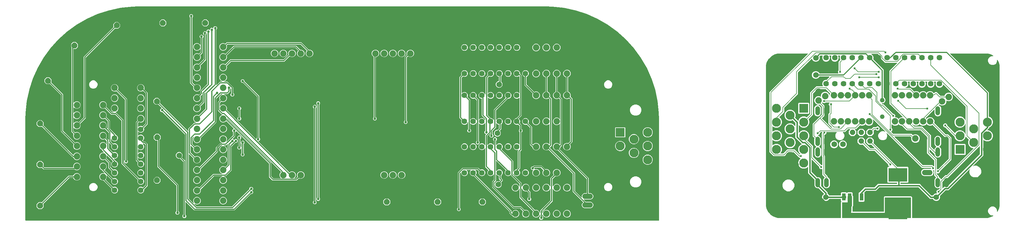
<source format=gtl>
%MOIN*%
%OFA0B0*%
%FSLAX34Y34*%
%IPPOS*%
%LPD*%
%AMOC8*
5,1,8,0,0,$1,22.5*%
%AMOC80*
5,1,8,0,0,$1,22.5*%
%ADD10C,0.052000000000000005*%
%ADD11C,0.074*%
%ADD12C,0.064*%
%ADD13C,0.052000000000000005*%
%ADD14C,0.065*%
%ADD15R,0.094488188976377951X0.094488188976377951*%
%ADD16R,0.21653543307086615X0.15748031496062992*%
%ADD17R,0.42519685039370086X0.40984251968503937*%
%ADD18R,0.042X0.084999999999999992*%
%ADD19R,0.1033464566929134X0.1033464566929134*%
%ADD20C,0.1033464566929134*%
%ADD21P,0.068190551181102371X8X292.5*%
%ADD22C,0.063*%
%ADD23C,0.060000000000000005*%
%ADD24P,0.064943385826771657X8X22.5*%
%ADD25C,0.05*%
%ADD26C,0.01968503937007874*%
%ADD27C,0.029779527559055118*%
%ADD28C,0.015748031496062995*%
%ADD29C,0.0078740157480314977*%
%ADD30C,0.011811023622047244*%
%ADD31C,0.0238740157480315*%
%ADD42P,0.07143775590551181X8X22.5*%
%ADD43C,0.074*%
%ADD44C,0.064*%
%ADD45C,0.065*%
%ADD46C,0.060000000000000005*%
%ADD47R,0.1033464566929134X0.1033464566929134*%
%ADD48C,0.1033464566929134*%
%ADD49C,0.012204724409448819*%
%ADD50C,0.029779527559055118*%
G75*
%LPD*%
G01*
G36*
X0108741Y0006269D02*
X0108741Y0006269D01*
X0108742Y0006269D01*
X0108745Y0006270D01*
X0108749Y0006271D01*
X0108750Y0006271D01*
X0108751Y0006271D01*
X0108754Y0006273D01*
X0108755Y0006274D01*
X0116141Y0006274D01*
X0116142Y0006274D01*
X0116143Y0006274D01*
X0116348Y0006287D01*
X0116350Y0006288D01*
X0116352Y0006288D01*
X0116554Y0006328D01*
X0116555Y0006328D01*
X0116557Y0006329D01*
X0116752Y0006395D01*
X0116753Y0006396D01*
X0116755Y0006396D01*
X0116940Y0006487D01*
X0116941Y0006488D01*
X0116942Y0006489D01*
X0116999Y0006527D01*
X0117000Y0006528D01*
X0117001Y0006529D01*
X0117003Y0006531D01*
X0117005Y0006533D01*
X0117006Y0006534D01*
X0117007Y0006535D01*
X0117008Y0006538D01*
X0117009Y0006541D01*
X0117009Y0006542D01*
X0117010Y0006544D01*
X0117010Y0006547D01*
X0117010Y0006550D01*
X0117010Y0006551D01*
X0117010Y0006553D01*
X0117008Y0006555D01*
X0117008Y0006558D01*
X0117007Y0006559D01*
X0117006Y0006561D01*
X0117004Y0006563D01*
X0117003Y0006565D01*
X0117001Y0006566D01*
X0117000Y0006567D01*
X0116998Y0006569D01*
X0116995Y0006570D01*
X0116994Y0006571D01*
X0116992Y0006571D01*
X0116989Y0006572D01*
X0116987Y0006572D01*
X0116986Y0006572D01*
X0116985Y0006572D01*
X0116826Y0006572D01*
X0116638Y0006651D01*
X0116493Y0006795D01*
X0116415Y0006984D01*
X0116415Y0007188D01*
X0116493Y0007377D01*
X0116638Y0007522D01*
X0116826Y0007600D01*
X0117031Y0007600D01*
X0117220Y0007522D01*
X0117364Y0007377D01*
X0117442Y0007188D01*
X0117442Y0007030D01*
X0117443Y0007028D01*
X0117443Y0007027D01*
X0117443Y0007024D01*
X0117444Y0007021D01*
X0117445Y0007020D01*
X0117445Y0007018D01*
X0117447Y0007016D01*
X0117448Y0007013D01*
X0117450Y0007012D01*
X0117451Y0007011D01*
X0117453Y0007010D01*
X0117455Y0007008D01*
X0117457Y0007007D01*
X0117458Y0007007D01*
X0117461Y0007006D01*
X0117464Y0007005D01*
X0117465Y0007005D01*
X0117467Y0007005D01*
X0117470Y0007005D01*
X0117472Y0007005D01*
X0117474Y0007006D01*
X0117475Y0007006D01*
X0117478Y0007007D01*
X0117481Y0007009D01*
X0117482Y0007010D01*
X0117483Y0007010D01*
X0117486Y0007013D01*
X0117487Y0007015D01*
X0117487Y0007015D01*
X0117488Y0007016D01*
X0117526Y0007072D01*
X0117526Y0007074D01*
X0117527Y0007075D01*
X0117619Y0007260D01*
X0117619Y0007261D01*
X0117620Y0007263D01*
X0117686Y0007458D01*
X0117686Y0007459D01*
X0117687Y0007461D01*
X0117727Y0007663D01*
X0117727Y0007665D01*
X0117727Y0007666D01*
X0117741Y0007872D01*
X0117741Y0007873D01*
X0117741Y0007874D01*
X0117741Y0023622D01*
X0117741Y0023622D01*
X0117741Y0023623D01*
X0117727Y0023829D01*
X0117727Y0023830D01*
X0117727Y0023832D01*
X0117687Y0024034D01*
X0117686Y0024035D01*
X0117686Y0024037D01*
X0117620Y0024232D01*
X0117619Y0024233D01*
X0117619Y0024235D01*
X0117527Y0024420D01*
X0117527Y0024421D01*
X0117526Y0024423D01*
X0117488Y0024479D01*
X0117487Y0024480D01*
X0117486Y0024482D01*
X0117484Y0024484D01*
X0117482Y0024486D01*
X0117481Y0024486D01*
X0117479Y0024487D01*
X0117477Y0024488D01*
X0117474Y0024489D01*
X0117472Y0024490D01*
X0117471Y0024490D01*
X0117468Y0024490D01*
X0117465Y0024490D01*
X0117464Y0024490D01*
X0117462Y0024490D01*
X0117459Y0024489D01*
X0117457Y0024488D01*
X0117455Y0024487D01*
X0117454Y0024487D01*
X0117452Y0024485D01*
X0117449Y0024483D01*
X0117449Y0024482D01*
X0117447Y0024481D01*
X0117446Y0024478D01*
X0117445Y0024476D01*
X0117444Y0024474D01*
X0117443Y0024473D01*
X0117443Y0024469D01*
X0117442Y0024467D01*
X0117442Y0024466D01*
X0117442Y0024465D01*
X0117442Y0024307D01*
X0117364Y0024118D01*
X0117220Y0023973D01*
X0117031Y0023895D01*
X0116826Y0023895D01*
X0116638Y0023973D01*
X0116493Y0024118D01*
X0116415Y0024307D01*
X0116415Y0024511D01*
X0116493Y0024700D01*
X0116638Y0024844D01*
X0116826Y0024923D01*
X0116985Y0024923D01*
X0116987Y0024923D01*
X0116988Y0024923D01*
X0116991Y0024924D01*
X0116994Y0024924D01*
X0116995Y0024925D01*
X0116997Y0024925D01*
X0116999Y0024927D01*
X0117001Y0024929D01*
X0117002Y0024930D01*
X0117004Y0024931D01*
X0117005Y0024933D01*
X0117007Y0024936D01*
X0117007Y0024937D01*
X0117008Y0024938D01*
X0117009Y0024941D01*
X0117010Y0024944D01*
X0117010Y0024945D01*
X0117010Y0024947D01*
X0117010Y0024950D01*
X0117010Y0024953D01*
X0117009Y0024954D01*
X0117009Y0024956D01*
X0117007Y0024958D01*
X0117006Y0024961D01*
X0117005Y0024962D01*
X0117004Y0024963D01*
X0117002Y0024966D01*
X0117000Y0024967D01*
X0117000Y0024968D01*
X0116999Y0024968D01*
X0116942Y0025006D01*
X0116941Y0025007D01*
X0116940Y0025008D01*
X0116755Y0025099D01*
X0116754Y0025099D01*
X0116752Y0025100D01*
X0116557Y0025166D01*
X0116555Y0025167D01*
X0116554Y0025167D01*
X0116352Y0025207D01*
X0116350Y0025207D01*
X0116348Y0025208D01*
X0116143Y0025221D01*
X0116142Y0025221D01*
X0116141Y0025221D01*
X0112099Y0025221D01*
X0112096Y0025221D01*
X0112092Y0025220D01*
X0112091Y0025220D01*
X0112090Y0025220D01*
X0112087Y0025218D01*
X0112084Y0025216D01*
X0112084Y0025216D01*
X0112083Y0025215D01*
X0112081Y0025213D01*
X0112078Y0025210D01*
X0112078Y0025209D01*
X0112077Y0025208D01*
X0112076Y0025205D01*
X0112075Y0025202D01*
X0112075Y0025201D01*
X0112074Y0025200D01*
X0112075Y0025197D01*
X0112074Y0025193D01*
X0112075Y0025192D01*
X0112075Y0025191D01*
X0112076Y0025188D01*
X0112077Y0025185D01*
X0112078Y0025184D01*
X0112078Y0025183D01*
X0112079Y0025182D01*
X0112081Y0025179D01*
X0116517Y0020743D01*
X0116517Y0017954D01*
X0116518Y0017952D01*
X0116518Y0017950D01*
X0116518Y0017948D01*
X0116519Y0017945D01*
X0116520Y0017944D01*
X0116521Y0017942D01*
X0116522Y0017940D01*
X0116523Y0017938D01*
X0116525Y0017936D01*
X0116526Y0017935D01*
X0116529Y0017933D01*
X0116530Y0017932D01*
X0116531Y0017932D01*
X0116533Y0017931D01*
X0116699Y0017862D01*
X0116878Y0017683D01*
X0116975Y0017449D01*
X0116975Y0017196D01*
X0116878Y0016962D01*
X0116699Y0016783D01*
X0116552Y0016722D01*
X0116550Y0016721D01*
X0116549Y0016720D01*
X0116547Y0016718D01*
X0116545Y0016717D01*
X0116544Y0016715D01*
X0116542Y0016714D01*
X0116541Y0016712D01*
X0116540Y0016710D01*
X0116539Y0016708D01*
X0116538Y0016706D01*
X0116538Y0016703D01*
X0116537Y0016702D01*
X0116537Y0016700D01*
X0116537Y0016699D01*
X0116537Y0016620D01*
X0116344Y0016427D01*
X0116342Y0016424D01*
X0116340Y0016421D01*
X0116339Y0016420D01*
X0116339Y0016420D01*
X0116338Y0016416D01*
X0116337Y0016413D01*
X0116337Y0016412D01*
X0116337Y0016411D01*
X0116337Y0016408D01*
X0116337Y0016404D01*
X0116337Y0016403D01*
X0116337Y0016402D01*
X0116339Y0016399D01*
X0116340Y0016396D01*
X0116341Y0016395D01*
X0116341Y0016394D01*
X0116344Y0016392D01*
X0116346Y0016389D01*
X0116347Y0016389D01*
X0116348Y0016388D01*
X0116351Y0016387D01*
X0116354Y0016385D01*
X0116355Y0016385D01*
X0116356Y0016385D01*
X0116358Y0016385D01*
X0116361Y0016384D01*
X0116465Y0016384D01*
X0116699Y0016287D01*
X0116878Y0016108D01*
X0116975Y0015874D01*
X0116975Y0015621D01*
X0116878Y0015387D01*
X0116699Y0015208D01*
X0116465Y0015111D01*
X0116211Y0015111D01*
X0115977Y0015208D01*
X0115904Y0015281D01*
X0115903Y0015282D01*
X0115902Y0015283D01*
X0115900Y0015284D01*
X0115899Y0015285D01*
X0115898Y0015285D01*
X0115897Y0015286D01*
X0115895Y0015286D01*
X0115894Y0015287D01*
X0115892Y0015287D01*
X0115890Y0015288D01*
X0115889Y0015288D01*
X0115889Y0015288D01*
X0115888Y0015288D01*
X0115887Y0015288D01*
X0115884Y0015288D01*
X0115882Y0015288D01*
X0115881Y0015287D01*
X0115880Y0015287D01*
X0115879Y0015287D01*
X0115878Y0015287D01*
X0115876Y0015285D01*
X0115873Y0015284D01*
X0115873Y0015284D01*
X0115872Y0015283D01*
X0115871Y0015282D01*
X0115870Y0015282D01*
X0115869Y0015280D01*
X0115867Y0015278D01*
X0115866Y0015277D01*
X0115866Y0015277D01*
X0115865Y0015276D01*
X0115865Y0015275D01*
X0115864Y0015273D01*
X0115863Y0015270D01*
X0115863Y0015269D01*
X0115862Y0015269D01*
X0115862Y0015268D01*
X0115862Y0015267D01*
X0115862Y0015265D01*
X0115862Y0015263D01*
X0115862Y0013465D01*
X0115738Y0013341D01*
X0114686Y0012289D01*
X0114683Y0012286D01*
X0114681Y0012283D01*
X0114681Y0012282D01*
X0114681Y0012282D01*
X0114680Y0012278D01*
X0114678Y0012274D01*
X0114679Y0012274D01*
X0114678Y0012273D01*
X0114679Y0012269D01*
X0114679Y0012265D01*
X0114679Y0012265D01*
X0114679Y0012265D01*
X0114681Y0012261D01*
X0114683Y0012257D01*
X0114683Y0012257D01*
X0114683Y0012257D01*
X0114686Y0012254D01*
X0114689Y0012251D01*
X0114689Y0012251D01*
X0114690Y0012251D01*
X0114693Y0012249D01*
X0114697Y0012247D01*
X0114697Y0012247D01*
X0114698Y0012247D01*
X0114702Y0012247D01*
X0114706Y0012247D01*
X0114706Y0012247D01*
X0114707Y0012247D01*
X0114708Y0012247D01*
X0114713Y0012248D01*
X0114825Y0012295D01*
X0115096Y0012295D01*
X0115346Y0012191D01*
X0115537Y0011999D01*
X0115641Y0011749D01*
X0115641Y0011478D01*
X0115537Y0011228D01*
X0115346Y0011036D01*
X0115096Y0010933D01*
X0114825Y0010933D01*
X0114574Y0011036D01*
X0114383Y0011228D01*
X0114279Y0011478D01*
X0114279Y0011749D01*
X0114325Y0011861D01*
X0114326Y0011865D01*
X0114327Y0011869D01*
X0114327Y0011869D01*
X0114327Y0011870D01*
X0114327Y0011874D01*
X0114326Y0011877D01*
X0114326Y0011878D01*
X0114326Y0011878D01*
X0114324Y0011882D01*
X0114322Y0011885D01*
X0114322Y0011886D01*
X0114322Y0011886D01*
X0114319Y0011889D01*
X0114316Y0011891D01*
X0114316Y0011892D01*
X0114315Y0011892D01*
X0114311Y0011893D01*
X0114308Y0011895D01*
X0114307Y0011895D01*
X0114307Y0011895D01*
X0114303Y0011895D01*
X0114299Y0011895D01*
X0114299Y0011895D01*
X0114298Y0011895D01*
X0114294Y0011894D01*
X0114291Y0011893D01*
X0114290Y0011892D01*
X0114290Y0011892D01*
X0114288Y0011891D01*
X0114285Y0011888D01*
X0111869Y0009473D01*
X0111564Y0009473D01*
X0111562Y0009472D01*
X0111561Y0009472D01*
X0111558Y0009471D01*
X0111555Y0009471D01*
X0111554Y0009470D01*
X0111552Y0009470D01*
X0111549Y0009467D01*
X0111548Y0009466D01*
X0111547Y0009466D01*
X0111546Y0009465D01*
X0110899Y0008818D01*
X0110898Y0008816D01*
X0110896Y0008815D01*
X0110895Y0008813D01*
X0110894Y0008811D01*
X0110893Y0008809D01*
X0110893Y0008807D01*
X0110892Y0008804D01*
X0110892Y0008802D01*
X0110892Y0008800D01*
X0110892Y0008798D01*
X0110892Y0008795D01*
X0110893Y0008793D01*
X0110893Y0008792D01*
X0110894Y0008791D01*
X0110907Y0008758D01*
X0110907Y0008585D01*
X0110841Y0008426D01*
X0110718Y0008303D01*
X0110558Y0008237D01*
X0110385Y0008237D01*
X0110226Y0008303D01*
X0110103Y0008426D01*
X0110090Y0008458D01*
X0110089Y0008460D01*
X0110089Y0008460D01*
X0110088Y0008462D01*
X0110086Y0008463D01*
X0110085Y0008465D01*
X0110083Y0008466D01*
X0110082Y0008468D01*
X0110080Y0008469D01*
X0110078Y0008470D01*
X0110076Y0008471D01*
X0110074Y0008472D01*
X0110071Y0008472D01*
X0110070Y0008473D01*
X0110068Y0008473D01*
X0110067Y0008473D01*
X0109749Y0008473D01*
X0109625Y0008597D01*
X0109625Y0008597D01*
X0108428Y0009793D01*
X0108427Y0009794D01*
X0108426Y0009796D01*
X0108423Y0009797D01*
X0108421Y0009798D01*
X0108420Y0009799D01*
X0108418Y0009800D01*
X0108415Y0009800D01*
X0108413Y0009801D01*
X0108412Y0009801D01*
X0108411Y0009801D01*
X0103952Y0009801D01*
X0103950Y0009800D01*
X0103949Y0009801D01*
X0103946Y0009800D01*
X0103943Y0009799D01*
X0103942Y0009798D01*
X0103940Y0009798D01*
X0103937Y0009796D01*
X0103936Y0009795D01*
X0103935Y0009794D01*
X0103934Y0009793D01*
X0103557Y0009416D01*
X0102425Y0009416D01*
X0102424Y0009416D01*
X0102422Y0009416D01*
X0102419Y0009415D01*
X0102417Y0009414D01*
X0102415Y0009414D01*
X0102414Y0009413D01*
X0102411Y0009411D01*
X0102409Y0009410D01*
X0102409Y0009409D01*
X0102408Y0009409D01*
X0102212Y0009212D01*
X0102210Y0009210D01*
X0102208Y0009208D01*
X0102208Y0009207D01*
X0102206Y0009205D01*
X0102206Y0009203D01*
X0102205Y0009200D01*
X0102205Y0009198D01*
X0102204Y0009197D01*
X0102205Y0009194D01*
X0102204Y0009191D01*
X0102205Y0009190D01*
X0102205Y0009188D01*
X0102206Y0009186D01*
X0102207Y0009183D01*
X0102208Y0009181D01*
X0102209Y0009180D01*
X0102210Y0009179D01*
X0102212Y0009177D01*
X0102220Y0009169D01*
X0102220Y0008219D01*
X0102150Y0008149D01*
X0101630Y0008149D01*
X0101560Y0008219D01*
X0101560Y0009169D01*
X0101630Y0009239D01*
X0101666Y0009239D01*
X0101669Y0009239D01*
X0101671Y0009239D01*
X0101673Y0009240D01*
X0101675Y0009240D01*
X0101677Y0009242D01*
X0101680Y0009243D01*
X0101681Y0009244D01*
X0101683Y0009245D01*
X0101684Y0009247D01*
X0101686Y0009249D01*
X0101687Y0009250D01*
X0102250Y0009813D01*
X0103382Y0009813D01*
X0103383Y0009814D01*
X0103385Y0009814D01*
X0103388Y0009815D01*
X0103390Y0009815D01*
X0103392Y0009816D01*
X0103393Y0009816D01*
X0103396Y0009819D01*
X0103398Y0009820D01*
X0103399Y0009820D01*
X0103399Y0009821D01*
X0103777Y0010198D01*
X0105957Y0010198D01*
X0105959Y0010199D01*
X0105962Y0010199D01*
X0105964Y0010200D01*
X0105966Y0010200D01*
X0105968Y0010201D01*
X0105970Y0010202D01*
X0105972Y0010203D01*
X0105973Y0010204D01*
X0105975Y0010206D01*
X0105977Y0010208D01*
X0105978Y0010210D01*
X0105979Y0010211D01*
X0105980Y0010214D01*
X0105981Y0010216D01*
X0105981Y0010218D01*
X0105982Y0010220D01*
X0105982Y0010221D01*
X0105982Y0010223D01*
X0105982Y0010323D01*
X0105981Y0010326D01*
X0105981Y0010328D01*
X0105981Y0010330D01*
X0105980Y0010332D01*
X0105979Y0010334D01*
X0105978Y0010336D01*
X0105977Y0010338D01*
X0105976Y0010339D01*
X0105974Y0010341D01*
X0105972Y0010343D01*
X0105970Y0010344D01*
X0105969Y0010345D01*
X0105966Y0010346D01*
X0105964Y0010347D01*
X0105962Y0010347D01*
X0105961Y0010348D01*
X0105959Y0010348D01*
X0105957Y0010348D01*
X0104930Y0010348D01*
X0104860Y0010418D01*
X0104860Y0012093D01*
X0104930Y0012163D01*
X0105072Y0012163D01*
X0105075Y0012164D01*
X0105079Y0012164D01*
X0105080Y0012164D01*
X0105080Y0012164D01*
X0105084Y0012166D01*
X0105087Y0012168D01*
X0105087Y0012169D01*
X0105088Y0012169D01*
X0105090Y0012172D01*
X0105093Y0012175D01*
X0105093Y0012175D01*
X0105093Y0012176D01*
X0105095Y0012180D01*
X0105096Y0012183D01*
X0105096Y0012184D01*
X0105096Y0012184D01*
X0105096Y0012188D01*
X0105096Y0012192D01*
X0105096Y0012192D01*
X0105096Y0012193D01*
X0105094Y0012197D01*
X0105093Y0012200D01*
X0105093Y0012201D01*
X0105093Y0012201D01*
X0105090Y0012204D01*
X0105087Y0012207D01*
X0105087Y0012207D01*
X0105087Y0012208D01*
X0105085Y0012208D01*
X0105081Y0012211D01*
X0105052Y0012223D01*
X0104985Y0012290D01*
X0104948Y0012378D01*
X0104948Y0012429D01*
X0104948Y0012431D01*
X0104948Y0012433D01*
X0104947Y0012435D01*
X0104947Y0012438D01*
X0104946Y0012440D01*
X0104945Y0012441D01*
X0104943Y0012444D01*
X0104942Y0012446D01*
X0104942Y0012446D01*
X0104941Y0012447D01*
X0103395Y0013993D01*
X0103393Y0013994D01*
X0103392Y0013996D01*
X0103390Y0013997D01*
X0103388Y0013998D01*
X0103386Y0013999D01*
X0103384Y0014000D01*
X0103381Y0014000D01*
X0103379Y0014001D01*
X0103378Y0014000D01*
X0103377Y0014001D01*
X0102763Y0014001D01*
X0102062Y0014702D01*
X0102060Y0014703D01*
X0102059Y0014704D01*
X0102057Y0014706D01*
X0102055Y0014707D01*
X0102053Y0014708D01*
X0102051Y0014708D01*
X0102048Y0014709D01*
X0102046Y0014709D01*
X0102045Y0014709D01*
X0102044Y0014709D01*
X0101696Y0014709D01*
X0101450Y0014955D01*
X0101450Y0015303D01*
X0101696Y0015549D01*
X0102044Y0015549D01*
X0102290Y0015303D01*
X0102290Y0014955D01*
X0102289Y0014954D01*
X0102288Y0014952D01*
X0102287Y0014951D01*
X0102286Y0014948D01*
X0102285Y0014946D01*
X0102285Y0014944D01*
X0102285Y0014942D01*
X0102285Y0014940D01*
X0102285Y0014937D01*
X0102286Y0014935D01*
X0102286Y0014933D01*
X0102287Y0014931D01*
X0102288Y0014929D01*
X0102289Y0014927D01*
X0102290Y0014925D01*
X0102291Y0014924D01*
X0102292Y0014923D01*
X0102888Y0014327D01*
X0102889Y0014326D01*
X0102890Y0014325D01*
X0102893Y0014323D01*
X0102895Y0014322D01*
X0102897Y0014321D01*
X0102898Y0014321D01*
X0102902Y0014320D01*
X0102904Y0014320D01*
X0102905Y0014320D01*
X0102906Y0014319D01*
X0103355Y0014319D01*
X0103359Y0014320D01*
X0103362Y0014320D01*
X0103363Y0014321D01*
X0103364Y0014321D01*
X0103367Y0014323D01*
X0103370Y0014324D01*
X0103371Y0014325D01*
X0103372Y0014326D01*
X0103374Y0014328D01*
X0103376Y0014331D01*
X0103377Y0014332D01*
X0103377Y0014332D01*
X0103378Y0014336D01*
X0103380Y0014339D01*
X0103380Y0014340D01*
X0103380Y0014341D01*
X0103380Y0014344D01*
X0103380Y0014348D01*
X0103380Y0014349D01*
X0103380Y0014350D01*
X0103378Y0014353D01*
X0103377Y0014356D01*
X0103377Y0014357D01*
X0103376Y0014358D01*
X0103375Y0014359D01*
X0103373Y0014362D01*
X0103033Y0014702D01*
X0103032Y0014703D01*
X0103030Y0014704D01*
X0103028Y0014706D01*
X0103026Y0014707D01*
X0103024Y0014708D01*
X0103023Y0014708D01*
X0103019Y0014709D01*
X0103017Y0014709D01*
X0103016Y0014709D01*
X0103015Y0014709D01*
X0102696Y0014709D01*
X0102450Y0014955D01*
X0102450Y0015303D01*
X0102696Y0015549D01*
X0103044Y0015549D01*
X0103290Y0015303D01*
X0103290Y0014955D01*
X0103278Y0014943D01*
X0103276Y0014941D01*
X0103274Y0014940D01*
X0103274Y0014938D01*
X0103273Y0014936D01*
X0103272Y0014934D01*
X0103271Y0014931D01*
X0103271Y0014929D01*
X0103270Y0014928D01*
X0103271Y0014925D01*
X0103271Y0014923D01*
X0103271Y0014921D01*
X0103271Y0014919D01*
X0103272Y0014917D01*
X0103273Y0014914D01*
X0103275Y0014912D01*
X0103275Y0014911D01*
X0103276Y0014910D01*
X0103278Y0014908D01*
X0106016Y0012170D01*
X0106017Y0012169D01*
X0106018Y0012168D01*
X0106021Y0012167D01*
X0106023Y0012165D01*
X0106025Y0012165D01*
X0106026Y0012164D01*
X0106030Y0012163D01*
X0106032Y0012163D01*
X0106032Y0012163D01*
X0106033Y0012163D01*
X0107195Y0012163D01*
X0107265Y0012093D01*
X0107265Y0010418D01*
X0107195Y0010348D01*
X0106404Y0010348D01*
X0106402Y0010348D01*
X0106399Y0010347D01*
X0106397Y0010347D01*
X0106396Y0010346D01*
X0106393Y0010345D01*
X0106391Y0010344D01*
X0106390Y0010343D01*
X0106388Y0010342D01*
X0106386Y0010340D01*
X0106385Y0010338D01*
X0106384Y0010337D01*
X0106382Y0010335D01*
X0106382Y0010333D01*
X0106380Y0010330D01*
X0106380Y0010328D01*
X0106380Y0010327D01*
X0106380Y0010325D01*
X0106379Y0010323D01*
X0106379Y0010223D01*
X0106380Y0010221D01*
X0106380Y0010218D01*
X0106381Y0010216D01*
X0106381Y0010215D01*
X0106382Y0010212D01*
X0106383Y0010210D01*
X0106384Y0010209D01*
X0106385Y0010207D01*
X0106387Y0010205D01*
X0106389Y0010203D01*
X0106391Y0010203D01*
X0106392Y0010201D01*
X0106395Y0010201D01*
X0106397Y0010199D01*
X0106399Y0010199D01*
X0106401Y0010199D01*
X0106402Y0010199D01*
X0106404Y0010198D01*
X0108586Y0010198D01*
X0108710Y0010075D01*
X0108710Y0010075D01*
X0109906Y0008878D01*
X0109907Y0008877D01*
X0109909Y0008876D01*
X0109911Y0008875D01*
X0109913Y0008873D01*
X0109915Y0008873D01*
X0109916Y0008872D01*
X0109920Y0008871D01*
X0109922Y0008871D01*
X0109923Y0008871D01*
X0109924Y0008871D01*
X0110067Y0008871D01*
X0110069Y0008871D01*
X0110071Y0008871D01*
X0110073Y0008872D01*
X0110075Y0008872D01*
X0110077Y0008873D01*
X0110079Y0008874D01*
X0110081Y0008876D01*
X0110083Y0008877D01*
X0110084Y0008878D01*
X0110086Y0008880D01*
X0110087Y0008882D01*
X0110089Y0008884D01*
X0110089Y0008885D01*
X0110090Y0008886D01*
X0110103Y0008918D01*
X0110226Y0009041D01*
X0110385Y0009107D01*
X0110536Y0009107D01*
X0110539Y0009108D01*
X0110543Y0009108D01*
X0110543Y0009108D01*
X0110544Y0009109D01*
X0110547Y0009110D01*
X0110551Y0009112D01*
X0110551Y0009113D01*
X0110552Y0009113D01*
X0110554Y0009116D01*
X0110557Y0009118D01*
X0110557Y0009119D01*
X0110558Y0009120D01*
X0110559Y0009123D01*
X0110560Y0009126D01*
X0110560Y0009127D01*
X0110560Y0009128D01*
X0110560Y0009132D01*
X0110560Y0009135D01*
X0110560Y0009136D01*
X0110560Y0009137D01*
X0110559Y0009140D01*
X0110558Y0009144D01*
X0110557Y0009145D01*
X0110557Y0009145D01*
X0110555Y0009147D01*
X0110553Y0009150D01*
X0110534Y0009169D01*
X0110498Y0009257D01*
X0110498Y0009352D01*
X0110534Y0009440D01*
X0110602Y0009507D01*
X0110690Y0009544D01*
X0110741Y0009544D01*
X0110743Y0009544D01*
X0110744Y0009544D01*
X0110747Y0009545D01*
X0110750Y0009545D01*
X0110751Y0009546D01*
X0110753Y0009546D01*
X0110756Y0009549D01*
X0110757Y0009550D01*
X0110758Y0009550D01*
X0110759Y0009551D01*
X0110848Y0009640D01*
X0110849Y0009642D01*
X0110850Y0009643D01*
X0110852Y0009645D01*
X0110853Y0009648D01*
X0110854Y0009649D01*
X0110854Y0009651D01*
X0110855Y0009654D01*
X0110855Y0009656D01*
X0110855Y0009657D01*
X0110855Y0009658D01*
X0110855Y0009730D01*
X0110855Y0009733D01*
X0110855Y0009736D01*
X0110854Y0009737D01*
X0110854Y0009738D01*
X0110852Y0009741D01*
X0110851Y0009744D01*
X0110850Y0009745D01*
X0110849Y0009746D01*
X0110847Y0009748D01*
X0110845Y0009750D01*
X0110844Y0009751D01*
X0110843Y0009752D01*
X0110840Y0009753D01*
X0110837Y0009754D01*
X0110835Y0009754D01*
X0110834Y0009754D01*
X0110831Y0009754D01*
X0110828Y0009755D01*
X0110827Y0009754D01*
X0110825Y0009754D01*
X0110824Y0009753D01*
X0110821Y0009753D01*
X0110717Y0009710D01*
X0110566Y0009710D01*
X0110426Y0009768D01*
X0110319Y0009874D01*
X0110261Y0010014D01*
X0110261Y0010685D01*
X0110319Y0010825D01*
X0110427Y0010933D01*
X0110428Y0010933D01*
X0110429Y0010935D01*
X0110431Y0010936D01*
X0110433Y0010937D01*
X0110434Y0010939D01*
X0110435Y0010941D01*
X0110437Y0010943D01*
X0110437Y0010945D01*
X0110438Y0010947D01*
X0110439Y0010950D01*
X0110439Y0010951D01*
X0110439Y0010953D01*
X0110439Y0010954D01*
X0110439Y0010962D01*
X0110439Y0010964D01*
X0110439Y0010965D01*
X0110438Y0010968D01*
X0110438Y0010971D01*
X0110437Y0010972D01*
X0110436Y0010974D01*
X0110434Y0010977D01*
X0110433Y0010978D01*
X0110433Y0010979D01*
X0110432Y0010980D01*
X0110231Y0011180D01*
X0110231Y0011762D01*
X0110231Y0011765D01*
X0110230Y0011768D01*
X0110230Y0011769D01*
X0110230Y0011771D01*
X0110228Y0011773D01*
X0110227Y0011776D01*
X0110226Y0011777D01*
X0110225Y0011778D01*
X0110223Y0011780D01*
X0110221Y0011782D01*
X0110219Y0011783D01*
X0110218Y0011784D01*
X0110215Y0011785D01*
X0110213Y0011786D01*
X0110211Y0011786D01*
X0110210Y0011787D01*
X0110207Y0011787D01*
X0110204Y0011787D01*
X0110202Y0011786D01*
X0110201Y0011786D01*
X0110199Y0011786D01*
X0110197Y0011785D01*
X0110161Y0011770D01*
X0110138Y0011770D01*
X0110135Y0011770D01*
X0110132Y0011769D01*
X0110131Y0011769D01*
X0110129Y0011769D01*
X0110127Y0011767D01*
X0110124Y0011766D01*
X0110123Y0011765D01*
X0110122Y0011764D01*
X0110120Y0011762D01*
X0110118Y0011760D01*
X0110117Y0011758D01*
X0110116Y0011757D01*
X0110115Y0011754D01*
X0110114Y0011752D01*
X0110114Y0011750D01*
X0110113Y0011749D01*
X0110113Y0011746D01*
X0110113Y0011743D01*
X0110114Y0011741D01*
X0110114Y0011740D01*
X0110114Y0011738D01*
X0110115Y0011736D01*
X0110168Y0011607D01*
X0110168Y0011440D01*
X0110104Y0011285D01*
X0109986Y0011167D01*
X0109832Y0011103D01*
X0109065Y0011103D01*
X0108910Y0011167D01*
X0108792Y0011285D01*
X0108728Y0011440D01*
X0108728Y0011607D01*
X0108792Y0011761D01*
X0108910Y0011879D01*
X0109065Y0011943D01*
X0109832Y0011943D01*
X0109839Y0011940D01*
X0109842Y0011940D01*
X0109845Y0011939D01*
X0109846Y0011939D01*
X0109848Y0011938D01*
X0109851Y0011939D01*
X0109854Y0011939D01*
X0109855Y0011939D01*
X0109856Y0011940D01*
X0109859Y0011941D01*
X0109862Y0011942D01*
X0109863Y0011943D01*
X0109864Y0011944D01*
X0109866Y0011946D01*
X0109869Y0011948D01*
X0109869Y0011949D01*
X0109870Y0011950D01*
X0109871Y0011953D01*
X0109873Y0011956D01*
X0109873Y0011957D01*
X0109873Y0011959D01*
X0109873Y0011960D01*
X0109874Y0011963D01*
X0109874Y0012033D01*
X0109873Y0012036D01*
X0109873Y0012038D01*
X0109872Y0012040D01*
X0109872Y0012042D01*
X0109871Y0012044D01*
X0109870Y0012047D01*
X0109869Y0012048D01*
X0109868Y0012050D01*
X0109866Y0012051D01*
X0109864Y0012053D01*
X0109862Y0012054D01*
X0109861Y0012055D01*
X0109858Y0012056D01*
X0109856Y0012057D01*
X0109854Y0012058D01*
X0109852Y0012058D01*
X0109851Y0012058D01*
X0109849Y0012058D01*
X0108798Y0012058D01*
X0108698Y0012159D01*
X0104817Y0016039D01*
X0104814Y0016041D01*
X0104811Y0016044D01*
X0104811Y0016044D01*
X0104810Y0016044D01*
X0104806Y0016045D01*
X0104803Y0016046D01*
X0104802Y0016046D01*
X0104802Y0016046D01*
X0104798Y0016046D01*
X0104794Y0016046D01*
X0104793Y0016046D01*
X0104793Y0016046D01*
X0104789Y0016044D01*
X0104786Y0016042D01*
X0104785Y0016042D01*
X0104785Y0016042D01*
X0104782Y0016039D01*
X0104779Y0016036D01*
X0104779Y0016035D01*
X0104779Y0016035D01*
X0104777Y0016032D01*
X0104776Y0016028D01*
X0104776Y0016027D01*
X0104775Y0016027D01*
X0104775Y0016023D01*
X0104775Y0016019D01*
X0104775Y0016019D01*
X0104775Y0016018D01*
X0104776Y0016017D01*
X0104777Y0016012D01*
X0104844Y0015850D01*
X0104844Y0015645D01*
X0104766Y0015457D01*
X0104621Y0015312D01*
X0104432Y0015234D01*
X0104228Y0015234D01*
X0104039Y0015312D01*
X0103895Y0015457D01*
X0103816Y0015645D01*
X0103816Y0015850D01*
X0103895Y0016039D01*
X0104039Y0016183D01*
X0104228Y0016261D01*
X0104432Y0016261D01*
X0104595Y0016194D01*
X0104599Y0016193D01*
X0104602Y0016192D01*
X0104603Y0016192D01*
X0104603Y0016192D01*
X0104607Y0016193D01*
X0104611Y0016193D01*
X0104612Y0016193D01*
X0104612Y0016193D01*
X0104616Y0016195D01*
X0104619Y0016197D01*
X0104619Y0016197D01*
X0104620Y0016198D01*
X0104622Y0016201D01*
X0104625Y0016203D01*
X0104625Y0016204D01*
X0104626Y0016204D01*
X0104627Y0016208D01*
X0104629Y0016212D01*
X0104629Y0016212D01*
X0104629Y0016213D01*
X0104629Y0016216D01*
X0104629Y0016220D01*
X0104629Y0016221D01*
X0104629Y0016221D01*
X0104627Y0016225D01*
X0104626Y0016229D01*
X0104626Y0016229D01*
X0104626Y0016230D01*
X0104625Y0016231D01*
X0104622Y0016235D01*
X0103256Y0017601D01*
X0103253Y0017603D01*
X0103250Y0017605D01*
X0103249Y0017605D01*
X0103249Y0017606D01*
X0103245Y0017607D01*
X0103241Y0017608D01*
X0103241Y0017608D01*
X0103240Y0017608D01*
X0103236Y0017608D01*
X0103232Y0017607D01*
X0103232Y0017607D01*
X0103231Y0017607D01*
X0103228Y0017605D01*
X0103224Y0017604D01*
X0103224Y0017603D01*
X0103223Y0017603D01*
X0103221Y0017600D01*
X0103218Y0017597D01*
X0103218Y0017597D01*
X0103217Y0017597D01*
X0103216Y0017593D01*
X0103214Y0017589D01*
X0103214Y0017589D01*
X0103214Y0017589D01*
X0103214Y0017585D01*
X0103213Y0017581D01*
X0103213Y0017580D01*
X0103213Y0017580D01*
X0103214Y0017578D01*
X0103215Y0017574D01*
X0103248Y0017495D01*
X0103248Y0017300D01*
X0103173Y0017120D01*
X0103035Y0016982D01*
X0102855Y0016907D01*
X0102660Y0016907D01*
X0102480Y0016982D01*
X0102374Y0017088D01*
X0102372Y0017090D01*
X0102370Y0017092D01*
X0102368Y0017092D01*
X0102366Y0017093D01*
X0102364Y0017094D01*
X0102362Y0017095D01*
X0102360Y0017095D01*
X0102358Y0017096D01*
X0102355Y0017095D01*
X0102353Y0017095D01*
X0102351Y0017095D01*
X0102349Y0017095D01*
X0102347Y0017093D01*
X0102344Y0017093D01*
X0102343Y0017091D01*
X0102341Y0017091D01*
X0102340Y0017090D01*
X0102338Y0017088D01*
X0102232Y0016982D01*
X0102052Y0016907D01*
X0101857Y0016907D01*
X0101754Y0016950D01*
X0101752Y0016950D01*
X0101750Y0016951D01*
X0101748Y0016951D01*
X0101745Y0016952D01*
X0101743Y0016951D01*
X0101741Y0016951D01*
X0101739Y0016951D01*
X0101737Y0016950D01*
X0101735Y0016949D01*
X0101733Y0016949D01*
X0101730Y0016947D01*
X0101729Y0016946D01*
X0101728Y0016945D01*
X0101727Y0016944D01*
X0101280Y0016498D01*
X0101155Y0016498D01*
X0101152Y0016497D01*
X0101148Y0016497D01*
X0101148Y0016497D01*
X0101147Y0016496D01*
X0101144Y0016495D01*
X0101140Y0016493D01*
X0101140Y0016492D01*
X0101139Y0016492D01*
X0101137Y0016489D01*
X0101134Y0016487D01*
X0101134Y0016486D01*
X0101133Y0016485D01*
X0101132Y0016482D01*
X0101131Y0016479D01*
X0101131Y0016478D01*
X0101131Y0016477D01*
X0101131Y0016473D01*
X0101131Y0016470D01*
X0101131Y0016469D01*
X0101131Y0016468D01*
X0101132Y0016465D01*
X0101133Y0016461D01*
X0101134Y0016460D01*
X0101134Y0016460D01*
X0101136Y0016458D01*
X0101138Y0016455D01*
X0101290Y0016303D01*
X0101290Y0015955D01*
X0101044Y0015709D01*
X0100696Y0015709D01*
X0100450Y0015955D01*
X0100450Y0016303D01*
X0100602Y0016455D01*
X0100603Y0016458D01*
X0100606Y0016461D01*
X0100606Y0016462D01*
X0100607Y0016463D01*
X0100607Y0016466D01*
X0100609Y0016469D01*
X0100609Y0016470D01*
X0100609Y0016471D01*
X0100608Y0016475D01*
X0100608Y0016478D01*
X0100608Y0016479D01*
X0100608Y0016480D01*
X0100606Y0016483D01*
X0100605Y0016486D01*
X0100604Y0016487D01*
X0100604Y0016488D01*
X0100601Y0016490D01*
X0100599Y0016493D01*
X0100598Y0016493D01*
X0100597Y0016494D01*
X0100594Y0016495D01*
X0100591Y0016497D01*
X0100590Y0016497D01*
X0100589Y0016497D01*
X0100587Y0016497D01*
X0100584Y0016498D01*
X0100339Y0016498D01*
X0100337Y0016498D01*
X0100336Y0016498D01*
X0100333Y0016497D01*
X0100330Y0016496D01*
X0100329Y0016496D01*
X0100327Y0016495D01*
X0100324Y0016493D01*
X0100323Y0016492D01*
X0100322Y0016491D01*
X0100321Y0016491D01*
X0099992Y0016162D01*
X0099782Y0016162D01*
X0099778Y0016161D01*
X0099775Y0016161D01*
X0099774Y0016160D01*
X0099773Y0016160D01*
X0099770Y0016158D01*
X0099767Y0016157D01*
X0099766Y0016156D01*
X0099765Y0016156D01*
X0099763Y0016153D01*
X0099761Y0016150D01*
X0099760Y0016150D01*
X0099760Y0016149D01*
X0099759Y0016146D01*
X0099757Y0016142D01*
X0099757Y0016141D01*
X0099757Y0016140D01*
X0099757Y0016137D01*
X0099757Y0016133D01*
X0099757Y0016133D01*
X0099757Y0016132D01*
X0099758Y0016128D01*
X0099760Y0016125D01*
X0099760Y0016124D01*
X0099760Y0016123D01*
X0099762Y0016122D01*
X0099764Y0016119D01*
X0099844Y0016039D01*
X0099923Y0015850D01*
X0099923Y0015645D01*
X0099844Y0015457D01*
X0099700Y0015312D01*
X0099511Y0015234D01*
X0099307Y0015234D01*
X0099118Y0015312D01*
X0098973Y0015457D01*
X0098895Y0015645D01*
X0098895Y0015850D01*
X0098973Y0016039D01*
X0099054Y0016119D01*
X0099056Y0016122D01*
X0099058Y0016125D01*
X0099059Y0016126D01*
X0099059Y0016126D01*
X0099060Y0016130D01*
X0099061Y0016133D01*
X0099061Y0016134D01*
X0099061Y0016135D01*
X0099061Y0016138D01*
X0099061Y0016142D01*
X0099060Y0016143D01*
X0099060Y0016144D01*
X0099059Y0016147D01*
X0099057Y0016150D01*
X0099057Y0016151D01*
X0099056Y0016152D01*
X0099054Y0016154D01*
X0099052Y0016157D01*
X0099051Y0016157D01*
X0099050Y0016158D01*
X0099047Y0016159D01*
X0099044Y0016161D01*
X0099043Y0016161D01*
X0099042Y0016161D01*
X0099040Y0016161D01*
X0099036Y0016162D01*
X0097891Y0016162D01*
X0097888Y0016161D01*
X0097886Y0016161D01*
X0097884Y0016161D01*
X0097882Y0016160D01*
X0097880Y0016159D01*
X0097877Y0016158D01*
X0097876Y0016157D01*
X0097875Y0016156D01*
X0097873Y0016154D01*
X0097871Y0016152D01*
X0097870Y0016150D01*
X0097869Y0016149D01*
X0097868Y0016146D01*
X0097867Y0016144D01*
X0097867Y0016142D01*
X0097866Y0016140D01*
X0097866Y0016139D01*
X0097866Y0016137D01*
X0097866Y0016055D01*
X0097829Y0015967D01*
X0097762Y0015899D01*
X0097674Y0015863D01*
X0097672Y0015863D01*
X0097670Y0015863D01*
X0097667Y0015862D01*
X0097665Y0015862D01*
X0097663Y0015861D01*
X0097661Y0015860D01*
X0097659Y0015859D01*
X0097657Y0015858D01*
X0097656Y0015857D01*
X0097654Y0015855D01*
X0097652Y0015853D01*
X0097651Y0015852D01*
X0097650Y0015850D01*
X0097649Y0015848D01*
X0097648Y0015845D01*
X0097648Y0015843D01*
X0097647Y0015842D01*
X0097647Y0015841D01*
X0097647Y0015841D01*
X0097647Y0015840D01*
X0097647Y0015838D01*
X0097647Y0013543D01*
X0097647Y0013541D01*
X0097647Y0013539D01*
X0097648Y0013537D01*
X0097649Y0013534D01*
X0097650Y0013533D01*
X0097650Y0013531D01*
X0097652Y0013528D01*
X0097653Y0013526D01*
X0097654Y0013526D01*
X0097654Y0013525D01*
X0097716Y0013463D01*
X0097716Y0011392D01*
X0097717Y0011391D01*
X0097717Y0011389D01*
X0097717Y0011388D01*
X0097717Y0011388D01*
X0097718Y0011386D01*
X0097718Y0011384D01*
X0097719Y0011382D01*
X0097719Y0011381D01*
X0097722Y0011378D01*
X0097723Y0011376D01*
X0097723Y0011375D01*
X0097724Y0011375D01*
X0097994Y0011104D01*
X0097994Y0010988D01*
X0097994Y0010986D01*
X0097994Y0010984D01*
X0097995Y0010981D01*
X0097995Y0010979D01*
X0097997Y0010977D01*
X0097997Y0010975D01*
X0097999Y0010974D01*
X0098000Y0010972D01*
X0098002Y0010970D01*
X0098003Y0010969D01*
X0098005Y0010967D01*
X0098007Y0010966D01*
X0098008Y0010966D01*
X0098009Y0010965D01*
X0098089Y0010932D01*
X0098196Y0010825D01*
X0098254Y0010685D01*
X0098254Y0010014D01*
X0098196Y0009874D01*
X0098089Y0009768D01*
X0097949Y0009710D01*
X0097798Y0009710D01*
X0097658Y0009768D01*
X0097551Y0009874D01*
X0097493Y0010014D01*
X0097493Y0010685D01*
X0097551Y0010825D01*
X0097658Y0010932D01*
X0097660Y0010933D01*
X0097662Y0010934D01*
X0097663Y0010934D01*
X0097665Y0010936D01*
X0097667Y0010937D01*
X0097668Y0010939D01*
X0097670Y0010940D01*
X0097671Y0010942D01*
X0097672Y0010944D01*
X0097673Y0010946D01*
X0097674Y0010948D01*
X0097674Y0010951D01*
X0097675Y0010953D01*
X0097675Y0010954D01*
X0097675Y0010956D01*
X0097675Y0010962D01*
X0097675Y0010964D01*
X0097675Y0010965D01*
X0097674Y0010968D01*
X0097674Y0010971D01*
X0097673Y0010972D01*
X0097672Y0010974D01*
X0097670Y0010977D01*
X0097669Y0010978D01*
X0097668Y0010979D01*
X0097668Y0010980D01*
X0097398Y0011250D01*
X0097398Y0011901D01*
X0097397Y0011904D01*
X0097397Y0011907D01*
X0097396Y0011908D01*
X0097396Y0011909D01*
X0097395Y0011912D01*
X0097393Y0011915D01*
X0097392Y0011916D01*
X0097392Y0011917D01*
X0097389Y0011919D01*
X0097387Y0011921D01*
X0097386Y0011922D01*
X0097385Y0011923D01*
X0097382Y0011924D01*
X0097379Y0011925D01*
X0097378Y0011925D01*
X0097376Y0011925D01*
X0097373Y0011925D01*
X0097370Y0011926D01*
X0097369Y0011925D01*
X0097368Y0011925D01*
X0097366Y0011925D01*
X0097363Y0011924D01*
X0097327Y0011909D01*
X0097232Y0011909D01*
X0097144Y0011945D01*
X0097077Y0012013D01*
X0097040Y0012101D01*
X0097040Y0012152D01*
X0097040Y0012154D01*
X0097040Y0012155D01*
X0097039Y0012158D01*
X0097039Y0012161D01*
X0097038Y0012162D01*
X0097037Y0012164D01*
X0097035Y0012167D01*
X0097034Y0012168D01*
X0097033Y0012169D01*
X0097033Y0012170D01*
X0096200Y0013003D01*
X0096197Y0013005D01*
X0096194Y0013007D01*
X0096193Y0013007D01*
X0096193Y0013008D01*
X0096189Y0013009D01*
X0096186Y0013010D01*
X0096185Y0013010D01*
X0096184Y0013010D01*
X0096181Y0013010D01*
X0096177Y0013009D01*
X0096176Y0013009D01*
X0096175Y0013009D01*
X0096172Y0013007D01*
X0096169Y0013006D01*
X0096168Y0013005D01*
X0096167Y0013005D01*
X0096165Y0013002D01*
X0096162Y0013000D01*
X0096162Y0012999D01*
X0096161Y0012999D01*
X0096160Y0012995D01*
X0096158Y0012992D01*
X0096158Y0012991D01*
X0096158Y0012990D01*
X0096158Y0012989D01*
X0096157Y0012985D01*
X0096157Y0011617D01*
X0096157Y0011616D01*
X0096157Y0011614D01*
X0096158Y0011613D01*
X0096158Y0011612D01*
X0096158Y0011611D01*
X0096159Y0011609D01*
X0096160Y0011607D01*
X0096160Y0011606D01*
X0096161Y0011605D01*
X0096161Y0011604D01*
X0096162Y0011603D01*
X0096163Y0011601D01*
X0096164Y0011601D01*
X0096165Y0011600D01*
X0096770Y0010995D01*
X0096771Y0010994D01*
X0096773Y0010992D01*
X0096775Y0010991D01*
X0096777Y0010990D01*
X0096779Y0010989D01*
X0096781Y0010988D01*
X0096783Y0010988D01*
X0096785Y0010987D01*
X0096788Y0010988D01*
X0096790Y0010988D01*
X0096792Y0010988D01*
X0096794Y0010988D01*
X0096795Y0010989D01*
X0096797Y0010989D01*
X0096798Y0010990D01*
X0096949Y0010990D01*
X0097089Y0010932D01*
X0097196Y0010825D01*
X0097254Y0010685D01*
X0097254Y0010014D01*
X0097253Y0010013D01*
X0097253Y0010011D01*
X0097252Y0010009D01*
X0097252Y0010007D01*
X0097251Y0010004D01*
X0097252Y0010002D01*
X0097251Y0010000D01*
X0097252Y0009998D01*
X0097252Y0009996D01*
X0097253Y0009994D01*
X0097254Y0009992D01*
X0097256Y0009990D01*
X0097257Y0009988D01*
X0097258Y0009987D01*
X0097259Y0009986D01*
X0097890Y0009355D01*
X0098013Y0009231D01*
X0098013Y0009077D01*
X0098014Y0009075D01*
X0098014Y0009073D01*
X0098014Y0009071D01*
X0098015Y0009068D01*
X0098016Y0009067D01*
X0098017Y0009065D01*
X0098018Y0009063D01*
X0098019Y0009061D01*
X0098021Y0009060D01*
X0098022Y0009058D01*
X0098025Y0009056D01*
X0098026Y0009055D01*
X0098027Y0009055D01*
X0098029Y0009054D01*
X0098061Y0009041D01*
X0098183Y0008918D01*
X0098197Y0008886D01*
X0098198Y0008884D01*
X0098199Y0008882D01*
X0098200Y0008881D01*
X0098201Y0008879D01*
X0098203Y0008877D01*
X0098205Y0008876D01*
X0098207Y0008875D01*
X0098208Y0008873D01*
X0098210Y0008873D01*
X0098212Y0008872D01*
X0098215Y0008871D01*
X0098217Y0008871D01*
X0098218Y0008871D01*
X0098220Y0008871D01*
X0099523Y0008871D01*
X0099525Y0008871D01*
X0099526Y0008871D01*
X0099527Y0008871D01*
X0099528Y0008871D01*
X0099530Y0008872D01*
X0099532Y0008872D01*
X0099533Y0008873D01*
X0099535Y0008874D01*
X0099536Y0008874D01*
X0099536Y0008875D01*
X0099538Y0008876D01*
X0099539Y0008877D01*
X0099540Y0008877D01*
X0099541Y0008878D01*
X0099543Y0008880D01*
X0099544Y0008881D01*
X0099545Y0008882D01*
X0099546Y0008885D01*
X0099548Y0008887D01*
X0099548Y0008889D01*
X0099549Y0008890D01*
X0099549Y0008894D01*
X0099550Y0008896D01*
X0099550Y0008896D01*
X0099550Y0008898D01*
X0099550Y0009169D01*
X0099620Y0009239D01*
X0100140Y0009239D01*
X0100197Y0009181D01*
X0100199Y0009180D01*
X0100201Y0009178D01*
X0100203Y0009177D01*
X0100205Y0009176D01*
X0100207Y0009176D01*
X0100209Y0009175D01*
X0100211Y0009175D01*
X0100213Y0009174D01*
X0100216Y0009174D01*
X0100218Y0009174D01*
X0100220Y0009175D01*
X0100222Y0009175D01*
X0100224Y0009176D01*
X0100227Y0009177D01*
X0100228Y0009178D01*
X0100230Y0009179D01*
X0100231Y0009180D01*
X0100233Y0009181D01*
X0100290Y0009239D01*
X0100810Y0009239D01*
X0100880Y0009169D01*
X0100880Y0008869D01*
X0100880Y0008868D01*
X0100880Y0008867D01*
X0100881Y0008862D01*
X0100882Y0008860D01*
X0100882Y0008860D01*
X0100882Y0008860D01*
X0100920Y0008768D01*
X0100920Y0007681D01*
X0100869Y0007559D01*
X0100869Y0007558D01*
X0100869Y0007557D01*
X0100868Y0007552D01*
X0100868Y0007550D01*
X0100868Y0007550D01*
X0100868Y0007550D01*
X0100868Y0007024D01*
X0100868Y0007022D01*
X0100868Y0007019D01*
X0100869Y0007018D01*
X0100869Y0007016D01*
X0100870Y0007013D01*
X0100871Y0007011D01*
X0100873Y0007010D01*
X0100874Y0007008D01*
X0100876Y0007006D01*
X0100877Y0007005D01*
X0100879Y0007004D01*
X0100880Y0007003D01*
X0100883Y0007002D01*
X0100885Y0007001D01*
X0100887Y0007000D01*
X0100889Y0007000D01*
X0100890Y0007000D01*
X0100893Y0006999D01*
X0104435Y0006999D01*
X0104438Y0007000D01*
X0104440Y0007000D01*
X0104442Y0007001D01*
X0104444Y0007001D01*
X0104446Y0007002D01*
X0104449Y0007003D01*
X0104450Y0007005D01*
X0104452Y0007006D01*
X0104453Y0007008D01*
X0104455Y0007009D01*
X0104456Y0007011D01*
X0104457Y0007012D01*
X0104458Y0007015D01*
X0104459Y0007017D01*
X0104459Y0007019D01*
X0104460Y0007021D01*
X0104460Y0007022D01*
X0104460Y0007024D01*
X0104460Y0008684D01*
X0104548Y0008771D01*
X0107617Y0008771D01*
X0107704Y0008684D01*
X0107704Y0006299D01*
X0107705Y0006296D01*
X0107705Y0006294D01*
X0107705Y0006292D01*
X0107706Y0006290D01*
X0107707Y0006288D01*
X0107708Y0006285D01*
X0107709Y0006284D01*
X0107710Y0006282D01*
X0107712Y0006281D01*
X0107714Y0006279D01*
X0107716Y0006278D01*
X0107717Y0006277D01*
X0107720Y0006276D01*
X0107722Y0006275D01*
X0107724Y0006275D01*
X0107725Y0006274D01*
X0107727Y0006274D01*
X0107729Y0006274D01*
X0107819Y0006274D01*
X0107819Y0006273D01*
X0107823Y0006272D01*
X0107827Y0006270D01*
X0107827Y0006270D01*
X0107828Y0006270D01*
X0107834Y0006269D01*
X0108740Y0006269D01*
X0108741Y0006269D01*
G37*
G36*
X0099513Y0006274D02*
X0099513Y0006274D01*
X0099515Y0006274D01*
X0099517Y0006275D01*
X0099519Y0006275D01*
X0099521Y0006277D01*
X0099523Y0006278D01*
X0099525Y0006279D01*
X0099526Y0006280D01*
X0099528Y0006282D01*
X0099530Y0006284D01*
X0099531Y0006285D01*
X0099532Y0006287D01*
X0099533Y0006289D01*
X0099534Y0006291D01*
X0099534Y0006294D01*
X0099535Y0006295D01*
X0099535Y0006297D01*
X0099535Y0006299D01*
X0099535Y0008093D01*
X0099588Y0008146D01*
X0099589Y0008148D01*
X0099591Y0008150D01*
X0099592Y0008152D01*
X0099593Y0008153D01*
X0099594Y0008156D01*
X0099595Y0008158D01*
X0099595Y0008160D01*
X0099595Y0008162D01*
X0099595Y0008164D01*
X0099595Y0008167D01*
X0099594Y0008169D01*
X0099594Y0008170D01*
X0099593Y0008173D01*
X0099592Y0008175D01*
X0099591Y0008177D01*
X0099590Y0008178D01*
X0099589Y0008179D01*
X0099588Y0008181D01*
X0099550Y0008219D01*
X0099550Y0008446D01*
X0099550Y0008448D01*
X0099550Y0008450D01*
X0099549Y0008451D01*
X0099549Y0008451D01*
X0099549Y0008453D01*
X0099548Y0008455D01*
X0099548Y0008457D01*
X0099547Y0008458D01*
X0099546Y0008459D01*
X0099546Y0008460D01*
X0099545Y0008460D01*
X0099545Y0008461D01*
X0099544Y0008463D01*
X0099543Y0008463D01*
X0099543Y0008464D01*
X0099541Y0008466D01*
X0099539Y0008467D01*
X0099538Y0008468D01*
X0099537Y0008469D01*
X0099535Y0008470D01*
X0099534Y0008470D01*
X0099534Y0008471D01*
X0099532Y0008471D01*
X0099530Y0008472D01*
X0099528Y0008472D01*
X0099527Y0008473D01*
X0099526Y0008473D01*
X0099525Y0008473D01*
X0099524Y0008473D01*
X0099523Y0008473D01*
X0098220Y0008473D01*
X0098218Y0008473D01*
X0098215Y0008473D01*
X0098213Y0008472D01*
X0098211Y0008472D01*
X0098209Y0008471D01*
X0098207Y0008470D01*
X0098205Y0008468D01*
X0098203Y0008467D01*
X0098202Y0008465D01*
X0098200Y0008464D01*
X0098199Y0008462D01*
X0098198Y0008460D01*
X0098197Y0008459D01*
X0098197Y0008458D01*
X0098183Y0008426D01*
X0098061Y0008303D01*
X0097901Y0008237D01*
X0097728Y0008237D01*
X0097568Y0008303D01*
X0097446Y0008426D01*
X0097379Y0008585D01*
X0097379Y0008758D01*
X0097446Y0008918D01*
X0097568Y0009041D01*
X0097585Y0009048D01*
X0097588Y0009050D01*
X0097591Y0009051D01*
X0097592Y0009052D01*
X0097593Y0009053D01*
X0097595Y0009055D01*
X0097597Y0009057D01*
X0097597Y0009059D01*
X0097598Y0009060D01*
X0097599Y0009063D01*
X0097600Y0009065D01*
X0097600Y0009067D01*
X0097601Y0009068D01*
X0097600Y0009071D01*
X0097601Y0009074D01*
X0097600Y0009076D01*
X0097600Y0009077D01*
X0097599Y0009080D01*
X0097598Y0009083D01*
X0097597Y0009084D01*
X0097596Y0009085D01*
X0097595Y0009086D01*
X0097593Y0009089D01*
X0096977Y0009705D01*
X0096976Y0009706D01*
X0096974Y0009707D01*
X0096972Y0009708D01*
X0096970Y0009710D01*
X0096968Y0009710D01*
X0096966Y0009711D01*
X0096964Y0009711D01*
X0096962Y0009712D01*
X0096959Y0009712D01*
X0096957Y0009712D01*
X0096955Y0009711D01*
X0096953Y0009711D01*
X0096952Y0009711D01*
X0096950Y0009710D01*
X0096949Y0009710D01*
X0096798Y0009710D01*
X0096658Y0009768D01*
X0096551Y0009874D01*
X0096493Y0010014D01*
X0096493Y0010685D01*
X0096494Y0010686D01*
X0096494Y0010689D01*
X0096495Y0010690D01*
X0096495Y0010693D01*
X0096496Y0010695D01*
X0096496Y0010697D01*
X0096496Y0010699D01*
X0096495Y0010702D01*
X0096495Y0010704D01*
X0096494Y0010706D01*
X0096493Y0010708D01*
X0096491Y0010710D01*
X0096490Y0010712D01*
X0096489Y0010712D01*
X0096489Y0010714D01*
X0095760Y0011442D01*
X0095760Y0012122D01*
X0095759Y0012125D01*
X0095759Y0012129D01*
X0095758Y0012130D01*
X0095758Y0012130D01*
X0095756Y0012133D01*
X0095755Y0012137D01*
X0095754Y0012137D01*
X0095754Y0012138D01*
X0095751Y0012140D01*
X0095748Y0012143D01*
X0095747Y0012143D01*
X0095747Y0012144D01*
X0095743Y0012145D01*
X0095740Y0012146D01*
X0095739Y0012146D01*
X0095738Y0012146D01*
X0095735Y0012146D01*
X0095731Y0012146D01*
X0095730Y0012146D01*
X0095730Y0012146D01*
X0095726Y0012145D01*
X0095723Y0012144D01*
X0095722Y0012143D01*
X0095721Y0012143D01*
X0095720Y0012142D01*
X0095717Y0012139D01*
X0095636Y0012058D01*
X0095402Y0011961D01*
X0095148Y0011961D01*
X0094914Y0012058D01*
X0094735Y0012237D01*
X0094638Y0012471D01*
X0094638Y0012725D01*
X0094735Y0012959D01*
X0094892Y0013115D01*
X0094894Y0013118D01*
X0094896Y0013121D01*
X0094896Y0013121D01*
X0094897Y0013122D01*
X0094898Y0013126D01*
X0094899Y0013129D01*
X0094899Y0013130D01*
X0094899Y0013131D01*
X0094898Y0013134D01*
X0094898Y0013138D01*
X0094898Y0013139D01*
X0094898Y0013140D01*
X0094896Y0013143D01*
X0094895Y0013146D01*
X0094894Y0013147D01*
X0094894Y0013147D01*
X0094891Y0013150D01*
X0094889Y0013152D01*
X0094888Y0013153D01*
X0094888Y0013154D01*
X0094884Y0013155D01*
X0094881Y0013157D01*
X0094880Y0013157D01*
X0094879Y0013157D01*
X0094877Y0013157D01*
X0094874Y0013158D01*
X0094873Y0013158D01*
X0094785Y0013194D01*
X0094749Y0013230D01*
X0094748Y0013231D01*
X0094747Y0013232D01*
X0094744Y0013234D01*
X0094742Y0013235D01*
X0094740Y0013236D01*
X0094739Y0013237D01*
X0094735Y0013237D01*
X0094733Y0013238D01*
X0094733Y0013237D01*
X0094732Y0013238D01*
X0094716Y0013238D01*
X0094119Y0013835D01*
X0094118Y0013836D01*
X0094117Y0013837D01*
X0094114Y0013838D01*
X0094112Y0013840D01*
X0094110Y0013840D01*
X0094109Y0013841D01*
X0094105Y0013841D01*
X0094103Y0013842D01*
X0094102Y0013842D01*
X0094101Y0013842D01*
X0093521Y0013842D01*
X0093519Y0013842D01*
X0093517Y0013842D01*
X0093515Y0013841D01*
X0093512Y0013840D01*
X0093511Y0013840D01*
X0093509Y0013839D01*
X0093506Y0013837D01*
X0093504Y0013836D01*
X0093504Y0013835D01*
X0093503Y0013835D01*
X0093066Y0013397D01*
X0091804Y0013397D01*
X0091350Y0013852D01*
X0091350Y0020792D01*
X0095737Y0025179D01*
X0095739Y0025182D01*
X0095741Y0025184D01*
X0095741Y0025185D01*
X0095742Y0025186D01*
X0095743Y0025189D01*
X0095744Y0025193D01*
X0095744Y0025194D01*
X0095744Y0025195D01*
X0095744Y0025198D01*
X0095744Y0025202D01*
X0095743Y0025202D01*
X0095743Y0025203D01*
X0095742Y0025206D01*
X0095740Y0025210D01*
X0095740Y0025210D01*
X0095739Y0025211D01*
X0095737Y0025214D01*
X0095734Y0025216D01*
X0095733Y0025217D01*
X0095733Y0025217D01*
X0095730Y0025219D01*
X0095726Y0025220D01*
X0095725Y0025220D01*
X0095725Y0025221D01*
X0095723Y0025221D01*
X0095719Y0025221D01*
X0092519Y0025221D01*
X0092518Y0025221D01*
X0092518Y0025221D01*
X0092312Y0025208D01*
X0092311Y0025207D01*
X0092309Y0025207D01*
X0092107Y0025167D01*
X0092105Y0025167D01*
X0092104Y0025166D01*
X0091909Y0025100D01*
X0091908Y0025100D01*
X0091908Y0025100D01*
X0091907Y0025099D01*
X0091905Y0025099D01*
X0091721Y0025008D01*
X0091720Y0025007D01*
X0091718Y0025006D01*
X0091547Y0024892D01*
X0091546Y0024891D01*
X0091544Y0024890D01*
X0091389Y0024754D01*
X0091388Y0024753D01*
X0091387Y0024752D01*
X0091251Y0024597D01*
X0091250Y0024595D01*
X0091249Y0024594D01*
X0091135Y0024423D01*
X0091134Y0024422D01*
X0091133Y0024420D01*
X0091042Y0024235D01*
X0091041Y0024234D01*
X0091041Y0024232D01*
X0090974Y0024037D01*
X0090974Y0024036D01*
X0090974Y0024034D01*
X0090933Y0023832D01*
X0090933Y0023832D01*
X0090933Y0023832D01*
X0090933Y0023831D01*
X0090933Y0023831D01*
X0090933Y0023829D01*
X0090919Y0023623D01*
X0090920Y0023622D01*
X0090919Y0023622D01*
X0090919Y0007874D01*
X0090920Y0007873D01*
X0090919Y0007872D01*
X0090933Y0007666D01*
X0090933Y0007665D01*
X0090933Y0007663D01*
X0090974Y0007461D01*
X0090974Y0007460D01*
X0090974Y0007458D01*
X0091041Y0007263D01*
X0091041Y0007262D01*
X0091042Y0007260D01*
X0091133Y0007075D01*
X0091134Y0007074D01*
X0091135Y0007072D01*
X0091249Y0006901D01*
X0091250Y0006900D01*
X0091251Y0006898D01*
X0091387Y0006744D01*
X0091388Y0006743D01*
X0091389Y0006741D01*
X0091544Y0006605D01*
X0091545Y0006605D01*
X0091547Y0006603D01*
X0091718Y0006489D01*
X0091719Y0006488D01*
X0091721Y0006487D01*
X0091905Y0006396D01*
X0091907Y0006396D01*
X0091909Y0006395D01*
X0092104Y0006329D01*
X0092105Y0006329D01*
X0092107Y0006328D01*
X0092309Y0006288D01*
X0092310Y0006288D01*
X0092312Y0006287D01*
X0092518Y0006274D01*
X0092518Y0006274D01*
X0092519Y0006274D01*
X0099510Y0006274D01*
X0099513Y0006274D01*
G37*
G36*
X0094805Y0013610D02*
X0094805Y0013610D01*
X0094807Y0013610D01*
X0094810Y0013611D01*
X0094812Y0013611D01*
X0094813Y0013612D01*
X0094814Y0013612D01*
X0094865Y0013633D01*
X0094868Y0013635D01*
X0094871Y0013636D01*
X0094872Y0013637D01*
X0094873Y0013638D01*
X0094875Y0013640D01*
X0094877Y0013642D01*
X0094877Y0013644D01*
X0094878Y0013645D01*
X0094879Y0013648D01*
X0094880Y0013651D01*
X0094880Y0013652D01*
X0094881Y0013653D01*
X0094880Y0013656D01*
X0094881Y0013659D01*
X0094880Y0013661D01*
X0094880Y0013662D01*
X0094879Y0013665D01*
X0094878Y0013668D01*
X0094877Y0013669D01*
X0094876Y0013670D01*
X0094875Y0013672D01*
X0094874Y0013674D01*
X0094735Y0013812D01*
X0094638Y0014046D01*
X0094638Y0014299D01*
X0094735Y0014533D01*
X0094914Y0014713D01*
X0095013Y0014753D01*
X0095015Y0014755D01*
X0095018Y0014756D01*
X0095019Y0014757D01*
X0095020Y0014758D01*
X0095022Y0014760D01*
X0095024Y0014763D01*
X0095024Y0014764D01*
X0095025Y0014765D01*
X0095026Y0014768D01*
X0095027Y0014771D01*
X0095027Y0014772D01*
X0095028Y0014773D01*
X0095028Y0014777D01*
X0095028Y0014780D01*
X0095027Y0014781D01*
X0095027Y0014782D01*
X0095026Y0014785D01*
X0095025Y0014788D01*
X0095024Y0014789D01*
X0095024Y0014790D01*
X0095022Y0014792D01*
X0095021Y0014794D01*
X0094289Y0015526D01*
X0094289Y0016167D01*
X0094288Y0016170D01*
X0094288Y0016174D01*
X0094287Y0016175D01*
X0094287Y0016175D01*
X0094285Y0016179D01*
X0094283Y0016182D01*
X0094283Y0016182D01*
X0094283Y0016183D01*
X0094280Y0016185D01*
X0094277Y0016188D01*
X0094276Y0016188D01*
X0094276Y0016188D01*
X0094272Y0016190D01*
X0094269Y0016191D01*
X0094268Y0016191D01*
X0094268Y0016191D01*
X0094264Y0016191D01*
X0094260Y0016191D01*
X0094259Y0016191D01*
X0094259Y0016191D01*
X0094255Y0016190D01*
X0094251Y0016188D01*
X0094251Y0016188D01*
X0094251Y0016188D01*
X0094248Y0016185D01*
X0094245Y0016182D01*
X0094244Y0016182D01*
X0094244Y0016182D01*
X0094243Y0016180D01*
X0094241Y0016176D01*
X0094240Y0016174D01*
X0094061Y0015995D01*
X0093827Y0015898D01*
X0093574Y0015898D01*
X0093340Y0015995D01*
X0093160Y0016174D01*
X0093064Y0016408D01*
X0093064Y0016662D01*
X0093160Y0016896D01*
X0093340Y0017075D01*
X0093574Y0017172D01*
X0093827Y0017172D01*
X0094061Y0017075D01*
X0094240Y0016896D01*
X0094241Y0016894D01*
X0094243Y0016890D01*
X0094245Y0016887D01*
X0094245Y0016887D01*
X0094246Y0016886D01*
X0094249Y0016884D01*
X0094252Y0016881D01*
X0094252Y0016881D01*
X0094253Y0016881D01*
X0094257Y0016880D01*
X0094260Y0016879D01*
X0094261Y0016879D01*
X0094261Y0016878D01*
X0094265Y0016879D01*
X0094269Y0016879D01*
X0094270Y0016879D01*
X0094270Y0016879D01*
X0094274Y0016881D01*
X0094277Y0016882D01*
X0094278Y0016883D01*
X0094278Y0016883D01*
X0094281Y0016885D01*
X0094284Y0016888D01*
X0094284Y0016889D01*
X0094284Y0016889D01*
X0094286Y0016892D01*
X0094288Y0016896D01*
X0094288Y0016897D01*
X0094288Y0016897D01*
X0094288Y0016899D01*
X0094289Y0016903D01*
X0094289Y0017230D01*
X0094289Y0017231D01*
X0094289Y0017233D01*
X0094288Y0017236D01*
X0094287Y0017238D01*
X0094287Y0017240D01*
X0094286Y0017241D01*
X0094284Y0017244D01*
X0094283Y0017246D01*
X0094282Y0017246D01*
X0094282Y0017247D01*
X0094001Y0017528D01*
X0093999Y0017529D01*
X0093998Y0017530D01*
X0093998Y0017531D01*
X0093997Y0017531D01*
X0093995Y0017532D01*
X0093993Y0017533D01*
X0093992Y0017534D01*
X0093990Y0017534D01*
X0093990Y0017534D01*
X0093989Y0017535D01*
X0093987Y0017535D01*
X0093985Y0017535D01*
X0093984Y0017535D01*
X0093983Y0017535D01*
X0093983Y0017535D01*
X0093982Y0017535D01*
X0093981Y0017535D01*
X0093978Y0017535D01*
X0093976Y0017535D01*
X0093975Y0017534D01*
X0093975Y0017534D01*
X0093974Y0017534D01*
X0093974Y0017534D01*
X0093973Y0017534D01*
X0093827Y0017473D01*
X0093574Y0017473D01*
X0093340Y0017570D01*
X0093160Y0017749D01*
X0093064Y0017983D01*
X0093064Y0018236D01*
X0093160Y0018470D01*
X0093340Y0018650D01*
X0093574Y0018747D01*
X0093827Y0018747D01*
X0094061Y0018650D01*
X0094240Y0018470D01*
X0094337Y0018236D01*
X0094337Y0017983D01*
X0094276Y0017837D01*
X0094276Y0017835D01*
X0094275Y0017833D01*
X0094275Y0017830D01*
X0094274Y0017828D01*
X0094275Y0017826D01*
X0094275Y0017824D01*
X0094275Y0017821D01*
X0094276Y0017819D01*
X0094277Y0017817D01*
X0094277Y0017815D01*
X0094279Y0017813D01*
X0094280Y0017811D01*
X0094281Y0017811D01*
X0094282Y0017809D01*
X0094563Y0017528D01*
X0094613Y0017478D01*
X0094616Y0017476D01*
X0094618Y0017474D01*
X0094619Y0017474D01*
X0094620Y0017473D01*
X0094623Y0017472D01*
X0094626Y0017471D01*
X0094627Y0017471D01*
X0094629Y0017471D01*
X0094632Y0017471D01*
X0094635Y0017471D01*
X0094636Y0017472D01*
X0094638Y0017472D01*
X0094640Y0017473D01*
X0094643Y0017474D01*
X0094644Y0017475D01*
X0094646Y0017476D01*
X0094648Y0017478D01*
X0094650Y0017480D01*
X0094651Y0017481D01*
X0094652Y0017482D01*
X0094652Y0017484D01*
X0094654Y0017486D01*
X0094735Y0017683D01*
X0094914Y0017862D01*
X0095148Y0017959D01*
X0095402Y0017959D01*
X0095588Y0017882D01*
X0095590Y0017882D01*
X0095592Y0017881D01*
X0095594Y0017881D01*
X0095596Y0017880D01*
X0095598Y0017881D01*
X0095600Y0017880D01*
X0095603Y0017881D01*
X0095605Y0017881D01*
X0095607Y0017882D01*
X0095609Y0017883D01*
X0095611Y0017885D01*
X0095613Y0017886D01*
X0095614Y0017887D01*
X0095615Y0017888D01*
X0096003Y0018276D01*
X0096004Y0018277D01*
X0096005Y0018278D01*
X0096006Y0018281D01*
X0096008Y0018283D01*
X0096008Y0018285D01*
X0096009Y0018286D01*
X0096010Y0018290D01*
X0096010Y0018291D01*
X0096010Y0018292D01*
X0096010Y0018293D01*
X0096010Y0020746D01*
X0096708Y0021443D01*
X0097434Y0021443D01*
X0097437Y0021444D01*
X0097440Y0021444D01*
X0097442Y0021445D01*
X0097443Y0021445D01*
X0097446Y0021446D01*
X0097449Y0021448D01*
X0097450Y0021449D01*
X0097451Y0021449D01*
X0097453Y0021452D01*
X0097455Y0021454D01*
X0097455Y0021455D01*
X0097456Y0021456D01*
X0097457Y0021459D01*
X0097459Y0021462D01*
X0097459Y0021463D01*
X0097459Y0021465D01*
X0097459Y0021468D01*
X0097459Y0021471D01*
X0097459Y0021472D01*
X0097459Y0021473D01*
X0097458Y0021475D01*
X0097458Y0021478D01*
X0097390Y0021640D01*
X0097390Y0021815D01*
X0097457Y0021977D01*
X0097581Y0022101D01*
X0097743Y0022168D01*
X0097837Y0022168D01*
X0097839Y0022168D01*
X0097840Y0022168D01*
X0097843Y0022169D01*
X0097846Y0022169D01*
X0097847Y0022170D01*
X0097849Y0022171D01*
X0097852Y0022173D01*
X0097853Y0022174D01*
X0097854Y0022175D01*
X0097855Y0022175D01*
X0098202Y0022522D01*
X0098204Y0022525D01*
X0098206Y0022527D01*
X0098206Y0022528D01*
X0098207Y0022529D01*
X0098207Y0022533D01*
X0098209Y0022536D01*
X0098209Y0022537D01*
X0098209Y0022538D01*
X0098208Y0022541D01*
X0098208Y0022545D01*
X0098208Y0022546D01*
X0098208Y0022546D01*
X0098206Y0022550D01*
X0098205Y0022553D01*
X0098204Y0022554D01*
X0098204Y0022554D01*
X0098201Y0022557D01*
X0098199Y0022559D01*
X0098198Y0022560D01*
X0098197Y0022560D01*
X0098194Y0022562D01*
X0098191Y0022563D01*
X0098190Y0022564D01*
X0098189Y0022564D01*
X0098187Y0022564D01*
X0098184Y0022565D01*
X0097077Y0022565D01*
X0097075Y0022564D01*
X0097073Y0022564D01*
X0097071Y0022563D01*
X0097069Y0022563D01*
X0097067Y0022562D01*
X0097065Y0022561D01*
X0097063Y0022560D01*
X0097061Y0022558D01*
X0097060Y0022557D01*
X0097058Y0022555D01*
X0097057Y0022553D01*
X0097055Y0022552D01*
X0097055Y0022550D01*
X0097054Y0022549D01*
X0097030Y0022492D01*
X0096905Y0022366D01*
X0096742Y0022299D01*
X0096565Y0022299D01*
X0096401Y0022366D01*
X0096276Y0022492D01*
X0096208Y0022655D01*
X0096208Y0022832D01*
X0096276Y0022996D01*
X0096401Y0023121D01*
X0096565Y0023189D01*
X0096742Y0023189D01*
X0096905Y0023121D01*
X0097030Y0022996D01*
X0097054Y0022938D01*
X0097055Y0022936D01*
X0097056Y0022934D01*
X0097058Y0022933D01*
X0097059Y0022931D01*
X0097061Y0022929D01*
X0097062Y0022928D01*
X0097064Y0022927D01*
X0097066Y0022925D01*
X0097068Y0022925D01*
X0097070Y0022924D01*
X0097073Y0022923D01*
X0097074Y0022923D01*
X0097076Y0022923D01*
X0097077Y0022923D01*
X0099217Y0022923D01*
X0099221Y0022923D01*
X0099224Y0022924D01*
X0099225Y0022924D01*
X0099226Y0022924D01*
X0099229Y0022926D01*
X0099232Y0022928D01*
X0099233Y0022928D01*
X0099234Y0022929D01*
X0099236Y0022931D01*
X0099238Y0022934D01*
X0099239Y0022935D01*
X0099239Y0022936D01*
X0099240Y0022939D01*
X0099242Y0022942D01*
X0099242Y0022943D01*
X0099242Y0022944D01*
X0099242Y0022947D01*
X0099242Y0022951D01*
X0099242Y0022952D01*
X0099242Y0022953D01*
X0099240Y0022956D01*
X0099239Y0022959D01*
X0099239Y0022960D01*
X0099238Y0022961D01*
X0099237Y0022962D01*
X0099235Y0022965D01*
X0099227Y0022973D01*
X0099191Y0023061D01*
X0099191Y0023156D01*
X0099227Y0023244D01*
X0099263Y0023281D01*
X0099264Y0023282D01*
X0099266Y0023283D01*
X0099267Y0023286D01*
X0099268Y0023288D01*
X0099269Y0023290D01*
X0099270Y0023291D01*
X0099270Y0023295D01*
X0099271Y0023296D01*
X0099270Y0023297D01*
X0099271Y0023298D01*
X0099271Y0024285D01*
X0099371Y0024385D01*
X0099448Y0024462D01*
X0099449Y0024463D01*
X0099450Y0024465D01*
X0099451Y0024467D01*
X0099453Y0024469D01*
X0099453Y0024471D01*
X0099454Y0024473D01*
X0099454Y0024475D01*
X0099455Y0024477D01*
X0099455Y0024480D01*
X0099455Y0024482D01*
X0099454Y0024484D01*
X0099454Y0024486D01*
X0099453Y0024487D01*
X0099453Y0024489D01*
X0099390Y0024640D01*
X0099390Y0024815D01*
X0099447Y0024953D01*
X0099448Y0024956D01*
X0099449Y0024959D01*
X0099449Y0024961D01*
X0099449Y0024962D01*
X0099449Y0024965D01*
X0099449Y0024968D01*
X0099448Y0024969D01*
X0099448Y0024971D01*
X0099447Y0024973D01*
X0099445Y0024976D01*
X0099444Y0024977D01*
X0099444Y0024978D01*
X0099441Y0024980D01*
X0099439Y0024983D01*
X0099438Y0024983D01*
X0099437Y0024984D01*
X0099434Y0024985D01*
X0099432Y0024987D01*
X0099430Y0024987D01*
X0099429Y0024987D01*
X0099427Y0024987D01*
X0099424Y0024988D01*
X0099236Y0024988D01*
X0099233Y0024987D01*
X0099230Y0024987D01*
X0099229Y0024987D01*
X0099227Y0024986D01*
X0099225Y0024985D01*
X0099222Y0024983D01*
X0099221Y0024982D01*
X0099220Y0024982D01*
X0099218Y0024979D01*
X0099216Y0024977D01*
X0099215Y0024976D01*
X0099214Y0024975D01*
X0099213Y0024972D01*
X0099212Y0024969D01*
X0099212Y0024968D01*
X0099211Y0024967D01*
X0099212Y0024963D01*
X0099211Y0024960D01*
X0099212Y0024959D01*
X0099212Y0024958D01*
X0099212Y0024956D01*
X0099213Y0024953D01*
X0099270Y0024815D01*
X0099270Y0024640D01*
X0099203Y0024479D01*
X0099079Y0024355D01*
X0098918Y0024288D01*
X0098743Y0024288D01*
X0098581Y0024355D01*
X0098457Y0024479D01*
X0098390Y0024640D01*
X0098390Y0024815D01*
X0098447Y0024953D01*
X0098448Y0024956D01*
X0098449Y0024959D01*
X0098449Y0024961D01*
X0098449Y0024962D01*
X0098449Y0024965D01*
X0098449Y0024968D01*
X0098448Y0024969D01*
X0098448Y0024971D01*
X0098447Y0024973D01*
X0098445Y0024976D01*
X0098444Y0024977D01*
X0098444Y0024978D01*
X0098441Y0024980D01*
X0098439Y0024983D01*
X0098438Y0024983D01*
X0098437Y0024984D01*
X0098434Y0024985D01*
X0098432Y0024987D01*
X0098430Y0024987D01*
X0098429Y0024987D01*
X0098427Y0024987D01*
X0098424Y0024988D01*
X0098236Y0024988D01*
X0098233Y0024987D01*
X0098230Y0024987D01*
X0098229Y0024987D01*
X0098227Y0024986D01*
X0098225Y0024985D01*
X0098222Y0024983D01*
X0098221Y0024982D01*
X0098220Y0024982D01*
X0098218Y0024979D01*
X0098216Y0024977D01*
X0098215Y0024976D01*
X0098214Y0024975D01*
X0098213Y0024972D01*
X0098212Y0024969D01*
X0098212Y0024968D01*
X0098211Y0024967D01*
X0098212Y0024963D01*
X0098211Y0024960D01*
X0098212Y0024959D01*
X0098212Y0024958D01*
X0098212Y0024956D01*
X0098213Y0024953D01*
X0098270Y0024815D01*
X0098270Y0024640D01*
X0098203Y0024479D01*
X0098079Y0024355D01*
X0097918Y0024288D01*
X0097743Y0024288D01*
X0097581Y0024355D01*
X0097457Y0024479D01*
X0097390Y0024640D01*
X0097390Y0024815D01*
X0097447Y0024953D01*
X0097448Y0024956D01*
X0097449Y0024959D01*
X0097449Y0024961D01*
X0097449Y0024962D01*
X0097449Y0024965D01*
X0097449Y0024968D01*
X0097448Y0024969D01*
X0097448Y0024971D01*
X0097447Y0024973D01*
X0097445Y0024976D01*
X0097444Y0024977D01*
X0097444Y0024978D01*
X0097441Y0024980D01*
X0097439Y0024983D01*
X0097438Y0024983D01*
X0097437Y0024984D01*
X0097434Y0024985D01*
X0097432Y0024987D01*
X0097430Y0024987D01*
X0097429Y0024987D01*
X0097427Y0024987D01*
X0097424Y0024988D01*
X0097192Y0024988D01*
X0097191Y0024988D01*
X0097189Y0024988D01*
X0097186Y0024987D01*
X0097184Y0024986D01*
X0097182Y0024985D01*
X0097181Y0024985D01*
X0097178Y0024983D01*
X0097176Y0024982D01*
X0097176Y0024981D01*
X0097175Y0024980D01*
X0097080Y0024885D01*
X0097078Y0024884D01*
X0097077Y0024882D01*
X0097076Y0024880D01*
X0097075Y0024878D01*
X0097074Y0024876D01*
X0097073Y0024874D01*
X0097073Y0024872D01*
X0097072Y0024870D01*
X0097073Y0024867D01*
X0097072Y0024865D01*
X0097073Y0024863D01*
X0097073Y0024861D01*
X0097074Y0024860D01*
X0097074Y0024858D01*
X0097098Y0024801D01*
X0097098Y0024624D01*
X0097030Y0024460D01*
X0096905Y0024335D01*
X0096742Y0024267D01*
X0096565Y0024267D01*
X0096401Y0024335D01*
X0096276Y0024460D01*
X0096217Y0024602D01*
X0096215Y0024605D01*
X0096214Y0024607D01*
X0096213Y0024608D01*
X0096212Y0024609D01*
X0096210Y0024611D01*
X0096208Y0024613D01*
X0096206Y0024614D01*
X0096205Y0024615D01*
X0096202Y0024616D01*
X0096199Y0024617D01*
X0096198Y0024617D01*
X0096197Y0024617D01*
X0096194Y0024617D01*
X0096191Y0024617D01*
X0096189Y0024617D01*
X0096188Y0024617D01*
X0096185Y0024615D01*
X0096182Y0024614D01*
X0096181Y0024613D01*
X0096180Y0024613D01*
X0096179Y0024612D01*
X0096176Y0024610D01*
X0094602Y0023036D01*
X0094601Y0023035D01*
X0094600Y0023033D01*
X0094599Y0023031D01*
X0094597Y0023029D01*
X0094597Y0023027D01*
X0094596Y0023026D01*
X0094595Y0023022D01*
X0094595Y0023020D01*
X0094595Y0023019D01*
X0094595Y0023018D01*
X0094595Y0020530D01*
X0094494Y0020430D01*
X0094494Y0020430D01*
X0093027Y0018963D01*
X0093026Y0018961D01*
X0093025Y0018960D01*
X0093024Y0018958D01*
X0093022Y0018956D01*
X0093022Y0018954D01*
X0093021Y0018952D01*
X0093020Y0018949D01*
X0093020Y0018947D01*
X0093020Y0018946D01*
X0093020Y0018945D01*
X0093020Y0018464D01*
X0092465Y0017908D01*
X0092463Y0017906D01*
X0092461Y0017904D01*
X0092460Y0017902D01*
X0092460Y0017901D01*
X0092459Y0017898D01*
X0092458Y0017895D01*
X0092458Y0017894D01*
X0092457Y0017893D01*
X0092458Y0017890D01*
X0092458Y0017887D01*
X0092458Y0017885D01*
X0092458Y0017884D01*
X0092460Y0017881D01*
X0092461Y0017878D01*
X0092462Y0017877D01*
X0092462Y0017876D01*
X0092464Y0017874D01*
X0092466Y0017872D01*
X0092468Y0017871D01*
X0092469Y0017870D01*
X0092470Y0017869D01*
X0092473Y0017868D01*
X0092486Y0017862D01*
X0092665Y0017683D01*
X0092762Y0017449D01*
X0092762Y0017196D01*
X0092665Y0016962D01*
X0092486Y0016783D01*
X0092252Y0016686D01*
X0091999Y0016686D01*
X0091765Y0016783D01*
X0091711Y0016836D01*
X0091709Y0016838D01*
X0091706Y0016840D01*
X0091705Y0016840D01*
X0091704Y0016841D01*
X0091701Y0016842D01*
X0091697Y0016843D01*
X0091697Y0016843D01*
X0091696Y0016843D01*
X0091692Y0016843D01*
X0091689Y0016843D01*
X0091688Y0016842D01*
X0091687Y0016842D01*
X0091684Y0016841D01*
X0091680Y0016839D01*
X0091680Y0016839D01*
X0091679Y0016838D01*
X0091677Y0016836D01*
X0091674Y0016833D01*
X0091673Y0016833D01*
X0091673Y0016832D01*
X0091671Y0016829D01*
X0091670Y0016826D01*
X0091670Y0016825D01*
X0091669Y0016824D01*
X0091669Y0016822D01*
X0091669Y0016818D01*
X0091669Y0016252D01*
X0091669Y0016248D01*
X0091670Y0016245D01*
X0091670Y0016244D01*
X0091670Y0016243D01*
X0091672Y0016240D01*
X0091674Y0016237D01*
X0091674Y0016236D01*
X0091675Y0016235D01*
X0091678Y0016233D01*
X0091680Y0016231D01*
X0091681Y0016230D01*
X0091682Y0016230D01*
X0091685Y0016229D01*
X0091688Y0016227D01*
X0091689Y0016227D01*
X0091690Y0016227D01*
X0091694Y0016227D01*
X0091697Y0016227D01*
X0091698Y0016227D01*
X0091699Y0016227D01*
X0091702Y0016229D01*
X0091705Y0016230D01*
X0091706Y0016230D01*
X0091707Y0016231D01*
X0091709Y0016232D01*
X0091711Y0016234D01*
X0091765Y0016287D01*
X0091999Y0016384D01*
X0092252Y0016384D01*
X0092486Y0016287D01*
X0092665Y0016108D01*
X0092762Y0015874D01*
X0092762Y0015621D01*
X0092665Y0015387D01*
X0092486Y0015208D01*
X0092252Y0015111D01*
X0091999Y0015111D01*
X0091765Y0015208D01*
X0091711Y0015261D01*
X0091709Y0015263D01*
X0091706Y0015265D01*
X0091705Y0015266D01*
X0091704Y0015266D01*
X0091701Y0015267D01*
X0091697Y0015268D01*
X0091697Y0015268D01*
X0091696Y0015268D01*
X0091692Y0015268D01*
X0091689Y0015268D01*
X0091688Y0015268D01*
X0091687Y0015267D01*
X0091684Y0015266D01*
X0091680Y0015265D01*
X0091680Y0015264D01*
X0091679Y0015264D01*
X0091677Y0015261D01*
X0091674Y0015259D01*
X0091673Y0015258D01*
X0091673Y0015257D01*
X0091671Y0015254D01*
X0091670Y0015251D01*
X0091670Y0015250D01*
X0091669Y0015249D01*
X0091669Y0015247D01*
X0091669Y0015243D01*
X0091669Y0014677D01*
X0091669Y0014673D01*
X0091670Y0014670D01*
X0091670Y0014669D01*
X0091670Y0014668D01*
X0091672Y0014665D01*
X0091674Y0014662D01*
X0091674Y0014661D01*
X0091675Y0014661D01*
X0091678Y0014658D01*
X0091680Y0014656D01*
X0091681Y0014656D01*
X0091682Y0014655D01*
X0091685Y0014654D01*
X0091688Y0014652D01*
X0091689Y0014652D01*
X0091690Y0014652D01*
X0091694Y0014652D01*
X0091697Y0014652D01*
X0091698Y0014652D01*
X0091699Y0014652D01*
X0091702Y0014654D01*
X0091705Y0014655D01*
X0091706Y0014655D01*
X0091707Y0014656D01*
X0091709Y0014657D01*
X0091711Y0014659D01*
X0091765Y0014713D01*
X0091999Y0014810D01*
X0092252Y0014810D01*
X0092486Y0014713D01*
X0092665Y0014533D01*
X0092762Y0014299D01*
X0092762Y0014046D01*
X0092665Y0013812D01*
X0092612Y0013759D01*
X0092610Y0013756D01*
X0092608Y0013753D01*
X0092607Y0013752D01*
X0092607Y0013751D01*
X0092606Y0013748D01*
X0092605Y0013745D01*
X0092605Y0013744D01*
X0092605Y0013743D01*
X0092605Y0013739D01*
X0092605Y0013736D01*
X0092605Y0013735D01*
X0092606Y0013734D01*
X0092607Y0013731D01*
X0092608Y0013728D01*
X0092609Y0013727D01*
X0092610Y0013726D01*
X0092612Y0013724D01*
X0092614Y0013721D01*
X0092615Y0013721D01*
X0092616Y0013720D01*
X0092619Y0013719D01*
X0092622Y0013717D01*
X0092623Y0013717D01*
X0092624Y0013717D01*
X0092626Y0013717D01*
X0092630Y0013716D01*
X0092923Y0013716D01*
X0092925Y0013716D01*
X0092926Y0013716D01*
X0092929Y0013717D01*
X0092932Y0013718D01*
X0092933Y0013718D01*
X0092935Y0013719D01*
X0092938Y0013721D01*
X0092939Y0013722D01*
X0092940Y0013723D01*
X0092941Y0013723D01*
X0093378Y0014161D01*
X0094244Y0014161D01*
X0094345Y0014060D01*
X0094787Y0013617D01*
X0094789Y0013616D01*
X0094791Y0013615D01*
X0094793Y0013614D01*
X0094795Y0013612D01*
X0094797Y0013612D01*
X0094799Y0013611D01*
X0094801Y0013611D01*
X0094803Y0013610D01*
X0094805Y0013610D01*
G37*
G36*
X0111019Y0010732D02*
X0111019Y0010732D01*
X0111022Y0010732D01*
X0111023Y0010732D01*
X0111025Y0010732D01*
X0111028Y0010733D01*
X0111031Y0010734D01*
X0111032Y0010735D01*
X0111033Y0010736D01*
X0111034Y0010737D01*
X0111037Y0010739D01*
X0111496Y0011198D01*
X0111636Y0011198D01*
X0111638Y0011198D01*
X0111640Y0011198D01*
X0111642Y0011199D01*
X0111645Y0011199D01*
X0111647Y0011200D01*
X0111648Y0011201D01*
X0111651Y0011203D01*
X0111653Y0011204D01*
X0111653Y0011205D01*
X0111654Y0011205D01*
X0114730Y0014281D01*
X0114732Y0014284D01*
X0114734Y0014286D01*
X0114734Y0014287D01*
X0114735Y0014288D01*
X0114736Y0014291D01*
X0114737Y0014295D01*
X0114737Y0014296D01*
X0114737Y0014297D01*
X0114737Y0014300D01*
X0114737Y0014304D01*
X0114736Y0014304D01*
X0114736Y0014305D01*
X0114735Y0014308D01*
X0114733Y0014312D01*
X0114733Y0014312D01*
X0114732Y0014313D01*
X0114730Y0014316D01*
X0114727Y0014318D01*
X0114726Y0014319D01*
X0114726Y0014319D01*
X0114723Y0014321D01*
X0114719Y0014322D01*
X0114718Y0014322D01*
X0114718Y0014323D01*
X0114716Y0014323D01*
X0114712Y0014323D01*
X0114637Y0014323D01*
X0114403Y0014420D01*
X0114223Y0014599D01*
X0114127Y0014833D01*
X0114127Y0015087D01*
X0114204Y0015273D01*
X0114204Y0015275D01*
X0114205Y0015277D01*
X0114205Y0015279D01*
X0114205Y0015281D01*
X0114205Y0015283D01*
X0114205Y0015285D01*
X0114205Y0015288D01*
X0114204Y0015290D01*
X0114203Y0015292D01*
X0114202Y0015294D01*
X0114201Y0015296D01*
X0114200Y0015298D01*
X0114199Y0015299D01*
X0114198Y0015300D01*
X0113939Y0015559D01*
X0113867Y0015631D01*
X0113866Y0015632D01*
X0113865Y0015632D01*
X0113864Y0015633D01*
X0113862Y0015635D01*
X0113861Y0015635D01*
X0113860Y0015636D01*
X0113857Y0015637D01*
X0113854Y0015638D01*
X0113852Y0015638D01*
X0113851Y0015638D01*
X0113848Y0015638D01*
X0113845Y0015638D01*
X0113844Y0015638D01*
X0113842Y0015637D01*
X0113840Y0015636D01*
X0113837Y0015635D01*
X0113836Y0015634D01*
X0113834Y0015634D01*
X0113832Y0015631D01*
X0113830Y0015629D01*
X0113829Y0015628D01*
X0113828Y0015627D01*
X0113828Y0015625D01*
X0113827Y0015625D01*
X0113827Y0015624D01*
X0113826Y0015623D01*
X0113728Y0015387D01*
X0113549Y0015208D01*
X0113315Y0015111D01*
X0113062Y0015111D01*
X0112828Y0015208D01*
X0112649Y0015387D01*
X0112552Y0015621D01*
X0112552Y0015648D01*
X0112551Y0015649D01*
X0112552Y0015651D01*
X0112551Y0015654D01*
X0112550Y0015657D01*
X0112549Y0015658D01*
X0112549Y0015660D01*
X0112547Y0015662D01*
X0112546Y0015664D01*
X0112545Y0015665D01*
X0112544Y0015665D01*
X0112513Y0015697D01*
X0111522Y0016688D01*
X0111520Y0016689D01*
X0111519Y0016690D01*
X0111517Y0016692D01*
X0111515Y0016693D01*
X0111513Y0016694D01*
X0111511Y0016694D01*
X0111508Y0016695D01*
X0111506Y0016695D01*
X0111505Y0016695D01*
X0111504Y0016695D01*
X0111453Y0016695D01*
X0111365Y0016732D01*
X0111297Y0016799D01*
X0111261Y0016887D01*
X0111261Y0016982D01*
X0111297Y0017070D01*
X0111365Y0017138D01*
X0111453Y0017174D01*
X0111548Y0017174D01*
X0111636Y0017138D01*
X0111703Y0017070D01*
X0111740Y0016982D01*
X0111740Y0016931D01*
X0111740Y0016930D01*
X0111740Y0016928D01*
X0111741Y0016925D01*
X0111741Y0016922D01*
X0111742Y0016921D01*
X0111743Y0016920D01*
X0111745Y0016917D01*
X0111746Y0016915D01*
X0111747Y0016914D01*
X0111747Y0016914D01*
X0112594Y0016067D01*
X0112597Y0016065D01*
X0112599Y0016063D01*
X0112600Y0016062D01*
X0112601Y0016062D01*
X0112604Y0016061D01*
X0112607Y0016060D01*
X0112609Y0016060D01*
X0112610Y0016059D01*
X0112613Y0016060D01*
X0112616Y0016060D01*
X0112617Y0016060D01*
X0112619Y0016060D01*
X0112621Y0016062D01*
X0112624Y0016063D01*
X0112625Y0016064D01*
X0112627Y0016064D01*
X0112629Y0016066D01*
X0112631Y0016068D01*
X0112632Y0016070D01*
X0112633Y0016071D01*
X0112633Y0016072D01*
X0112635Y0016075D01*
X0112649Y0016108D01*
X0112828Y0016287D01*
X0113062Y0016384D01*
X0113315Y0016384D01*
X0113549Y0016287D01*
X0113728Y0016108D01*
X0113790Y0015958D01*
X0113792Y0015955D01*
X0113795Y0015952D01*
X0113795Y0015951D01*
X0113795Y0015951D01*
X0113798Y0015949D01*
X0113801Y0015946D01*
X0113802Y0015946D01*
X0113802Y0015946D01*
X0113806Y0015945D01*
X0113810Y0015943D01*
X0113810Y0015943D01*
X0113811Y0015943D01*
X0113815Y0015943D01*
X0113819Y0015944D01*
X0113819Y0015944D01*
X0113819Y0015944D01*
X0113823Y0015945D01*
X0113827Y0015947D01*
X0113827Y0015947D01*
X0113827Y0015947D01*
X0113830Y0015950D01*
X0113833Y0015953D01*
X0113833Y0015953D01*
X0113834Y0015954D01*
X0113835Y0015957D01*
X0113837Y0015961D01*
X0113837Y0015961D01*
X0113838Y0015962D01*
X0113838Y0015963D01*
X0113838Y0015968D01*
X0113838Y0017102D01*
X0113838Y0017106D01*
X0113837Y0017110D01*
X0113837Y0017110D01*
X0113837Y0017111D01*
X0113835Y0017114D01*
X0113833Y0017117D01*
X0113833Y0017118D01*
X0113832Y0017118D01*
X0113829Y0017121D01*
X0113826Y0017123D01*
X0113826Y0017123D01*
X0113825Y0017124D01*
X0113822Y0017125D01*
X0113818Y0017126D01*
X0113818Y0017126D01*
X0113817Y0017127D01*
X0113813Y0017126D01*
X0113809Y0017126D01*
X0113809Y0017126D01*
X0113808Y0017126D01*
X0113805Y0017125D01*
X0113801Y0017123D01*
X0113801Y0017123D01*
X0113800Y0017123D01*
X0113797Y0017120D01*
X0113794Y0017118D01*
X0113794Y0017117D01*
X0113794Y0017117D01*
X0113793Y0017115D01*
X0113790Y0017111D01*
X0113728Y0016962D01*
X0113549Y0016783D01*
X0113315Y0016686D01*
X0113062Y0016686D01*
X0112828Y0016783D01*
X0112649Y0016962D01*
X0112552Y0017196D01*
X0112552Y0017449D01*
X0112649Y0017683D01*
X0112828Y0017862D01*
X0113062Y0017959D01*
X0113315Y0017959D01*
X0113549Y0017862D01*
X0113728Y0017683D01*
X0113790Y0017533D01*
X0113792Y0017530D01*
X0113795Y0017527D01*
X0113795Y0017526D01*
X0113795Y0017526D01*
X0113798Y0017523D01*
X0113801Y0017521D01*
X0113802Y0017521D01*
X0113802Y0017521D01*
X0113806Y0017519D01*
X0113810Y0017518D01*
X0113810Y0017518D01*
X0113811Y0017518D01*
X0113815Y0017518D01*
X0113819Y0017518D01*
X0113819Y0017519D01*
X0113819Y0017519D01*
X0113823Y0017520D01*
X0113827Y0017522D01*
X0113827Y0017522D01*
X0113827Y0017522D01*
X0113830Y0017525D01*
X0113833Y0017528D01*
X0113833Y0017528D01*
X0113834Y0017528D01*
X0113835Y0017532D01*
X0113837Y0017536D01*
X0113837Y0017536D01*
X0113838Y0017536D01*
X0113838Y0017538D01*
X0113838Y0017543D01*
X0113838Y0019077D01*
X0113838Y0019079D01*
X0113838Y0019080D01*
X0113837Y0019083D01*
X0113837Y0019086D01*
X0113836Y0019087D01*
X0113835Y0019089D01*
X0113833Y0019092D01*
X0113832Y0019093D01*
X0113832Y0019094D01*
X0113831Y0019095D01*
X0111301Y0021625D01*
X0111300Y0021625D01*
X0111300Y0021625D01*
X0111300Y0021626D01*
X0111299Y0021626D01*
X0111296Y0021628D01*
X0111295Y0021629D01*
X0111294Y0021630D01*
X0111291Y0021630D01*
X0111288Y0021632D01*
X0111287Y0021632D01*
X0111285Y0021632D01*
X0111282Y0021632D01*
X0111279Y0021632D01*
X0111278Y0021631D01*
X0111277Y0021631D01*
X0111274Y0021630D01*
X0111271Y0021629D01*
X0111270Y0021628D01*
X0111269Y0021627D01*
X0111267Y0021625D01*
X0111264Y0021623D01*
X0111263Y0021621D01*
X0111263Y0021621D01*
X0111262Y0021619D01*
X0111261Y0021618D01*
X0111261Y0021618D01*
X0111261Y0021617D01*
X0111260Y0021617D01*
X0111203Y0021479D01*
X0111079Y0021355D01*
X0110918Y0021288D01*
X0110743Y0021288D01*
X0110581Y0021355D01*
X0110457Y0021479D01*
X0110390Y0021640D01*
X0110390Y0021815D01*
X0110447Y0021953D01*
X0110448Y0021956D01*
X0110449Y0021959D01*
X0110449Y0021961D01*
X0110449Y0021962D01*
X0110449Y0021965D01*
X0110449Y0021968D01*
X0110448Y0021969D01*
X0110448Y0021971D01*
X0110447Y0021973D01*
X0110445Y0021976D01*
X0110444Y0021977D01*
X0110444Y0021978D01*
X0110441Y0021980D01*
X0110439Y0021983D01*
X0110438Y0021983D01*
X0110437Y0021984D01*
X0110434Y0021985D01*
X0110432Y0021987D01*
X0110430Y0021987D01*
X0110429Y0021987D01*
X0110427Y0021987D01*
X0110424Y0021988D01*
X0110236Y0021988D01*
X0110233Y0021987D01*
X0110230Y0021987D01*
X0110229Y0021987D01*
X0110227Y0021986D01*
X0110225Y0021985D01*
X0110222Y0021983D01*
X0110221Y0021982D01*
X0110220Y0021982D01*
X0110218Y0021979D01*
X0110216Y0021977D01*
X0110215Y0021976D01*
X0110214Y0021975D01*
X0110213Y0021972D01*
X0110212Y0021969D01*
X0110212Y0021968D01*
X0110211Y0021967D01*
X0110212Y0021963D01*
X0110211Y0021960D01*
X0110212Y0021959D01*
X0110212Y0021958D01*
X0110212Y0021956D01*
X0110213Y0021953D01*
X0110270Y0021815D01*
X0110270Y0021640D01*
X0110203Y0021479D01*
X0110079Y0021355D01*
X0109918Y0021288D01*
X0109743Y0021288D01*
X0109581Y0021355D01*
X0109457Y0021479D01*
X0109390Y0021640D01*
X0109390Y0021815D01*
X0109447Y0021953D01*
X0109448Y0021956D01*
X0109449Y0021959D01*
X0109449Y0021961D01*
X0109449Y0021962D01*
X0109449Y0021965D01*
X0109449Y0021968D01*
X0109448Y0021969D01*
X0109448Y0021971D01*
X0109447Y0021973D01*
X0109445Y0021976D01*
X0109444Y0021977D01*
X0109444Y0021978D01*
X0109441Y0021980D01*
X0109439Y0021983D01*
X0109438Y0021983D01*
X0109437Y0021984D01*
X0109434Y0021985D01*
X0109432Y0021987D01*
X0109430Y0021987D01*
X0109429Y0021987D01*
X0109427Y0021987D01*
X0109424Y0021988D01*
X0109236Y0021988D01*
X0109233Y0021987D01*
X0109230Y0021987D01*
X0109229Y0021987D01*
X0109227Y0021986D01*
X0109225Y0021985D01*
X0109222Y0021983D01*
X0109221Y0021982D01*
X0109220Y0021982D01*
X0109218Y0021979D01*
X0109216Y0021977D01*
X0109215Y0021976D01*
X0109214Y0021975D01*
X0109213Y0021972D01*
X0109212Y0021969D01*
X0109212Y0021968D01*
X0109211Y0021967D01*
X0109212Y0021963D01*
X0109211Y0021960D01*
X0109212Y0021959D01*
X0109212Y0021958D01*
X0109212Y0021956D01*
X0109213Y0021953D01*
X0109270Y0021815D01*
X0109270Y0021640D01*
X0109203Y0021479D01*
X0109079Y0021355D01*
X0108918Y0021288D01*
X0108743Y0021288D01*
X0108581Y0021355D01*
X0108457Y0021479D01*
X0108390Y0021640D01*
X0108390Y0021815D01*
X0108447Y0021953D01*
X0108448Y0021956D01*
X0108449Y0021959D01*
X0108449Y0021961D01*
X0108449Y0021962D01*
X0108449Y0021965D01*
X0108449Y0021968D01*
X0108448Y0021969D01*
X0108448Y0021971D01*
X0108447Y0021973D01*
X0108445Y0021976D01*
X0108444Y0021977D01*
X0108444Y0021978D01*
X0108441Y0021980D01*
X0108439Y0021983D01*
X0108438Y0021983D01*
X0108437Y0021984D01*
X0108434Y0021985D01*
X0108432Y0021987D01*
X0108430Y0021987D01*
X0108429Y0021987D01*
X0108427Y0021987D01*
X0108424Y0021988D01*
X0108236Y0021988D01*
X0108233Y0021987D01*
X0108230Y0021987D01*
X0108229Y0021987D01*
X0108227Y0021986D01*
X0108225Y0021985D01*
X0108222Y0021983D01*
X0108221Y0021982D01*
X0108220Y0021982D01*
X0108218Y0021979D01*
X0108216Y0021977D01*
X0108215Y0021976D01*
X0108214Y0021975D01*
X0108213Y0021972D01*
X0108212Y0021969D01*
X0108212Y0021968D01*
X0108211Y0021967D01*
X0108212Y0021963D01*
X0108211Y0021960D01*
X0108212Y0021959D01*
X0108212Y0021958D01*
X0108212Y0021956D01*
X0108213Y0021953D01*
X0108270Y0021815D01*
X0108270Y0021640D01*
X0108203Y0021479D01*
X0108079Y0021355D01*
X0107918Y0021288D01*
X0107743Y0021288D01*
X0107581Y0021355D01*
X0107457Y0021479D01*
X0107390Y0021640D01*
X0107390Y0021815D01*
X0107447Y0021953D01*
X0107448Y0021956D01*
X0107449Y0021959D01*
X0107449Y0021961D01*
X0107449Y0021962D01*
X0107449Y0021965D01*
X0107449Y0021968D01*
X0107448Y0021969D01*
X0107448Y0021971D01*
X0107447Y0021973D01*
X0107445Y0021976D01*
X0107444Y0021977D01*
X0107444Y0021978D01*
X0107441Y0021980D01*
X0107439Y0021983D01*
X0107438Y0021983D01*
X0107437Y0021984D01*
X0107434Y0021985D01*
X0107432Y0021987D01*
X0107430Y0021987D01*
X0107429Y0021987D01*
X0107427Y0021987D01*
X0107424Y0021988D01*
X0107236Y0021988D01*
X0107233Y0021987D01*
X0107230Y0021987D01*
X0107229Y0021987D01*
X0107227Y0021986D01*
X0107225Y0021985D01*
X0107222Y0021983D01*
X0107221Y0021982D01*
X0107220Y0021982D01*
X0107218Y0021979D01*
X0107216Y0021977D01*
X0107215Y0021976D01*
X0107214Y0021975D01*
X0107213Y0021972D01*
X0107212Y0021969D01*
X0107212Y0021968D01*
X0107211Y0021967D01*
X0107212Y0021963D01*
X0107211Y0021960D01*
X0107212Y0021959D01*
X0107212Y0021958D01*
X0107212Y0021956D01*
X0107213Y0021953D01*
X0107270Y0021815D01*
X0107270Y0021640D01*
X0107203Y0021479D01*
X0107079Y0021355D01*
X0106958Y0021305D01*
X0106955Y0021302D01*
X0106951Y0021300D01*
X0106951Y0021300D01*
X0106951Y0021300D01*
X0106948Y0021297D01*
X0106946Y0021293D01*
X0106946Y0021293D01*
X0106945Y0021293D01*
X0106944Y0021289D01*
X0106943Y0021285D01*
X0106943Y0021285D01*
X0106943Y0021284D01*
X0106943Y0021280D01*
X0106943Y0021276D01*
X0106943Y0021276D01*
X0106943Y0021275D01*
X0106945Y0021272D01*
X0106946Y0021268D01*
X0106947Y0021268D01*
X0106947Y0021267D01*
X0106950Y0021265D01*
X0106952Y0021262D01*
X0106953Y0021261D01*
X0106953Y0021261D01*
X0106957Y0021259D01*
X0106960Y0021258D01*
X0106961Y0021257D01*
X0106961Y0021257D01*
X0106963Y0021257D01*
X0106968Y0021256D01*
X0107522Y0021256D01*
X0107929Y0020850D01*
X0107930Y0020849D01*
X0107932Y0020847D01*
X0107934Y0020846D01*
X0107936Y0020845D01*
X0107938Y0020844D01*
X0107940Y0020844D01*
X0107942Y0020843D01*
X0107944Y0020843D01*
X0107947Y0020843D01*
X0107949Y0020843D01*
X0107951Y0020843D01*
X0107953Y0020844D01*
X0107954Y0020844D01*
X0107956Y0020845D01*
X0108059Y0020887D01*
X0108254Y0020887D01*
X0108434Y0020813D01*
X0108540Y0020706D01*
X0108542Y0020705D01*
X0108544Y0020703D01*
X0108546Y0020702D01*
X0108547Y0020701D01*
X0108550Y0020700D01*
X0108552Y0020699D01*
X0108554Y0020699D01*
X0108556Y0020699D01*
X0108559Y0020699D01*
X0108561Y0020699D01*
X0108563Y0020699D01*
X0108565Y0020700D01*
X0108567Y0020701D01*
X0108570Y0020702D01*
X0108571Y0020703D01*
X0108573Y0020704D01*
X0108574Y0020705D01*
X0108576Y0020706D01*
X0108682Y0020813D01*
X0108862Y0020887D01*
X0109057Y0020887D01*
X0109237Y0020813D01*
X0109344Y0020706D01*
X0109346Y0020705D01*
X0109348Y0020703D01*
X0109350Y0020702D01*
X0109351Y0020701D01*
X0109354Y0020700D01*
X0109356Y0020699D01*
X0109358Y0020699D01*
X0109360Y0020699D01*
X0109362Y0020699D01*
X0109365Y0020699D01*
X0109367Y0020699D01*
X0109368Y0020700D01*
X0109371Y0020701D01*
X0109373Y0020702D01*
X0109375Y0020703D01*
X0109376Y0020704D01*
X0109377Y0020705D01*
X0109379Y0020706D01*
X0109486Y0020813D01*
X0109666Y0020887D01*
X0109861Y0020887D01*
X0110041Y0020813D01*
X0110179Y0020675D01*
X0110179Y0020674D01*
X0110181Y0020672D01*
X0110182Y0020669D01*
X0110183Y0020668D01*
X0110184Y0020667D01*
X0110186Y0020665D01*
X0110188Y0020663D01*
X0110190Y0020662D01*
X0110191Y0020661D01*
X0110194Y0020661D01*
X0110197Y0020659D01*
X0110198Y0020659D01*
X0110199Y0020659D01*
X0110202Y0020659D01*
X0110205Y0020659D01*
X0110207Y0020659D01*
X0110208Y0020660D01*
X0110211Y0020661D01*
X0110214Y0020662D01*
X0110215Y0020663D01*
X0110216Y0020663D01*
X0110217Y0020664D01*
X0110220Y0020666D01*
X0110325Y0020771D01*
X0110526Y0020771D01*
X0110935Y0020362D01*
X0110936Y0020361D01*
X0110937Y0020360D01*
X0110940Y0020359D01*
X0110942Y0020357D01*
X0110944Y0020357D01*
X0110945Y0020356D01*
X0110949Y0020355D01*
X0110951Y0020355D01*
X0110951Y0020355D01*
X0110952Y0020355D01*
X0111402Y0020355D01*
X0111404Y0020355D01*
X0111406Y0020355D01*
X0111408Y0020356D01*
X0111410Y0020356D01*
X0111412Y0020357D01*
X0111414Y0020358D01*
X0111416Y0020360D01*
X0111418Y0020361D01*
X0111419Y0020362D01*
X0111421Y0020364D01*
X0111422Y0020366D01*
X0111423Y0020368D01*
X0111424Y0020369D01*
X0111425Y0020370D01*
X0111476Y0020494D01*
X0111614Y0020631D01*
X0111794Y0020706D01*
X0111989Y0020706D01*
X0112169Y0020631D01*
X0112307Y0020494D01*
X0112381Y0020314D01*
X0112381Y0020119D01*
X0112307Y0019938D01*
X0112169Y0019801D01*
X0111989Y0019726D01*
X0111794Y0019726D01*
X0111666Y0019779D01*
X0111663Y0019780D01*
X0111660Y0019781D01*
X0111659Y0019781D01*
X0111657Y0019781D01*
X0111654Y0019780D01*
X0111651Y0019780D01*
X0111650Y0019780D01*
X0111648Y0019780D01*
X0111646Y0019778D01*
X0111643Y0019777D01*
X0111642Y0019776D01*
X0111641Y0019775D01*
X0111639Y0019773D01*
X0111636Y0019771D01*
X0111636Y0019770D01*
X0111635Y0019769D01*
X0111634Y0019766D01*
X0111632Y0019763D01*
X0111632Y0019762D01*
X0111632Y0019761D01*
X0111632Y0019759D01*
X0111631Y0019756D01*
X0111631Y0019619D01*
X0111557Y0019438D01*
X0111419Y0019301D01*
X0111239Y0019226D01*
X0111044Y0019226D01*
X0110864Y0019301D01*
X0110834Y0019330D01*
X0110832Y0019332D01*
X0110830Y0019333D01*
X0110828Y0019334D01*
X0110827Y0019335D01*
X0110824Y0019336D01*
X0110822Y0019337D01*
X0110820Y0019337D01*
X0110818Y0019337D01*
X0110816Y0019337D01*
X0110813Y0019337D01*
X0110811Y0019337D01*
X0110810Y0019336D01*
X0110807Y0019335D01*
X0110805Y0019334D01*
X0110803Y0019333D01*
X0110802Y0019332D01*
X0110801Y0019331D01*
X0110799Y0019330D01*
X0110759Y0019290D01*
X0110757Y0019287D01*
X0110755Y0019285D01*
X0110754Y0019284D01*
X0110754Y0019282D01*
X0110753Y0019280D01*
X0110752Y0019277D01*
X0110752Y0019275D01*
X0110751Y0019274D01*
X0110752Y0019271D01*
X0110752Y0019268D01*
X0110752Y0019267D01*
X0110752Y0019265D01*
X0110754Y0019262D01*
X0110755Y0019260D01*
X0110755Y0019258D01*
X0110756Y0019257D01*
X0110758Y0019255D01*
X0110760Y0019253D01*
X0110762Y0019252D01*
X0110763Y0019251D01*
X0110764Y0019250D01*
X0110767Y0019249D01*
X0110857Y0019212D01*
X0110963Y0019105D01*
X0111021Y0018965D01*
X0111021Y0018294D01*
X0110963Y0018154D01*
X0110857Y0018047D01*
X0110717Y0017990D01*
X0110566Y0017990D01*
X0110426Y0018047D01*
X0110319Y0018154D01*
X0110261Y0018294D01*
X0110261Y0018732D01*
X0110261Y0018736D01*
X0110260Y0018739D01*
X0110260Y0018740D01*
X0110260Y0018741D01*
X0110258Y0018744D01*
X0110256Y0018747D01*
X0110256Y0018748D01*
X0110255Y0018748D01*
X0110252Y0018751D01*
X0110250Y0018753D01*
X0110249Y0018753D01*
X0110248Y0018754D01*
X0110245Y0018755D01*
X0110242Y0018756D01*
X0110241Y0018756D01*
X0110240Y0018757D01*
X0110236Y0018757D01*
X0110233Y0018757D01*
X0110232Y0018757D01*
X0110231Y0018757D01*
X0110228Y0018755D01*
X0110225Y0018754D01*
X0110224Y0018754D01*
X0110223Y0018753D01*
X0110221Y0018752D01*
X0110219Y0018750D01*
X0109277Y0017808D01*
X0109276Y0017806D01*
X0109274Y0017804D01*
X0109273Y0017802D01*
X0109272Y0017801D01*
X0109271Y0017798D01*
X0109270Y0017796D01*
X0109270Y0017794D01*
X0109270Y0017792D01*
X0109270Y0017790D01*
X0109270Y0017787D01*
X0109270Y0017785D01*
X0109271Y0017784D01*
X0109272Y0017781D01*
X0109273Y0017779D01*
X0109274Y0017777D01*
X0109275Y0017776D01*
X0109276Y0017775D01*
X0109277Y0017773D01*
X0109344Y0017706D01*
X0109346Y0017705D01*
X0109348Y0017703D01*
X0109350Y0017702D01*
X0109351Y0017701D01*
X0109354Y0017700D01*
X0109356Y0017699D01*
X0109358Y0017699D01*
X0109360Y0017699D01*
X0109362Y0017699D01*
X0109365Y0017699D01*
X0109367Y0017699D01*
X0109368Y0017700D01*
X0109371Y0017701D01*
X0109373Y0017702D01*
X0109375Y0017703D01*
X0109376Y0017704D01*
X0109377Y0017705D01*
X0109379Y0017706D01*
X0109486Y0017813D01*
X0109666Y0017887D01*
X0109861Y0017887D01*
X0110041Y0017813D01*
X0110179Y0017675D01*
X0110253Y0017495D01*
X0110253Y0017300D01*
X0110239Y0017264D01*
X0110238Y0017262D01*
X0110237Y0017260D01*
X0110237Y0017258D01*
X0110237Y0017256D01*
X0110237Y0017254D01*
X0110237Y0017252D01*
X0110238Y0017249D01*
X0110238Y0017247D01*
X0110239Y0017245D01*
X0110240Y0017243D01*
X0110241Y0017241D01*
X0110242Y0017239D01*
X0110243Y0017238D01*
X0110244Y0017237D01*
X0111559Y0015922D01*
X0111561Y0015921D01*
X0111562Y0015920D01*
X0111564Y0015919D01*
X0111566Y0015917D01*
X0111568Y0015917D01*
X0111569Y0015916D01*
X0111573Y0015915D01*
X0111575Y0015915D01*
X0111576Y0015915D01*
X0111577Y0015915D01*
X0111844Y0015915D01*
X0112215Y0015544D01*
X0112215Y0012984D01*
X0110915Y0011684D01*
X0110914Y0011683D01*
X0110913Y0011682D01*
X0110911Y0011679D01*
X0110910Y0011677D01*
X0110909Y0011675D01*
X0110908Y0011674D01*
X0110908Y0011670D01*
X0110907Y0011668D01*
X0110908Y0011667D01*
X0110907Y0011666D01*
X0110907Y0011615D01*
X0110871Y0011527D01*
X0110804Y0011460D01*
X0110716Y0011423D01*
X0110620Y0011423D01*
X0110584Y0011438D01*
X0110581Y0011439D01*
X0110579Y0011440D01*
X0110577Y0011440D01*
X0110576Y0011440D01*
X0110573Y0011440D01*
X0110570Y0011440D01*
X0110568Y0011439D01*
X0110567Y0011439D01*
X0110564Y0011437D01*
X0110562Y0011436D01*
X0110561Y0011435D01*
X0110559Y0011435D01*
X0110557Y0011432D01*
X0110555Y0011430D01*
X0110554Y0011429D01*
X0110553Y0011428D01*
X0110552Y0011425D01*
X0110551Y0011422D01*
X0110551Y0011421D01*
X0110550Y0011420D01*
X0110550Y0011418D01*
X0110550Y0011415D01*
X0110550Y0011323D01*
X0110550Y0011321D01*
X0110550Y0011320D01*
X0110551Y0011317D01*
X0110551Y0011314D01*
X0110552Y0011313D01*
X0110553Y0011311D01*
X0110555Y0011308D01*
X0110556Y0011307D01*
X0110557Y0011306D01*
X0110557Y0011305D01*
X0110758Y0011104D01*
X0110758Y0010989D01*
X0110758Y0010987D01*
X0110758Y0010985D01*
X0110759Y0010983D01*
X0110760Y0010981D01*
X0110761Y0010979D01*
X0110761Y0010977D01*
X0110763Y0010975D01*
X0110764Y0010973D01*
X0110766Y0010972D01*
X0110767Y0010970D01*
X0110770Y0010969D01*
X0110771Y0010968D01*
X0110772Y0010967D01*
X0110773Y0010966D01*
X0110857Y0010932D01*
X0110963Y0010825D01*
X0110996Y0010747D01*
X0110997Y0010744D01*
X0110999Y0010742D01*
X0111000Y0010741D01*
X0111001Y0010739D01*
X0111003Y0010738D01*
X0111005Y0010735D01*
X0111007Y0010735D01*
X0111008Y0010734D01*
X0111011Y0010733D01*
X0111013Y0010732D01*
X0111015Y0010732D01*
X0111016Y0010732D01*
X0111019Y0010732D01*
G37*
G36*
X0107556Y0006269D02*
X0107556Y0006269D01*
X0107557Y0006269D01*
X0107560Y0006270D01*
X0107564Y0006271D01*
X0107565Y0006271D01*
X0107566Y0006271D01*
X0107569Y0006273D01*
X0107573Y0006275D01*
X0107573Y0006276D01*
X0107574Y0006277D01*
X0107577Y0006280D01*
X0107579Y0006282D01*
X0107580Y0006283D01*
X0107580Y0006284D01*
X0107582Y0006288D01*
X0107583Y0006291D01*
X0107583Y0006292D01*
X0107584Y0006293D01*
X0107584Y0006299D01*
X0107584Y0008622D01*
X0107584Y0008622D01*
X0107584Y0008623D01*
X0107583Y0008627D01*
X0107583Y0008631D01*
X0107582Y0008632D01*
X0107582Y0008633D01*
X0107580Y0008636D01*
X0107578Y0008640D01*
X0107577Y0008640D01*
X0107577Y0008641D01*
X0107574Y0008643D01*
X0107571Y0008646D01*
X0107570Y0008646D01*
X0107569Y0008647D01*
X0107566Y0008648D01*
X0107562Y0008650D01*
X0107561Y0008650D01*
X0107560Y0008650D01*
X0107555Y0008651D01*
X0104610Y0008651D01*
X0104609Y0008651D01*
X0104608Y0008651D01*
X0104604Y0008650D01*
X0104600Y0008650D01*
X0104599Y0008649D01*
X0104598Y0008649D01*
X0104595Y0008647D01*
X0104592Y0008645D01*
X0104591Y0008644D01*
X0104590Y0008644D01*
X0104588Y0008641D01*
X0104585Y0008638D01*
X0104585Y0008637D01*
X0104584Y0008636D01*
X0104583Y0008633D01*
X0104581Y0008629D01*
X0104581Y0008628D01*
X0104581Y0008627D01*
X0104580Y0008622D01*
X0104580Y0006879D01*
X0100698Y0006879D01*
X0100698Y0008031D01*
X0100698Y0008032D01*
X0100698Y0008032D01*
X0100698Y0008032D01*
X0100698Y0008033D01*
X0100697Y0008037D01*
X0100697Y0008040D01*
X0100696Y0008041D01*
X0100696Y0008042D01*
X0100694Y0008046D01*
X0100692Y0008049D01*
X0100692Y0008050D01*
X0100691Y0008050D01*
X0100688Y0008053D01*
X0100685Y0008056D01*
X0100684Y0008056D01*
X0100684Y0008057D01*
X0100680Y0008058D01*
X0100676Y0008060D01*
X0100675Y0008060D01*
X0100675Y0008060D01*
X0100669Y0008060D01*
X0099685Y0008060D01*
X0099684Y0008060D01*
X0099683Y0008060D01*
X0099679Y0008060D01*
X0099675Y0008059D01*
X0099674Y0008058D01*
X0099673Y0008058D01*
X0099670Y0008056D01*
X0099667Y0008054D01*
X0099666Y0008054D01*
X0099665Y0008053D01*
X0099663Y0008050D01*
X0099660Y0008047D01*
X0099660Y0008047D01*
X0099659Y0008046D01*
X0099658Y0008042D01*
X0099656Y0008039D01*
X0099656Y0008038D01*
X0099656Y0008037D01*
X0099655Y0008031D01*
X0099655Y0006299D01*
X0099655Y0006298D01*
X0099655Y0006297D01*
X0099656Y0006293D01*
X0099657Y0006289D01*
X0099657Y0006288D01*
X0099657Y0006287D01*
X0099659Y0006284D01*
X0099661Y0006281D01*
X0099662Y0006280D01*
X0099662Y0006279D01*
X0099665Y0006277D01*
X0099668Y0006274D01*
X0099669Y0006274D01*
X0099670Y0006273D01*
X0099673Y0006272D01*
X0099677Y0006270D01*
X0099678Y0006270D01*
X0099679Y0006270D01*
X0099685Y0006269D01*
X0107555Y0006269D01*
X0107556Y0006269D01*
G37*
G36*
X0110208Y0012233D02*
X0110208Y0012233D01*
X0110211Y0012233D01*
X0110213Y0012233D01*
X0110214Y0012233D01*
X0110217Y0012235D01*
X0110219Y0012236D01*
X0110221Y0012237D01*
X0110222Y0012238D01*
X0110224Y0012240D01*
X0110226Y0012242D01*
X0110227Y0012243D01*
X0110228Y0012244D01*
X0110229Y0012247D01*
X0110230Y0012250D01*
X0110230Y0012251D01*
X0110231Y0012253D01*
X0110231Y0012254D01*
X0110231Y0012257D01*
X0110231Y0012904D01*
X0110231Y0012906D01*
X0110231Y0012908D01*
X0110230Y0012910D01*
X0110230Y0012913D01*
X0110229Y0012915D01*
X0110228Y0012916D01*
X0110226Y0012919D01*
X0110225Y0012921D01*
X0110224Y0012921D01*
X0110224Y0012922D01*
X0109399Y0013747D01*
X0109399Y0015610D01*
X0109398Y0015611D01*
X0109398Y0015613D01*
X0109398Y0015616D01*
X0109397Y0015619D01*
X0109396Y0015620D01*
X0109396Y0015622D01*
X0109394Y0015624D01*
X0109393Y0015626D01*
X0109392Y0015627D01*
X0109391Y0015627D01*
X0108667Y0016352D01*
X0108666Y0016353D01*
X0108664Y0016354D01*
X0108662Y0016355D01*
X0108660Y0016357D01*
X0108658Y0016357D01*
X0108657Y0016358D01*
X0108653Y0016359D01*
X0108651Y0016359D01*
X0108650Y0016359D01*
X0108649Y0016359D01*
X0107064Y0016359D01*
X0106524Y0016900D01*
X0106522Y0016901D01*
X0106521Y0016902D01*
X0106519Y0016903D01*
X0106516Y0016905D01*
X0106515Y0016905D01*
X0106513Y0016906D01*
X0106510Y0016907D01*
X0106508Y0016907D01*
X0106507Y0016907D01*
X0106506Y0016907D01*
X0106451Y0016907D01*
X0106271Y0016982D01*
X0106165Y0017088D01*
X0106162Y0017090D01*
X0106161Y0017092D01*
X0106159Y0017092D01*
X0106157Y0017093D01*
X0106155Y0017094D01*
X0106152Y0017095D01*
X0106151Y0017095D01*
X0106149Y0017096D01*
X0106146Y0017095D01*
X0106144Y0017095D01*
X0106142Y0017095D01*
X0106140Y0017095D01*
X0106138Y0017093D01*
X0106135Y0017093D01*
X0106133Y0017091D01*
X0106132Y0017091D01*
X0106131Y0017090D01*
X0106129Y0017088D01*
X0106023Y0016982D01*
X0105843Y0016907D01*
X0105648Y0016907D01*
X0105468Y0016982D01*
X0105390Y0017059D01*
X0105387Y0017061D01*
X0105384Y0017064D01*
X0105383Y0017064D01*
X0105383Y0017065D01*
X0105379Y0017065D01*
X0105376Y0017067D01*
X0105375Y0017066D01*
X0105374Y0017067D01*
X0105370Y0017066D01*
X0105367Y0017066D01*
X0105366Y0017066D01*
X0105365Y0017066D01*
X0105362Y0017064D01*
X0105359Y0017063D01*
X0105358Y0017062D01*
X0105357Y0017062D01*
X0105355Y0017059D01*
X0105352Y0017057D01*
X0105352Y0017056D01*
X0105351Y0017055D01*
X0105350Y0017052D01*
X0105348Y0017049D01*
X0105348Y0017048D01*
X0105348Y0017047D01*
X0105348Y0017045D01*
X0105347Y0017042D01*
X0105347Y0016639D01*
X0105347Y0016637D01*
X0105347Y0016635D01*
X0105348Y0016633D01*
X0105349Y0016630D01*
X0105350Y0016629D01*
X0105350Y0016627D01*
X0105352Y0016624D01*
X0105353Y0016622D01*
X0105354Y0016622D01*
X0105355Y0016621D01*
X0105391Y0016585D01*
X0105427Y0016497D01*
X0105427Y0016402D01*
X0105391Y0016314D01*
X0105323Y0016246D01*
X0105320Y0016245D01*
X0105317Y0016243D01*
X0105314Y0016242D01*
X0105313Y0016241D01*
X0105312Y0016240D01*
X0105310Y0016238D01*
X0105308Y0016235D01*
X0105308Y0016234D01*
X0105307Y0016233D01*
X0105306Y0016230D01*
X0105305Y0016227D01*
X0105305Y0016226D01*
X0105304Y0016224D01*
X0105305Y0016221D01*
X0105304Y0016218D01*
X0105305Y0016217D01*
X0105305Y0016216D01*
X0105306Y0016213D01*
X0105307Y0016210D01*
X0105308Y0016209D01*
X0105309Y0016208D01*
X0105310Y0016206D01*
X0105312Y0016204D01*
X0105524Y0015992D01*
X0105525Y0015991D01*
X0105526Y0015989D01*
X0105529Y0015988D01*
X0105531Y0015987D01*
X0105533Y0015986D01*
X0105534Y0015985D01*
X0105538Y0015985D01*
X0105540Y0015984D01*
X0105541Y0015985D01*
X0105542Y0015984D01*
X0107612Y0015984D01*
X0107759Y0015838D01*
X0107761Y0015836D01*
X0107763Y0015834D01*
X0107765Y0015834D01*
X0107766Y0015833D01*
X0107769Y0015832D01*
X0107771Y0015831D01*
X0107773Y0015831D01*
X0107775Y0015830D01*
X0107777Y0015831D01*
X0107780Y0015831D01*
X0107782Y0015831D01*
X0107784Y0015831D01*
X0107786Y0015833D01*
X0107788Y0015833D01*
X0107790Y0015835D01*
X0107792Y0015835D01*
X0107793Y0015836D01*
X0107794Y0015838D01*
X0107805Y0015848D01*
X0107985Y0015923D01*
X0108180Y0015923D01*
X0108360Y0015848D01*
X0108498Y0015710D01*
X0108572Y0015530D01*
X0108572Y0015335D01*
X0108498Y0015155D01*
X0108360Y0015017D01*
X0108180Y0014943D01*
X0107985Y0014943D01*
X0107805Y0015017D01*
X0107667Y0015155D01*
X0107592Y0015335D01*
X0107592Y0015530D01*
X0107593Y0015531D01*
X0107593Y0015533D01*
X0107594Y0015535D01*
X0107594Y0015538D01*
X0107595Y0015540D01*
X0107594Y0015542D01*
X0107594Y0015544D01*
X0107594Y0015546D01*
X0107593Y0015549D01*
X0107592Y0015551D01*
X0107592Y0015553D01*
X0107590Y0015555D01*
X0107589Y0015557D01*
X0107588Y0015557D01*
X0107587Y0015559D01*
X0107488Y0015658D01*
X0107486Y0015659D01*
X0107485Y0015660D01*
X0107483Y0015662D01*
X0107480Y0015663D01*
X0107479Y0015664D01*
X0107477Y0015664D01*
X0107474Y0015665D01*
X0107472Y0015665D01*
X0107471Y0015665D01*
X0107470Y0015666D01*
X0105702Y0015666D01*
X0105699Y0015665D01*
X0105695Y0015665D01*
X0105694Y0015664D01*
X0105694Y0015664D01*
X0105691Y0015662D01*
X0105687Y0015661D01*
X0105687Y0015660D01*
X0105686Y0015659D01*
X0105684Y0015657D01*
X0105681Y0015654D01*
X0105681Y0015653D01*
X0105680Y0015653D01*
X0105679Y0015649D01*
X0105678Y0015646D01*
X0105678Y0015645D01*
X0105677Y0015644D01*
X0105678Y0015641D01*
X0105677Y0015637D01*
X0105678Y0015636D01*
X0105678Y0015635D01*
X0105679Y0015632D01*
X0105680Y0015629D01*
X0105681Y0015628D01*
X0105681Y0015627D01*
X0105682Y0015626D01*
X0105685Y0015623D01*
X0108923Y0012384D01*
X0108924Y0012383D01*
X0108926Y0012382D01*
X0108928Y0012381D01*
X0108930Y0012379D01*
X0108932Y0012379D01*
X0108933Y0012378D01*
X0108937Y0012378D01*
X0108939Y0012377D01*
X0108940Y0012377D01*
X0108941Y0012377D01*
X0110040Y0012377D01*
X0110170Y0012247D01*
X0110171Y0012246D01*
X0110172Y0012245D01*
X0110176Y0012243D01*
X0110178Y0012242D01*
X0110178Y0012242D01*
X0110179Y0012242D01*
X0110197Y0012234D01*
X0110200Y0012233D01*
X0110202Y0012232D01*
X0110204Y0012232D01*
X0110205Y0012232D01*
X0110208Y0012233D01*
G37*
G36*
X0097375Y0012371D02*
X0097375Y0012371D01*
X0097378Y0012371D01*
X0097379Y0012372D01*
X0097381Y0012372D01*
X0097383Y0012374D01*
X0097386Y0012375D01*
X0097387Y0012376D01*
X0097388Y0012376D01*
X0097390Y0012379D01*
X0097393Y0012381D01*
X0097393Y0012382D01*
X0097394Y0012383D01*
X0097395Y0012386D01*
X0097397Y0012389D01*
X0097397Y0012390D01*
X0097397Y0012391D01*
X0097397Y0012393D01*
X0097398Y0012396D01*
X0097398Y0013321D01*
X0097397Y0013322D01*
X0097397Y0013324D01*
X0097397Y0013327D01*
X0097396Y0013329D01*
X0097395Y0013331D01*
X0097395Y0013332D01*
X0097393Y0013335D01*
X0097392Y0013337D01*
X0097391Y0013337D01*
X0097390Y0013338D01*
X0097328Y0013400D01*
X0097328Y0016030D01*
X0097380Y0016081D01*
X0097381Y0016082D01*
X0097382Y0016084D01*
X0097383Y0016086D01*
X0097385Y0016088D01*
X0097385Y0016090D01*
X0097386Y0016091D01*
X0097386Y0016095D01*
X0097387Y0016097D01*
X0097387Y0016098D01*
X0097387Y0016099D01*
X0097387Y0016137D01*
X0097387Y0016139D01*
X0097387Y0016142D01*
X0097386Y0016144D01*
X0097385Y0016145D01*
X0097384Y0016148D01*
X0097383Y0016150D01*
X0097382Y0016151D01*
X0097381Y0016153D01*
X0097379Y0016155D01*
X0097377Y0016157D01*
X0097376Y0016157D01*
X0097374Y0016159D01*
X0097372Y0016159D01*
X0097369Y0016161D01*
X0097367Y0016161D01*
X0097366Y0016161D01*
X0097364Y0016161D01*
X0097362Y0016162D01*
X0097228Y0016162D01*
X0097226Y0016161D01*
X0097225Y0016162D01*
X0097222Y0016161D01*
X0097219Y0016160D01*
X0097218Y0016159D01*
X0097216Y0016159D01*
X0097213Y0016157D01*
X0097212Y0016156D01*
X0097211Y0016155D01*
X0097210Y0016154D01*
X0097110Y0016054D01*
X0097109Y0016053D01*
X0097108Y0016052D01*
X0097107Y0016050D01*
X0097106Y0016049D01*
X0097106Y0016049D01*
X0097105Y0016047D01*
X0097105Y0016045D01*
X0097104Y0016044D01*
X0097103Y0016040D01*
X0097103Y0016039D01*
X0097103Y0016038D01*
X0097103Y0016037D01*
X0097103Y0015985D01*
X0097066Y0015897D01*
X0096999Y0015830D01*
X0096921Y0015798D01*
X0096917Y0015795D01*
X0096914Y0015793D01*
X0096914Y0015793D01*
X0096913Y0015793D01*
X0096911Y0015790D01*
X0096908Y0015787D01*
X0096908Y0015786D01*
X0096908Y0015786D01*
X0096907Y0015782D01*
X0096905Y0015778D01*
X0096906Y0015778D01*
X0096905Y0015777D01*
X0096906Y0015773D01*
X0096906Y0015769D01*
X0096906Y0015769D01*
X0096906Y0015769D01*
X0096908Y0015765D01*
X0096909Y0015761D01*
X0096909Y0015761D01*
X0096910Y0015760D01*
X0096912Y0015758D01*
X0096915Y0015755D01*
X0096915Y0015754D01*
X0096916Y0015754D01*
X0096919Y0015752D01*
X0096923Y0015751D01*
X0096923Y0015751D01*
X0096924Y0015750D01*
X0096926Y0015750D01*
X0096930Y0015750D01*
X0096937Y0015750D01*
X0097077Y0015692D01*
X0097184Y0015585D01*
X0097242Y0015445D01*
X0097242Y0014774D01*
X0097184Y0014634D01*
X0097077Y0014527D01*
X0097047Y0014515D01*
X0097045Y0014513D01*
X0097041Y0014512D01*
X0097041Y0014511D01*
X0097040Y0014510D01*
X0097038Y0014508D01*
X0097036Y0014505D01*
X0097035Y0014504D01*
X0097035Y0014503D01*
X0097034Y0014500D01*
X0097032Y0014497D01*
X0097032Y0014496D01*
X0097032Y0014495D01*
X0097032Y0014491D01*
X0097032Y0014488D01*
X0097033Y0014487D01*
X0097033Y0014486D01*
X0097034Y0014483D01*
X0097035Y0014480D01*
X0097036Y0014479D01*
X0097036Y0014478D01*
X0097039Y0014476D01*
X0097041Y0014473D01*
X0097042Y0014472D01*
X0097043Y0014472D01*
X0097044Y0014471D01*
X0097047Y0014469D01*
X0097089Y0014452D01*
X0097196Y0014345D01*
X0097254Y0014205D01*
X0097254Y0013534D01*
X0097196Y0013394D01*
X0097089Y0013288D01*
X0096949Y0013230D01*
X0096798Y0013230D01*
X0096658Y0013288D01*
X0096551Y0013394D01*
X0096493Y0013534D01*
X0096493Y0014205D01*
X0096551Y0014345D01*
X0096658Y0014452D01*
X0096688Y0014464D01*
X0096691Y0014466D01*
X0096694Y0014468D01*
X0096694Y0014468D01*
X0096695Y0014469D01*
X0096697Y0014472D01*
X0096700Y0014474D01*
X0096700Y0014475D01*
X0096701Y0014476D01*
X0096702Y0014479D01*
X0096703Y0014483D01*
X0096703Y0014484D01*
X0096703Y0014484D01*
X0096703Y0014488D01*
X0096703Y0014491D01*
X0096703Y0014492D01*
X0096702Y0014493D01*
X0096701Y0014496D01*
X0096700Y0014500D01*
X0096699Y0014500D01*
X0096699Y0014501D01*
X0096696Y0014504D01*
X0096694Y0014506D01*
X0096693Y0014507D01*
X0096693Y0014508D01*
X0096691Y0014508D01*
X0096688Y0014510D01*
X0096646Y0014527D01*
X0096540Y0014634D01*
X0096482Y0014774D01*
X0096482Y0015445D01*
X0096490Y0015465D01*
X0096491Y0015467D01*
X0096491Y0015469D01*
X0096491Y0015472D01*
X0096492Y0015474D01*
X0096492Y0015476D01*
X0096492Y0015478D01*
X0096491Y0015480D01*
X0096491Y0015483D01*
X0096490Y0015485D01*
X0096489Y0015487D01*
X0096487Y0015489D01*
X0096487Y0015491D01*
X0096486Y0015491D01*
X0096485Y0015493D01*
X0096388Y0015589D01*
X0096288Y0015690D01*
X0096288Y0017140D01*
X0097321Y0018173D01*
X0097322Y0018174D01*
X0097323Y0018175D01*
X0097324Y0018178D01*
X0097326Y0018180D01*
X0097326Y0018182D01*
X0097327Y0018183D01*
X0097328Y0018187D01*
X0097328Y0018189D01*
X0097328Y0018190D01*
X0097328Y0018191D01*
X0097328Y0019078D01*
X0097328Y0019080D01*
X0097328Y0019082D01*
X0097327Y0019084D01*
X0097327Y0019087D01*
X0097326Y0019088D01*
X0097325Y0019090D01*
X0097323Y0019093D01*
X0097322Y0019095D01*
X0097322Y0019095D01*
X0097321Y0019096D01*
X0097096Y0019321D01*
X0097095Y0019322D01*
X0097093Y0019323D01*
X0097091Y0019324D01*
X0097089Y0019326D01*
X0097087Y0019326D01*
X0097085Y0019327D01*
X0097083Y0019327D01*
X0097081Y0019328D01*
X0097078Y0019328D01*
X0097076Y0019328D01*
X0097074Y0019327D01*
X0097072Y0019327D01*
X0097071Y0019326D01*
X0097069Y0019326D01*
X0097065Y0019324D01*
X0096871Y0019324D01*
X0096690Y0019399D01*
X0096553Y0019537D01*
X0096478Y0019717D01*
X0096478Y0019912D01*
X0096553Y0020092D01*
X0096690Y0020230D01*
X0096871Y0020305D01*
X0097065Y0020305D01*
X0097193Y0020251D01*
X0097196Y0020251D01*
X0097199Y0020250D01*
X0097201Y0020250D01*
X0097202Y0020250D01*
X0097205Y0020250D01*
X0097208Y0020250D01*
X0097209Y0020251D01*
X0097211Y0020251D01*
X0097214Y0020252D01*
X0097216Y0020253D01*
X0097217Y0020254D01*
X0097219Y0020255D01*
X0097221Y0020257D01*
X0097223Y0020259D01*
X0097223Y0020261D01*
X0097224Y0020262D01*
X0097225Y0020265D01*
X0097227Y0020267D01*
X0097227Y0020269D01*
X0097228Y0020270D01*
X0097228Y0020272D01*
X0097228Y0020275D01*
X0097228Y0020412D01*
X0097303Y0020592D01*
X0097440Y0020730D01*
X0097621Y0020805D01*
X0097815Y0020805D01*
X0097996Y0020730D01*
X0098133Y0020592D01*
X0098202Y0020427D01*
X0098204Y0020424D01*
X0098206Y0020421D01*
X0098206Y0020420D01*
X0098206Y0020420D01*
X0098210Y0020418D01*
X0098213Y0020415D01*
X0098213Y0020415D01*
X0098213Y0020415D01*
X0098217Y0020414D01*
X0098221Y0020412D01*
X0098221Y0020412D01*
X0098222Y0020412D01*
X0098226Y0020412D01*
X0098230Y0020413D01*
X0098230Y0020413D01*
X0098231Y0020413D01*
X0098234Y0020414D01*
X0098238Y0020416D01*
X0098238Y0020416D01*
X0098239Y0020416D01*
X0098242Y0020419D01*
X0098245Y0020422D01*
X0098245Y0020422D01*
X0098245Y0020423D01*
X0098247Y0020426D01*
X0098249Y0020430D01*
X0098249Y0020430D01*
X0098249Y0020431D01*
X0098249Y0020432D01*
X0098250Y0020437D01*
X0098250Y0020495D01*
X0098292Y0020597D01*
X0098293Y0020599D01*
X0098293Y0020601D01*
X0098294Y0020602D01*
X0098294Y0020603D01*
X0098294Y0020604D01*
X0098294Y0020606D01*
X0098294Y0020608D01*
X0098294Y0020610D01*
X0098294Y0020611D01*
X0098294Y0020612D01*
X0098293Y0020613D01*
X0098293Y0020615D01*
X0098292Y0020617D01*
X0098291Y0020619D01*
X0098290Y0020620D01*
X0098290Y0020620D01*
X0098290Y0020621D01*
X0098290Y0020621D01*
X0098289Y0020623D01*
X0098288Y0020623D01*
X0098287Y0020625D01*
X0097794Y0021117D01*
X0097793Y0021118D01*
X0097792Y0021119D01*
X0097789Y0021121D01*
X0097787Y0021122D01*
X0097785Y0021123D01*
X0097784Y0021123D01*
X0097780Y0021124D01*
X0097778Y0021124D01*
X0097778Y0021124D01*
X0097777Y0021124D01*
X0096850Y0021124D01*
X0096848Y0021124D01*
X0096847Y0021124D01*
X0096844Y0021123D01*
X0096841Y0021123D01*
X0096840Y0021122D01*
X0096838Y0021122D01*
X0096835Y0021119D01*
X0096834Y0021118D01*
X0096833Y0021118D01*
X0096832Y0021117D01*
X0096336Y0020621D01*
X0096335Y0020620D01*
X0096334Y0020619D01*
X0096333Y0020616D01*
X0096331Y0020614D01*
X0096331Y0020612D01*
X0096330Y0020611D01*
X0096330Y0020607D01*
X0096329Y0020605D01*
X0096329Y0020605D01*
X0096329Y0020604D01*
X0096329Y0018151D01*
X0095840Y0017662D01*
X0095839Y0017660D01*
X0095838Y0017659D01*
X0095837Y0017657D01*
X0095835Y0017655D01*
X0095835Y0017653D01*
X0095834Y0017651D01*
X0095834Y0017649D01*
X0095833Y0017646D01*
X0095833Y0017644D01*
X0095833Y0017642D01*
X0095834Y0017639D01*
X0095834Y0017637D01*
X0095834Y0017636D01*
X0095835Y0017635D01*
X0095912Y0017449D01*
X0095912Y0017196D01*
X0095815Y0016962D01*
X0095636Y0016783D01*
X0095402Y0016686D01*
X0095148Y0016686D01*
X0094914Y0016783D01*
X0094735Y0016962D01*
X0094735Y0016964D01*
X0094732Y0016967D01*
X0094730Y0016970D01*
X0094730Y0016971D01*
X0094730Y0016971D01*
X0094727Y0016973D01*
X0094723Y0016976D01*
X0094723Y0016976D01*
X0094723Y0016976D01*
X0094719Y0016977D01*
X0094715Y0016979D01*
X0094715Y0016979D01*
X0094714Y0016979D01*
X0094710Y0016979D01*
X0094706Y0016978D01*
X0094706Y0016978D01*
X0094705Y0016978D01*
X0094702Y0016977D01*
X0094698Y0016975D01*
X0094698Y0016975D01*
X0094697Y0016975D01*
X0094695Y0016972D01*
X0094692Y0016969D01*
X0094691Y0016969D01*
X0094691Y0016968D01*
X0094689Y0016965D01*
X0094688Y0016961D01*
X0094687Y0016961D01*
X0094687Y0016960D01*
X0094687Y0016959D01*
X0094686Y0016954D01*
X0094686Y0016116D01*
X0094687Y0016112D01*
X0094688Y0016108D01*
X0094688Y0016108D01*
X0094688Y0016107D01*
X0094690Y0016104D01*
X0094692Y0016100D01*
X0094692Y0016100D01*
X0094693Y0016100D01*
X0094696Y0016097D01*
X0094699Y0016094D01*
X0094699Y0016094D01*
X0094699Y0016094D01*
X0094703Y0016093D01*
X0094707Y0016091D01*
X0094707Y0016091D01*
X0094708Y0016091D01*
X0094712Y0016091D01*
X0094716Y0016091D01*
X0094716Y0016091D01*
X0094717Y0016091D01*
X0094720Y0016093D01*
X0094724Y0016094D01*
X0094724Y0016095D01*
X0094725Y0016095D01*
X0094728Y0016097D01*
X0094731Y0016100D01*
X0094731Y0016100D01*
X0094731Y0016101D01*
X0094732Y0016102D01*
X0094735Y0016106D01*
X0094735Y0016108D01*
X0094914Y0016287D01*
X0095148Y0016384D01*
X0095402Y0016384D01*
X0095636Y0016287D01*
X0095815Y0016108D01*
X0095912Y0015874D01*
X0095912Y0015621D01*
X0095815Y0015387D01*
X0095683Y0015255D01*
X0095681Y0015252D01*
X0095679Y0015251D01*
X0095679Y0015249D01*
X0095678Y0015247D01*
X0095677Y0015245D01*
X0095676Y0015242D01*
X0095676Y0015241D01*
X0095675Y0015239D01*
X0095676Y0015236D01*
X0095676Y0015234D01*
X0095676Y0015232D01*
X0095676Y0015230D01*
X0095677Y0015228D01*
X0095678Y0015225D01*
X0095680Y0015223D01*
X0095680Y0015222D01*
X0095681Y0015221D01*
X0095683Y0015219D01*
X0096329Y0014573D01*
X0096329Y0013335D01*
X0096329Y0013333D01*
X0096329Y0013331D01*
X0096330Y0013329D01*
X0096331Y0013326D01*
X0096331Y0013324D01*
X0096332Y0013323D01*
X0096334Y0013320D01*
X0096335Y0013318D01*
X0096336Y0013318D01*
X0096336Y0013317D01*
X0097258Y0012395D01*
X0097260Y0012394D01*
X0097261Y0012393D01*
X0097263Y0012392D01*
X0097266Y0012390D01*
X0097267Y0012390D01*
X0097269Y0012389D01*
X0097272Y0012388D01*
X0097274Y0012388D01*
X0097275Y0012388D01*
X0097276Y0012388D01*
X0097327Y0012388D01*
X0097363Y0012373D01*
X0097366Y0012372D01*
X0097369Y0012371D01*
X0097370Y0012371D01*
X0097372Y0012371D01*
X0097375Y0012371D01*
G37*
G36*
X0110579Y0011886D02*
X0110579Y0011886D01*
X0110580Y0011886D01*
X0110582Y0011887D01*
X0110584Y0011887D01*
X0110620Y0011902D01*
X0110672Y0011902D01*
X0110673Y0011902D01*
X0110675Y0011902D01*
X0110678Y0011903D01*
X0110680Y0011904D01*
X0110682Y0011905D01*
X0110683Y0011905D01*
X0110686Y0011907D01*
X0110688Y0011908D01*
X0110688Y0011909D01*
X0110689Y0011909D01*
X0111889Y0013109D01*
X0111890Y0013110D01*
X0111891Y0013111D01*
X0111892Y0013114D01*
X0111894Y0013116D01*
X0111894Y0013118D01*
X0111895Y0013119D01*
X0111895Y0013123D01*
X0111896Y0013125D01*
X0111896Y0013125D01*
X0111896Y0013127D01*
X0111896Y0015402D01*
X0111896Y0015403D01*
X0111896Y0015405D01*
X0111895Y0015408D01*
X0111894Y0015410D01*
X0111894Y0015412D01*
X0111893Y0015413D01*
X0111891Y0015416D01*
X0111890Y0015418D01*
X0111889Y0015419D01*
X0111889Y0015419D01*
X0111719Y0015589D01*
X0111718Y0015590D01*
X0111717Y0015591D01*
X0111714Y0015592D01*
X0111712Y0015594D01*
X0111710Y0015594D01*
X0111709Y0015595D01*
X0111705Y0015596D01*
X0111703Y0015596D01*
X0111703Y0015596D01*
X0111702Y0015596D01*
X0111434Y0015596D01*
X0111334Y0015697D01*
X0111334Y0015697D01*
X0110058Y0016972D01*
X0110057Y0016973D01*
X0110055Y0016975D01*
X0110053Y0016976D01*
X0110051Y0016977D01*
X0110049Y0016978D01*
X0110047Y0016979D01*
X0110045Y0016979D01*
X0110043Y0016980D01*
X0110040Y0016979D01*
X0110038Y0016979D01*
X0110036Y0016979D01*
X0110034Y0016979D01*
X0110033Y0016978D01*
X0110031Y0016978D01*
X0109861Y0016907D01*
X0109666Y0016907D01*
X0109486Y0016982D01*
X0109379Y0017088D01*
X0109377Y0017090D01*
X0109375Y0017092D01*
X0109373Y0017092D01*
X0109372Y0017093D01*
X0109369Y0017094D01*
X0109367Y0017095D01*
X0109365Y0017095D01*
X0109363Y0017096D01*
X0109361Y0017095D01*
X0109358Y0017095D01*
X0109356Y0017095D01*
X0109355Y0017095D01*
X0109352Y0017093D01*
X0109350Y0017093D01*
X0109348Y0017091D01*
X0109347Y0017091D01*
X0109346Y0017090D01*
X0109344Y0017088D01*
X0109237Y0016982D01*
X0109057Y0016907D01*
X0108862Y0016907D01*
X0108682Y0016982D01*
X0108576Y0017088D01*
X0108573Y0017090D01*
X0108572Y0017092D01*
X0108570Y0017092D01*
X0108568Y0017093D01*
X0108566Y0017094D01*
X0108563Y0017095D01*
X0108562Y0017095D01*
X0108560Y0017096D01*
X0108557Y0017095D01*
X0108555Y0017095D01*
X0108553Y0017095D01*
X0108551Y0017095D01*
X0108549Y0017093D01*
X0108546Y0017093D01*
X0108544Y0017091D01*
X0108543Y0017091D01*
X0108542Y0017090D01*
X0108540Y0017088D01*
X0108434Y0016982D01*
X0108254Y0016907D01*
X0108059Y0016907D01*
X0107878Y0016982D01*
X0107772Y0017088D01*
X0107770Y0017090D01*
X0107768Y0017092D01*
X0107766Y0017092D01*
X0107765Y0017093D01*
X0107762Y0017094D01*
X0107760Y0017095D01*
X0107758Y0017095D01*
X0107756Y0017096D01*
X0107753Y0017095D01*
X0107751Y0017095D01*
X0107749Y0017095D01*
X0107747Y0017095D01*
X0107745Y0017093D01*
X0107742Y0017093D01*
X0107741Y0017091D01*
X0107739Y0017091D01*
X0107738Y0017090D01*
X0107737Y0017088D01*
X0107730Y0017082D01*
X0107728Y0017079D01*
X0107727Y0017077D01*
X0107726Y0017076D01*
X0107725Y0017074D01*
X0107724Y0017072D01*
X0107723Y0017069D01*
X0107723Y0017068D01*
X0107722Y0017066D01*
X0107723Y0017063D01*
X0107723Y0017061D01*
X0107723Y0017059D01*
X0107723Y0017057D01*
X0107725Y0017055D01*
X0107725Y0017052D01*
X0107727Y0017050D01*
X0107727Y0017049D01*
X0107729Y0017048D01*
X0107730Y0017046D01*
X0107952Y0016824D01*
X0107953Y0016823D01*
X0107954Y0016822D01*
X0107957Y0016821D01*
X0107959Y0016819D01*
X0107961Y0016819D01*
X0107962Y0016818D01*
X0107966Y0016817D01*
X0107968Y0016817D01*
X0107969Y0016817D01*
X0107970Y0016817D01*
X0108861Y0016817D01*
X0109856Y0015822D01*
X0109856Y0014514D01*
X0109856Y0014512D01*
X0109856Y0014511D01*
X0109857Y0014510D01*
X0109857Y0014509D01*
X0109857Y0014507D01*
X0109858Y0014505D01*
X0109859Y0014504D01*
X0109859Y0014502D01*
X0109860Y0014501D01*
X0109860Y0014501D01*
X0109861Y0014500D01*
X0109861Y0014499D01*
X0109862Y0014498D01*
X0109863Y0014497D01*
X0109864Y0014496D01*
X0110219Y0014141D01*
X0110221Y0014139D01*
X0110224Y0014137D01*
X0110225Y0014137D01*
X0110226Y0014136D01*
X0110229Y0014135D01*
X0110233Y0014134D01*
X0110233Y0014134D01*
X0110234Y0014134D01*
X0110238Y0014134D01*
X0110241Y0014134D01*
X0110242Y0014135D01*
X0110243Y0014135D01*
X0110246Y0014136D01*
X0110250Y0014138D01*
X0110250Y0014138D01*
X0110251Y0014139D01*
X0110253Y0014141D01*
X0110256Y0014144D01*
X0110257Y0014145D01*
X0110257Y0014145D01*
X0110259Y0014148D01*
X0110260Y0014152D01*
X0110260Y0014153D01*
X0110261Y0014153D01*
X0110261Y0014155D01*
X0110261Y0014159D01*
X0110261Y0014205D01*
X0110319Y0014345D01*
X0110426Y0014452D01*
X0110461Y0014467D01*
X0110464Y0014468D01*
X0110467Y0014470D01*
X0110468Y0014471D01*
X0110469Y0014471D01*
X0110471Y0014474D01*
X0110473Y0014477D01*
X0110474Y0014478D01*
X0110474Y0014478D01*
X0110475Y0014482D01*
X0110476Y0014485D01*
X0110476Y0014486D01*
X0110477Y0014487D01*
X0110476Y0014490D01*
X0110476Y0014494D01*
X0110476Y0014495D01*
X0110476Y0014496D01*
X0110475Y0014499D01*
X0110473Y0014502D01*
X0110473Y0014503D01*
X0110472Y0014504D01*
X0110470Y0014506D01*
X0110468Y0014509D01*
X0110467Y0014509D01*
X0110466Y0014510D01*
X0110464Y0014511D01*
X0110461Y0014513D01*
X0110426Y0014527D01*
X0110319Y0014634D01*
X0110261Y0014774D01*
X0110261Y0015445D01*
X0110319Y0015585D01*
X0110426Y0015692D01*
X0110566Y0015750D01*
X0110717Y0015750D01*
X0110857Y0015692D01*
X0110963Y0015585D01*
X0111021Y0015445D01*
X0111021Y0014774D01*
X0110963Y0014634D01*
X0110857Y0014527D01*
X0110821Y0014513D01*
X0110818Y0014511D01*
X0110815Y0014509D01*
X0110814Y0014508D01*
X0110814Y0014508D01*
X0110812Y0014505D01*
X0110809Y0014503D01*
X0110809Y0014502D01*
X0110808Y0014501D01*
X0110807Y0014498D01*
X0110806Y0014494D01*
X0110806Y0014493D01*
X0110806Y0014492D01*
X0110806Y0014489D01*
X0110806Y0014485D01*
X0110806Y0014485D01*
X0110806Y0014484D01*
X0110808Y0014480D01*
X0110809Y0014477D01*
X0110810Y0014476D01*
X0110810Y0014476D01*
X0110812Y0014473D01*
X0110815Y0014470D01*
X0110816Y0014470D01*
X0110816Y0014469D01*
X0110818Y0014468D01*
X0110821Y0014467D01*
X0110857Y0014452D01*
X0110963Y0014345D01*
X0111021Y0014205D01*
X0111021Y0013534D01*
X0110963Y0013394D01*
X0110857Y0013288D01*
X0110717Y0013230D01*
X0110566Y0013230D01*
X0110426Y0013288D01*
X0110319Y0013394D01*
X0110261Y0013534D01*
X0110261Y0013637D01*
X0110261Y0013639D01*
X0110261Y0013641D01*
X0110260Y0013643D01*
X0110260Y0013646D01*
X0110259Y0013647D01*
X0110258Y0013649D01*
X0110256Y0013652D01*
X0110255Y0013654D01*
X0110255Y0013654D01*
X0110254Y0013655D01*
X0109760Y0014149D01*
X0109757Y0014151D01*
X0109755Y0014153D01*
X0109754Y0014153D01*
X0109753Y0014154D01*
X0109749Y0014155D01*
X0109746Y0014156D01*
X0109745Y0014156D01*
X0109744Y0014156D01*
X0109741Y0014156D01*
X0109737Y0014156D01*
X0109736Y0014155D01*
X0109736Y0014155D01*
X0109732Y0014154D01*
X0109729Y0014152D01*
X0109728Y0014152D01*
X0109728Y0014151D01*
X0109725Y0014149D01*
X0109723Y0014146D01*
X0109722Y0014145D01*
X0109722Y0014145D01*
X0109720Y0014142D01*
X0109719Y0014138D01*
X0109718Y0014137D01*
X0109718Y0014137D01*
X0109718Y0014135D01*
X0109717Y0014131D01*
X0109717Y0013890D01*
X0109718Y0013888D01*
X0109718Y0013886D01*
X0109718Y0013885D01*
X0109718Y0013885D01*
X0109719Y0013883D01*
X0109719Y0013881D01*
X0109720Y0013879D01*
X0109720Y0013878D01*
X0109721Y0013877D01*
X0109721Y0013876D01*
X0109722Y0013876D01*
X0109723Y0013875D01*
X0109724Y0013873D01*
X0109724Y0013873D01*
X0109725Y0013872D01*
X0110550Y0013047D01*
X0110550Y0011910D01*
X0110550Y0011907D01*
X0110551Y0011904D01*
X0110551Y0011903D01*
X0110551Y0011902D01*
X0110553Y0011899D01*
X0110554Y0011896D01*
X0110555Y0011895D01*
X0110556Y0011894D01*
X0110558Y0011892D01*
X0110560Y0011890D01*
X0110562Y0011889D01*
X0110563Y0011888D01*
X0110566Y0011887D01*
X0110568Y0011886D01*
X0110570Y0011886D01*
X0110571Y0011886D01*
X0110574Y0011886D01*
X0110577Y0011885D01*
X0110579Y0011886D01*
G37*
G36*
X0106148Y0017699D02*
X0106148Y0017699D01*
X0106150Y0017699D01*
X0106152Y0017699D01*
X0106154Y0017700D01*
X0106156Y0017701D01*
X0106159Y0017702D01*
X0106160Y0017703D01*
X0106162Y0017704D01*
X0106163Y0017705D01*
X0106165Y0017706D01*
X0106271Y0017813D01*
X0106451Y0017887D01*
X0106577Y0017887D01*
X0106580Y0017888D01*
X0106584Y0017888D01*
X0106584Y0017889D01*
X0106585Y0017889D01*
X0106588Y0017891D01*
X0106592Y0017892D01*
X0106592Y0017893D01*
X0106593Y0017893D01*
X0106595Y0017896D01*
X0106598Y0017898D01*
X0106598Y0017899D01*
X0106599Y0017900D01*
X0106600Y0017903D01*
X0106601Y0017907D01*
X0106601Y0017908D01*
X0106601Y0017908D01*
X0106601Y0017912D01*
X0106601Y0017915D01*
X0106601Y0017916D01*
X0106601Y0017917D01*
X0106600Y0017921D01*
X0106599Y0017924D01*
X0106598Y0017925D01*
X0106598Y0017925D01*
X0106596Y0017927D01*
X0106594Y0017930D01*
X0105217Y0019307D01*
X0105116Y0019408D01*
X0105116Y0023239D01*
X0105983Y0024106D01*
X0105985Y0024109D01*
X0105988Y0024112D01*
X0105988Y0024113D01*
X0105988Y0024114D01*
X0105989Y0024117D01*
X0105990Y0024120D01*
X0105990Y0024121D01*
X0105991Y0024122D01*
X0105990Y0024126D01*
X0105990Y0024129D01*
X0105990Y0024130D01*
X0105990Y0024131D01*
X0105988Y0024134D01*
X0105987Y0024137D01*
X0105986Y0024138D01*
X0105986Y0024139D01*
X0105983Y0024141D01*
X0105981Y0024144D01*
X0105980Y0024144D01*
X0105979Y0024145D01*
X0105976Y0024146D01*
X0105973Y0024148D01*
X0105972Y0024148D01*
X0105971Y0024148D01*
X0105969Y0024149D01*
X0105966Y0024149D01*
X0104590Y0024149D01*
X0104090Y0024649D01*
X0104090Y0024825D01*
X0104090Y0024827D01*
X0104090Y0024829D01*
X0104089Y0024831D01*
X0104089Y0024834D01*
X0104088Y0024835D01*
X0104087Y0024837D01*
X0104085Y0024840D01*
X0104084Y0024842D01*
X0104083Y0024842D01*
X0104083Y0024843D01*
X0103767Y0025159D01*
X0103766Y0025160D01*
X0103765Y0025161D01*
X0103762Y0025162D01*
X0103760Y0025164D01*
X0103758Y0025164D01*
X0103757Y0025165D01*
X0103753Y0025165D01*
X0103751Y0025166D01*
X0103750Y0025166D01*
X0103749Y0025166D01*
X0103048Y0025166D01*
X0103044Y0025165D01*
X0103040Y0025165D01*
X0103040Y0025164D01*
X0103039Y0025164D01*
X0103036Y0025162D01*
X0103032Y0025160D01*
X0103032Y0025160D01*
X0103032Y0025160D01*
X0103029Y0025157D01*
X0103027Y0025154D01*
X0103026Y0025153D01*
X0103026Y0025153D01*
X0103025Y0025149D01*
X0103023Y0025146D01*
X0103023Y0025145D01*
X0103023Y0025145D01*
X0103023Y0025141D01*
X0103023Y0025137D01*
X0103024Y0025136D01*
X0103024Y0025136D01*
X0103025Y0025132D01*
X0103026Y0025128D01*
X0103027Y0025128D01*
X0103027Y0025128D01*
X0103030Y0025125D01*
X0103032Y0025122D01*
X0103032Y0025121D01*
X0103033Y0025121D01*
X0103034Y0025120D01*
X0103038Y0025118D01*
X0103079Y0025101D01*
X0103203Y0024977D01*
X0103270Y0024815D01*
X0103270Y0024640D01*
X0103248Y0024586D01*
X0103247Y0024583D01*
X0103246Y0024582D01*
X0103246Y0024579D01*
X0103246Y0024577D01*
X0103246Y0024575D01*
X0103246Y0024573D01*
X0103247Y0024570D01*
X0103247Y0024568D01*
X0103248Y0024566D01*
X0103249Y0024564D01*
X0103250Y0024562D01*
X0103251Y0024560D01*
X0103252Y0024560D01*
X0103253Y0024558D01*
X0104336Y0023475D01*
X0104448Y0023363D01*
X0104448Y0020194D01*
X0104449Y0020192D01*
X0104449Y0020189D01*
X0104450Y0020187D01*
X0104450Y0020185D01*
X0104451Y0020183D01*
X0104452Y0020181D01*
X0104453Y0020179D01*
X0104454Y0020177D01*
X0104456Y0020176D01*
X0104457Y0020174D01*
X0104460Y0020173D01*
X0104461Y0020172D01*
X0104462Y0020171D01*
X0104464Y0020171D01*
X0104467Y0020169D01*
X0104574Y0020062D01*
X0104632Y0019923D01*
X0104632Y0019772D01*
X0104574Y0019632D01*
X0104467Y0019525D01*
X0104327Y0019467D01*
X0104259Y0019467D01*
X0104256Y0019467D01*
X0104252Y0019466D01*
X0104251Y0019466D01*
X0104251Y0019466D01*
X0104248Y0019464D01*
X0104244Y0019462D01*
X0104244Y0019462D01*
X0104243Y0019461D01*
X0104241Y0019458D01*
X0104238Y0019456D01*
X0104238Y0019455D01*
X0104237Y0019454D01*
X0104236Y0019451D01*
X0104235Y0019448D01*
X0104235Y0019447D01*
X0104235Y0019446D01*
X0104235Y0019442D01*
X0104234Y0019439D01*
X0104235Y0019438D01*
X0104235Y0019437D01*
X0104236Y0019434D01*
X0104237Y0019430D01*
X0104238Y0019430D01*
X0104238Y0019429D01*
X0104239Y0019427D01*
X0104242Y0019425D01*
X0104275Y0019391D01*
X0104277Y0019390D01*
X0104278Y0019389D01*
X0104280Y0019387D01*
X0104283Y0019386D01*
X0104284Y0019385D01*
X0104286Y0019385D01*
X0104289Y0019384D01*
X0104291Y0019384D01*
X0104292Y0019384D01*
X0104293Y0019383D01*
X0104421Y0019383D01*
X0105513Y0018292D01*
X0105515Y0018291D01*
X0105515Y0018290D01*
X0105516Y0018290D01*
X0105516Y0018289D01*
X0105518Y0018288D01*
X0105521Y0018286D01*
X0105522Y0018286D01*
X0105524Y0018285D01*
X0105527Y0018285D01*
X0105529Y0018284D01*
X0105530Y0018284D01*
X0105531Y0018284D01*
X0105582Y0018284D01*
X0105670Y0018248D01*
X0105738Y0018180D01*
X0105774Y0018092D01*
X0105774Y0017997D01*
X0105743Y0017922D01*
X0105742Y0017919D01*
X0105741Y0017916D01*
X0105741Y0017914D01*
X0105741Y0017913D01*
X0105741Y0017910D01*
X0105741Y0017907D01*
X0105742Y0017906D01*
X0105742Y0017904D01*
X0105744Y0017902D01*
X0105745Y0017899D01*
X0105746Y0017898D01*
X0105746Y0017897D01*
X0105749Y0017895D01*
X0105751Y0017892D01*
X0105752Y0017892D01*
X0105753Y0017891D01*
X0105756Y0017890D01*
X0105759Y0017888D01*
X0105760Y0017888D01*
X0105761Y0017888D01*
X0105763Y0017888D01*
X0105766Y0017887D01*
X0105843Y0017887D01*
X0106023Y0017813D01*
X0106129Y0017706D01*
X0106131Y0017705D01*
X0106133Y0017703D01*
X0106135Y0017702D01*
X0106137Y0017701D01*
X0106139Y0017700D01*
X0106141Y0017699D01*
X0106143Y0017699D01*
X0106145Y0017699D01*
X0106148Y0017699D01*
G37*
G36*
X0111203Y0009691D02*
X0111203Y0009691D01*
X0111204Y0009691D01*
X0111208Y0009693D01*
X0111211Y0009694D01*
X0111212Y0009694D01*
X0111212Y0009695D01*
X0111214Y0009696D01*
X0111217Y0009698D01*
X0111389Y0009870D01*
X0111694Y0009870D01*
X0111696Y0009870D01*
X0111697Y0009870D01*
X0111700Y0009871D01*
X0111703Y0009872D01*
X0111704Y0009872D01*
X0111706Y0009873D01*
X0111709Y0009875D01*
X0111710Y0009876D01*
X0111711Y0009877D01*
X0111712Y0009877D01*
X0115457Y0013623D01*
X0115458Y0013624D01*
X0115459Y0013625D01*
X0115460Y0013627D01*
X0115461Y0013628D01*
X0115461Y0013629D01*
X0115462Y0013630D01*
X0115462Y0013631D01*
X0115463Y0013633D01*
X0115463Y0013636D01*
X0115464Y0013636D01*
X0115464Y0013637D01*
X0115464Y0013638D01*
X0115464Y0013639D01*
X0115464Y0013640D01*
X0115464Y0014504D01*
X0115464Y0014507D01*
X0115463Y0014511D01*
X0115463Y0014512D01*
X0115463Y0014513D01*
X0115461Y0014516D01*
X0115459Y0014519D01*
X0115459Y0014520D01*
X0115458Y0014520D01*
X0115455Y0014522D01*
X0115453Y0014525D01*
X0115452Y0014525D01*
X0115451Y0014526D01*
X0115448Y0014527D01*
X0115445Y0014528D01*
X0115444Y0014528D01*
X0115443Y0014529D01*
X0115439Y0014529D01*
X0115436Y0014529D01*
X0115435Y0014528D01*
X0115434Y0014528D01*
X0115431Y0014527D01*
X0115427Y0014526D01*
X0115427Y0014525D01*
X0115426Y0014525D01*
X0115424Y0014524D01*
X0115422Y0014522D01*
X0111779Y0010879D01*
X0111638Y0010879D01*
X0111636Y0010879D01*
X0111635Y0010879D01*
X0111632Y0010878D01*
X0111629Y0010877D01*
X0111628Y0010877D01*
X0111626Y0010876D01*
X0111623Y0010874D01*
X0111622Y0010873D01*
X0111621Y0010872D01*
X0111620Y0010872D01*
X0111182Y0010433D01*
X0111181Y0010432D01*
X0111179Y0010430D01*
X0111178Y0010428D01*
X0111176Y0010426D01*
X0111176Y0010424D01*
X0111175Y0010423D01*
X0111175Y0010419D01*
X0111174Y0010417D01*
X0111174Y0010416D01*
X0111174Y0010415D01*
X0111174Y0009716D01*
X0111175Y0009712D01*
X0111175Y0009709D01*
X0111176Y0009708D01*
X0111176Y0009707D01*
X0111178Y0009704D01*
X0111179Y0009701D01*
X0111180Y0009700D01*
X0111180Y0009699D01*
X0111183Y0009697D01*
X0111186Y0009695D01*
X0111186Y0009694D01*
X0111187Y0009694D01*
X0111190Y0009693D01*
X0111194Y0009691D01*
X0111195Y0009691D01*
X0111196Y0009691D01*
X0111199Y0009691D01*
X0111203Y0009691D01*
X0111203Y0009691D01*
G37*
%LPC*%
G36*
X0094709Y0018260D02*
X0094709Y0018260D01*
X0094638Y0018331D01*
X0094638Y0019464D01*
X0094709Y0019534D01*
X0095842Y0019534D01*
X0095912Y0019464D01*
X0095912Y0018331D01*
X0095842Y0018260D01*
X0094709Y0018260D01*
G37*
%LPD*%
%LPC*%
G36*
X0112622Y0013536D02*
X0112622Y0013536D01*
X0112552Y0013606D01*
X0112552Y0014739D01*
X0112622Y0014810D01*
X0113755Y0014810D01*
X0113825Y0014739D01*
X0113825Y0013606D01*
X0113755Y0013536D01*
X0112622Y0013536D01*
G37*
%LPD*%
%LPC*%
G36*
X0093368Y0009358D02*
X0093368Y0009358D01*
X0093118Y0009462D01*
X0092926Y0009653D01*
X0092822Y0009903D01*
X0092822Y0010174D01*
X0092926Y0010425D01*
X0093118Y0010616D01*
X0093368Y0010720D01*
X0093639Y0010720D01*
X0093889Y0010616D01*
X0094081Y0010425D01*
X0094185Y0010174D01*
X0094185Y0009903D01*
X0094081Y0009653D01*
X0093889Y0009462D01*
X0093639Y0009358D01*
X0093368Y0009358D01*
G37*
%LPD*%
G36*
X0098513Y0016679D02*
X0098513Y0016679D01*
X0098516Y0016679D01*
X0098517Y0016679D01*
X0098518Y0016680D01*
X0098521Y0016681D01*
X0098524Y0016683D01*
X0098525Y0016684D01*
X0098526Y0016684D01*
X0098528Y0016687D01*
X0098530Y0016689D01*
X0098531Y0016690D01*
X0098531Y0016691D01*
X0098532Y0016694D01*
X0098534Y0016697D01*
X0098534Y0016698D01*
X0098534Y0016699D01*
X0098534Y0016703D01*
X0098534Y0016706D01*
X0098534Y0016707D01*
X0098534Y0016708D01*
X0098532Y0016711D01*
X0098531Y0016715D01*
X0098531Y0016716D01*
X0098530Y0016716D01*
X0098529Y0016718D01*
X0098527Y0016721D01*
X0098111Y0017137D01*
X0098111Y0018269D01*
X0098223Y0018381D01*
X0098224Y0018382D01*
X0098225Y0018383D01*
X0098226Y0018386D01*
X0098228Y0018388D01*
X0098228Y0018390D01*
X0098229Y0018391D01*
X0098230Y0018395D01*
X0098230Y0018397D01*
X0098230Y0018398D01*
X0098230Y0018399D01*
X0098230Y0019173D01*
X0098230Y0019175D01*
X0098230Y0019177D01*
X0098229Y0019179D01*
X0098229Y0019182D01*
X0098228Y0019183D01*
X0098227Y0019185D01*
X0098225Y0019188D01*
X0098224Y0019190D01*
X0098223Y0019190D01*
X0098223Y0019191D01*
X0098187Y0019227D01*
X0098150Y0019315D01*
X0098150Y0019410D01*
X0098187Y0019498D01*
X0098233Y0019545D01*
X0098235Y0019548D01*
X0098237Y0019551D01*
X0098238Y0019552D01*
X0098238Y0019552D01*
X0098239Y0019556D01*
X0098240Y0019559D01*
X0098240Y0019560D01*
X0098240Y0019561D01*
X0098240Y0019564D01*
X0098240Y0019568D01*
X0098240Y0019569D01*
X0098240Y0019570D01*
X0098238Y0019573D01*
X0098237Y0019576D01*
X0098236Y0019577D01*
X0098236Y0019578D01*
X0098233Y0019580D01*
X0098231Y0019583D01*
X0098230Y0019583D01*
X0098229Y0019584D01*
X0098226Y0019585D01*
X0098223Y0019587D01*
X0098222Y0019587D01*
X0098221Y0019587D01*
X0098219Y0019587D01*
X0098216Y0019588D01*
X0097788Y0019588D01*
X0097786Y0019587D01*
X0097785Y0019588D01*
X0097782Y0019587D01*
X0097779Y0019586D01*
X0097778Y0019585D01*
X0097776Y0019585D01*
X0097773Y0019583D01*
X0097772Y0019582D01*
X0097771Y0019581D01*
X0097770Y0019580D01*
X0097734Y0019544D01*
X0097646Y0019508D01*
X0097551Y0019508D01*
X0097463Y0019544D01*
X0097435Y0019572D01*
X0097433Y0019573D01*
X0097430Y0019575D01*
X0097429Y0019576D01*
X0097428Y0019577D01*
X0097425Y0019577D01*
X0097422Y0019579D01*
X0097421Y0019579D01*
X0097419Y0019579D01*
X0097416Y0019579D01*
X0097413Y0019579D01*
X0097412Y0019578D01*
X0097411Y0019578D01*
X0097408Y0019577D01*
X0097405Y0019576D01*
X0097404Y0019575D01*
X0097403Y0019574D01*
X0097401Y0019572D01*
X0097398Y0019570D01*
X0097397Y0019569D01*
X0097397Y0019568D01*
X0097396Y0019566D01*
X0097395Y0019564D01*
X0097383Y0019537D01*
X0097375Y0019528D01*
X0097373Y0019526D01*
X0097372Y0019524D01*
X0097371Y0019523D01*
X0097370Y0019521D01*
X0097369Y0019519D01*
X0097368Y0019516D01*
X0097368Y0019514D01*
X0097368Y0019512D01*
X0097368Y0019510D01*
X0097368Y0019507D01*
X0097368Y0019506D01*
X0097369Y0019504D01*
X0097370Y0019501D01*
X0097370Y0019499D01*
X0097372Y0019497D01*
X0097372Y0019496D01*
X0097374Y0019495D01*
X0097375Y0019493D01*
X0097647Y0019221D01*
X0097647Y0018048D01*
X0097384Y0017785D01*
X0097382Y0017783D01*
X0097381Y0017781D01*
X0097380Y0017779D01*
X0097379Y0017778D01*
X0097378Y0017775D01*
X0097377Y0017773D01*
X0097377Y0017771D01*
X0097377Y0017769D01*
X0097377Y0017767D01*
X0097377Y0017764D01*
X0097377Y0017762D01*
X0097378Y0017760D01*
X0097379Y0017758D01*
X0097380Y0017756D01*
X0097381Y0017754D01*
X0097382Y0017752D01*
X0097383Y0017751D01*
X0097384Y0017750D01*
X0098448Y0016685D01*
X0098450Y0016684D01*
X0098451Y0016683D01*
X0098453Y0016682D01*
X0098455Y0016680D01*
X0098457Y0016680D01*
X0098459Y0016679D01*
X0098462Y0016679D01*
X0098464Y0016678D01*
X0098465Y0016678D01*
X0098466Y0016678D01*
X0098509Y0016678D01*
X0098513Y0016679D01*
G37*
%LPC*%
G36*
X0093574Y0014323D02*
X0093574Y0014323D01*
X0093340Y0014420D01*
X0093160Y0014599D01*
X0093064Y0014833D01*
X0093064Y0015087D01*
X0093160Y0015321D01*
X0093340Y0015500D01*
X0093574Y0015597D01*
X0093827Y0015597D01*
X0094061Y0015500D01*
X0094240Y0015321D01*
X0094337Y0015087D01*
X0094337Y0014833D01*
X0094240Y0014599D01*
X0094061Y0014420D01*
X0093827Y0014323D01*
X0093574Y0014323D01*
G37*
%LPD*%
%LPC*%
G36*
X0102696Y0015709D02*
X0102696Y0015709D01*
X0102450Y0015955D01*
X0102450Y0016303D01*
X0102696Y0016549D01*
X0103040Y0016549D01*
X0103042Y0016550D01*
X0103044Y0016550D01*
X0103046Y0016551D01*
X0103049Y0016551D01*
X0103051Y0016552D01*
X0103052Y0016552D01*
X0103055Y0016555D01*
X0103057Y0016556D01*
X0103057Y0016556D01*
X0103058Y0016557D01*
X0103249Y0016747D01*
X0103541Y0016747D01*
X0103543Y0016748D01*
X0103545Y0016748D01*
X0103547Y0016748D01*
X0103550Y0016749D01*
X0103552Y0016750D01*
X0103553Y0016750D01*
X0103556Y0016752D01*
X0103558Y0016753D01*
X0103558Y0016754D01*
X0103559Y0016755D01*
X0103595Y0016791D01*
X0103683Y0016827D01*
X0103779Y0016827D01*
X0103867Y0016791D01*
X0103934Y0016724D01*
X0103970Y0016636D01*
X0103970Y0016540D01*
X0103934Y0016452D01*
X0103867Y0016385D01*
X0103779Y0016349D01*
X0103683Y0016349D01*
X0103595Y0016385D01*
X0103559Y0016421D01*
X0103558Y0016422D01*
X0103557Y0016423D01*
X0103554Y0016425D01*
X0103552Y0016426D01*
X0103550Y0016427D01*
X0103549Y0016427D01*
X0103545Y0016428D01*
X0103543Y0016429D01*
X0103543Y0016428D01*
X0103541Y0016429D01*
X0103391Y0016429D01*
X0103390Y0016428D01*
X0103388Y0016428D01*
X0103385Y0016427D01*
X0103382Y0016427D01*
X0103381Y0016426D01*
X0103379Y0016426D01*
X0103377Y0016424D01*
X0103375Y0016423D01*
X0103374Y0016422D01*
X0103373Y0016421D01*
X0103290Y0016338D01*
X0103289Y0016336D01*
X0103287Y0016334D01*
X0103286Y0016332D01*
X0103285Y0016331D01*
X0103285Y0016328D01*
X0103284Y0016326D01*
X0103283Y0016324D01*
X0103283Y0016322D01*
X0103283Y0016320D01*
X0103283Y0016317D01*
X0103284Y0016315D01*
X0103284Y0016313D01*
X0103285Y0016311D01*
X0103286Y0016309D01*
X0103287Y0016307D01*
X0103288Y0016306D01*
X0103289Y0016304D01*
X0103290Y0016304D01*
X0103290Y0015955D01*
X0103044Y0015709D01*
X0102696Y0015709D01*
G37*
%LPD*%
%LPC*%
G36*
X0096786Y0017990D02*
X0096786Y0017990D01*
X0096646Y0018047D01*
X0096540Y0018154D01*
X0096482Y0018294D01*
X0096482Y0018965D01*
X0096540Y0019105D01*
X0096646Y0019212D01*
X0096786Y0019270D01*
X0096937Y0019270D01*
X0097077Y0019212D01*
X0097184Y0019105D01*
X0097242Y0018965D01*
X0097242Y0018294D01*
X0097184Y0018154D01*
X0097077Y0018047D01*
X0096937Y0017990D01*
X0096786Y0017990D01*
G37*
%LPD*%
%LPC*%
G36*
X0099663Y0014318D02*
X0099663Y0014318D01*
X0099499Y0014386D01*
X0099374Y0014511D01*
X0099306Y0014675D01*
X0099306Y0014852D01*
X0099374Y0015015D01*
X0099499Y0015141D01*
X0099663Y0015208D01*
X0099840Y0015208D01*
X0100004Y0015141D01*
X0100129Y0015015D01*
X0100197Y0014852D01*
X0100197Y0014675D01*
X0100129Y0014511D01*
X0100004Y0014386D01*
X0099840Y0014318D01*
X0099663Y0014318D01*
G37*
%LPD*%
%LPC*%
G36*
X0098663Y0014318D02*
X0098663Y0014318D01*
X0098499Y0014386D01*
X0098374Y0014511D01*
X0098306Y0014675D01*
X0098306Y0014852D01*
X0098374Y0015015D01*
X0098499Y0015141D01*
X0098663Y0015208D01*
X0098840Y0015208D01*
X0099004Y0015141D01*
X0099129Y0015015D01*
X0099197Y0014852D01*
X0099197Y0014675D01*
X0099129Y0014511D01*
X0099004Y0014386D01*
X0098840Y0014318D01*
X0098663Y0014318D01*
G37*
%LPD*%
%LPC*%
G36*
X0101696Y0015709D02*
X0101696Y0015709D01*
X0101450Y0015955D01*
X0101450Y0016303D01*
X0101696Y0016549D01*
X0102044Y0016549D01*
X0102290Y0016303D01*
X0102290Y0015955D01*
X0102044Y0015709D01*
X0101696Y0015709D01*
G37*
%LPD*%
D10*
X0096874Y0010610D02*
X0096874Y0010090D01*
X0097874Y0010090D02*
X0097874Y0010610D01*
X0097874Y0013610D02*
X0097874Y0014130D01*
X0096874Y0014130D02*
X0096874Y0013610D01*
D11*
X0098740Y0020397D03*
X0098740Y0017397D03*
X0099543Y0017397D03*
X0099543Y0020397D03*
D10*
X0110641Y0015370D02*
X0110641Y0014850D01*
X0111641Y0014850D02*
X0111641Y0015370D01*
X0111641Y0018370D02*
X0111641Y0018890D01*
X0110641Y0018890D02*
X0110641Y0018370D01*
D11*
X0111141Y0020716D03*
X0111891Y0020216D03*
X0111141Y0019716D03*
X0108960Y0017397D03*
X0108960Y0020397D03*
D10*
X0096862Y0015370D02*
X0096862Y0014850D01*
X0097862Y0014850D02*
X0097862Y0015370D01*
X0097862Y0018370D02*
X0097862Y0018890D01*
X0096862Y0018890D02*
X0096862Y0018370D01*
D11*
X0096968Y0020814D03*
X0097718Y0020314D03*
X0096968Y0019814D03*
X0100347Y0017397D03*
X0100347Y0020397D03*
D10*
X0110641Y0010610D02*
X0110641Y0010090D01*
X0111641Y0010090D02*
X0111641Y0010610D01*
X0111641Y0013610D02*
X0111641Y0014130D01*
X0110641Y0014130D02*
X0110641Y0013610D01*
D11*
X0108156Y0020397D03*
X0108156Y0017397D03*
X0101151Y0020397D03*
X0101151Y0017397D03*
X0107352Y0017397D03*
X0107352Y0020397D03*
X0106549Y0020397D03*
X0106549Y0017397D03*
D12*
X0110830Y0024728D03*
X0109830Y0024728D03*
X0108830Y0024728D03*
X0107830Y0024728D03*
X0106830Y0024728D03*
X0105830Y0024728D03*
X0104830Y0024728D03*
X0103830Y0024728D03*
X0102830Y0024728D03*
X0101830Y0024728D03*
X0100830Y0024728D03*
X0099830Y0024728D03*
X0098830Y0024728D03*
X0097830Y0024728D03*
X0097830Y0021728D03*
X0098830Y0021728D03*
X0099830Y0021728D03*
X0100830Y0021728D03*
X0101830Y0021728D03*
X0102830Y0021728D03*
X0103830Y0021728D03*
X0104830Y0021728D03*
X0105830Y0021728D03*
X0106830Y0021728D03*
X0107830Y0021728D03*
X0108830Y0021728D03*
X0109830Y0021728D03*
X0110830Y0021728D03*
D13*
X0104251Y0019847D03*
X0104251Y0017947D03*
D14*
X0096653Y0024712D03*
X0096653Y0023712D03*
X0096653Y0022744D03*
X0096653Y0021744D03*
D11*
X0105745Y0020397D03*
X0105745Y0017397D03*
D15*
X0100275Y0007480D03*
X0102007Y0007480D03*
D16*
X0106062Y0006925D03*
X0106062Y0011255D03*
D17*
X0101220Y0011974D03*
D18*
X0099880Y0008694D03*
X0100550Y0008694D03*
X0101220Y0008694D03*
X0101890Y0008694D03*
X0102560Y0008694D03*
D11*
X0108082Y0015433D03*
X0109082Y0015433D03*
X0102758Y0020397D03*
X0102758Y0017397D03*
D19*
X0095275Y0018897D03*
D20*
X0095275Y0017322D03*
X0095275Y0015748D03*
X0095275Y0014173D03*
X0095275Y0012598D03*
X0093700Y0018110D03*
X0093700Y0016535D03*
X0093700Y0014960D03*
X0093700Y0013385D03*
X0092125Y0018897D03*
X0092125Y0017322D03*
X0092125Y0015748D03*
X0092125Y0014173D03*
X0092125Y0012598D03*
D19*
X0113188Y0014173D03*
D20*
X0113188Y0015748D03*
X0113188Y0017322D03*
X0114763Y0014960D03*
X0114763Y0016535D03*
X0116338Y0014173D03*
X0116338Y0015748D03*
X0116338Y0017322D03*
D21*
X0097814Y0007272D03*
D22*
X0097814Y0008672D03*
D21*
X0110472Y0007272D03*
D22*
X0110472Y0008672D03*
D11*
X0101954Y0017397D03*
X0101954Y0020397D03*
X0109763Y0017397D03*
X0109763Y0020397D03*
D23*
X0109748Y0011523D02*
X0109148Y0011523D01*
X0109148Y0010523D02*
X0109748Y0010523D01*
D24*
X0100870Y0015129D03*
X0100870Y0016129D03*
X0101870Y0015129D03*
X0101870Y0016129D03*
X0102870Y0015129D03*
X0102870Y0016129D03*
D14*
X0099751Y0014763D03*
X0098751Y0014763D03*
D25*
X0102007Y0007503D02*
X0102007Y0007480D01*
X0101220Y0007874D02*
X0101220Y0008694D01*
X0101220Y0007874D02*
X0101653Y0007440D01*
D26*
X0110472Y0007272D02*
X0114075Y0010875D01*
X0115266Y0010875D01*
X0116338Y0011948D01*
X0116338Y0014173D01*
X0094600Y0012486D02*
X0093700Y0013385D01*
X0097814Y0008002D02*
X0097814Y0007272D01*
X0094600Y0011217D02*
X0094600Y0012486D01*
X0094600Y0011217D02*
X0097814Y0008002D01*
X0108278Y0007272D02*
X0110472Y0007272D01*
X0108278Y0007272D02*
X0108267Y0007283D01*
X0102560Y0008032D02*
X0102007Y0007480D01*
X0102560Y0008032D02*
X0102560Y0008694D01*
X0102593Y0008661D01*
X0104133Y0008661D01*
X0104133Y0009055D01*
X0107900Y0009055D01*
X0108278Y0008676D02*
X0108278Y0007272D01*
X0108278Y0008676D02*
X0107900Y0009055D01*
D27*
X0110236Y0016141D03*
D28*
X0101890Y0009172D02*
X0101890Y0008694D01*
X0102333Y0009615D02*
X0103474Y0009615D01*
X0103859Y0010000D02*
X0106181Y0010000D01*
X0103859Y0010000D02*
X0103474Y0009615D01*
X0106181Y0010000D02*
X0106181Y0010787D01*
X0102333Y0009615D02*
X0101890Y0009172D01*
X0110472Y0008672D02*
X0111471Y0009671D01*
X0116338Y0016702D02*
X0116338Y0017322D01*
X0116338Y0016702D02*
X0115663Y0016027D01*
X0108503Y0010000D02*
X0106181Y0010000D01*
D29*
X0100332Y0020403D02*
X0099569Y0020403D01*
X0099543Y0020397D01*
X0100332Y0020403D02*
X0100347Y0020397D01*
X0106090Y0011247D02*
X0106090Y0010900D01*
X0106159Y0010830D01*
X0106090Y0011247D02*
X0106062Y0011255D01*
X0106159Y0010830D02*
X0106181Y0010787D01*
X0106020Y0011940D02*
X0102899Y0015062D01*
X0106020Y0011940D02*
X0106020Y0011316D01*
X0102899Y0015062D02*
X0102870Y0015129D01*
X0106020Y0011316D02*
X0106062Y0011255D01*
D30*
X0105209Y0024728D02*
X0104830Y0024728D01*
X0105209Y0024728D02*
X0105830Y0025348D01*
X0111659Y0025348D01*
X0116338Y0020669D02*
X0116338Y0017322D01*
X0116338Y0020669D02*
X0111659Y0025348D01*
D28*
X0108503Y0010000D02*
X0109831Y0008672D01*
X0110472Y0008672D01*
X0111471Y0009671D02*
X0111787Y0009671D01*
X0115663Y0013548D01*
X0115663Y0016027D01*
D29*
X0097835Y0011038D02*
X0097835Y0010622D01*
X0097835Y0011038D02*
X0097557Y0011316D01*
X0097557Y0013397D01*
X0097488Y0013466D01*
X0097488Y0015964D01*
X0097626Y0016102D01*
X0097835Y0010622D02*
X0097874Y0010610D01*
D31*
X0097626Y0016102D03*
D29*
X0096170Y0020680D02*
X0096774Y0021284D01*
X0096170Y0018217D02*
X0095275Y0017322D01*
X0096170Y0018217D02*
X0096170Y0020680D01*
X0096774Y0021284D02*
X0097853Y0021284D01*
X0098740Y0020397D01*
X0110460Y0013674D02*
X0110599Y0013674D01*
X0110460Y0013674D02*
X0109697Y0014438D01*
X0109697Y0015756D01*
X0108795Y0016657D01*
X0107893Y0016657D01*
X0107408Y0017143D01*
X0107408Y0017351D01*
X0110599Y0013674D02*
X0110641Y0013610D01*
X0107408Y0017351D02*
X0107352Y0017397D01*
X0105276Y0019474D01*
X0105276Y0023173D01*
X0106830Y0024728D01*
D31*
X0096863Y0016033D03*
D29*
X0097151Y0016321D01*
X0100262Y0016657D02*
X0101214Y0016657D01*
X0101954Y0017397D01*
X0099926Y0016321D02*
X0097151Y0016321D01*
X0099926Y0016321D02*
X0100262Y0016657D01*
X0109766Y0017351D02*
X0109905Y0017351D01*
X0111500Y0015756D01*
X0111778Y0015756D01*
X0112055Y0015478D01*
X0112055Y0013050D01*
X0110668Y0011663D01*
X0097280Y0012148D02*
X0096170Y0013258D01*
X0096170Y0014507D01*
X0095337Y0015339D01*
X0095337Y0015686D01*
X0109766Y0017351D02*
X0109763Y0017397D01*
X0095337Y0015686D02*
X0095275Y0015748D01*
D31*
X0110668Y0011663D03*
X0097280Y0012148D03*
D29*
X0101511Y0023109D02*
X0101095Y0023525D01*
X0101511Y0023109D02*
X0103870Y0023109D01*
X0106020Y0021166D02*
X0106090Y0021097D01*
D31*
X0101095Y0023525D03*
X0103870Y0023109D03*
X0106020Y0021166D03*
D29*
X0106090Y0021097D02*
X0107456Y0021097D01*
X0108156Y0020397D01*
X0111135Y0019710D02*
X0111141Y0019716D01*
X0108960Y0017716D02*
X0108960Y0017397D01*
X0108960Y0017716D02*
X0110953Y0019710D01*
X0111135Y0019710D01*
X0096794Y0015409D02*
X0096447Y0015756D01*
X0096447Y0017074D01*
X0097141Y0017767D02*
X0097488Y0018114D01*
X0097141Y0017767D02*
X0096447Y0017074D01*
X0097488Y0018114D02*
X0097488Y0019155D01*
X0097002Y0019640D01*
X0097002Y0019779D01*
X0096794Y0015409D02*
X0096862Y0015370D01*
X0097002Y0019779D02*
X0096968Y0019814D01*
X0098390Y0016519D02*
X0099083Y0016519D01*
X0098390Y0016519D02*
X0097141Y0017767D01*
X0099083Y0016519D02*
X0099094Y0016508D01*
X0099419Y0016508D01*
X0099499Y0016588D01*
X0099538Y0016588D01*
X0100347Y0017397D01*
X0099777Y0024566D02*
X0099777Y0024704D01*
X0099777Y0024566D02*
X0099430Y0024219D01*
X0099430Y0023109D01*
X0100540Y0021166D02*
X0100679Y0021028D01*
X0100817Y0021028D01*
X0101095Y0020750D01*
X0101095Y0020403D01*
X0099777Y0024704D02*
X0099830Y0024728D01*
X0101095Y0020403D02*
X0101151Y0020397D01*
D31*
X0097598Y0019747D03*
X0099430Y0023109D03*
X0100540Y0021166D03*
D29*
X0101151Y0020397D02*
X0100501Y0019747D01*
X0097598Y0019747D01*
X0110599Y0011038D02*
X0110599Y0010622D01*
X0110599Y0011038D02*
X0110391Y0011247D01*
X0110391Y0012981D01*
X0109558Y0013813D01*
X0109558Y0015686D01*
X0108726Y0016519D01*
X0107130Y0016519D01*
X0106575Y0017074D01*
X0106575Y0017351D01*
X0110599Y0010622D02*
X0110641Y0010610D01*
X0106575Y0017351D02*
X0106549Y0017397D01*
D30*
X0104269Y0023289D02*
X0102830Y0024728D01*
X0104269Y0023289D02*
X0104269Y0019865D01*
X0104251Y0019847D01*
X0102830Y0024728D02*
X0102391Y0025167D01*
X0097108Y0025167D01*
X0096653Y0024712D01*
X0099846Y0022744D02*
X0101830Y0024728D01*
X0099846Y0022744D02*
X0096653Y0022744D01*
D25*
X0100550Y0008694D02*
X0100550Y0007755D01*
X0100275Y0007480D01*
D30*
X0100275Y0006614D01*
X0100393Y0006496D01*
X0105905Y0006496D01*
X0106102Y0006692D01*
D29*
X0104633Y0025329D02*
X0104494Y0025467D01*
X0094921Y0013397D02*
X0094782Y0013397D01*
D31*
X0104633Y0025329D03*
X0094921Y0013397D03*
D29*
X0094782Y0013397D02*
X0094178Y0014001D01*
X0093444Y0014001D01*
X0093000Y0013557D01*
X0091870Y0013557D01*
X0091509Y0013918D01*
X0091509Y0020726D01*
X0096251Y0025467D01*
X0104494Y0025467D01*
X0111004Y0022147D02*
X0113998Y0019153D01*
X0111004Y0022147D02*
X0106250Y0022147D01*
X0105830Y0021728D01*
X0113998Y0015726D02*
X0114763Y0014960D01*
X0113998Y0015726D02*
X0113998Y0019153D01*
X0103870Y0022484D02*
X0101650Y0022484D01*
X0106090Y0019779D02*
X0106991Y0018877D01*
X0109419Y0018877D01*
X0111500Y0016935D02*
X0112680Y0015756D01*
X0113165Y0015756D01*
X0113188Y0015748D01*
D31*
X0101650Y0022484D03*
X0103870Y0022484D03*
X0106090Y0019779D03*
X0109419Y0018877D03*
X0111500Y0016935D03*
D29*
X0097835Y0021791D02*
X0097835Y0021930D01*
X0098459Y0022554D01*
X0099846Y0022554D01*
X0100054Y0022346D01*
X0100609Y0022346D01*
X0101095Y0022831D01*
X0103592Y0022831D01*
X0097835Y0021791D02*
X0097830Y0021728D01*
D31*
X0103592Y0022831D03*
D29*
X0102760Y0020334D02*
X0102899Y0020195D01*
X0102899Y0020126D01*
X0103107Y0019918D01*
X0103107Y0018183D01*
X0105465Y0015825D01*
X0107546Y0015825D01*
X0107893Y0015478D01*
X0108032Y0015478D01*
X0102760Y0020334D02*
X0102758Y0020397D01*
X0108032Y0015478D02*
X0108082Y0015433D01*
X0096666Y0025325D02*
X0094435Y0023095D01*
X0096666Y0025325D02*
X0103826Y0025325D01*
X0104250Y0024902D01*
X0104250Y0024715D01*
X0104657Y0024308D01*
X0106004Y0024308D01*
X0106367Y0024672D01*
X0106367Y0024858D01*
X0106657Y0025147D01*
X0108411Y0025147D01*
X0108830Y0024728D01*
X0092861Y0019022D02*
X0092861Y0018530D01*
X0092861Y0019022D02*
X0094435Y0020596D01*
X0092861Y0018530D02*
X0092125Y0017795D01*
X0092125Y0017322D01*
X0094435Y0020596D02*
X0094435Y0023095D01*
D31*
X0110737Y0009304D03*
D29*
X0109836Y0024722D02*
X0109830Y0024728D01*
X0111015Y0009582D02*
X0110737Y0009304D01*
X0111015Y0010492D02*
X0111562Y0011038D01*
X0111713Y0011038D01*
X0111015Y0010492D02*
X0111015Y0009582D01*
X0109836Y0023872D02*
X0109836Y0024722D01*
X0115379Y0014705D02*
X0111713Y0011038D01*
X0115379Y0014705D02*
X0115379Y0018328D01*
X0109836Y0023872D01*
X0102829Y0018253D02*
X0108864Y0012218D01*
X0109974Y0012218D01*
X0110113Y0012079D01*
X0110113Y0012010D01*
D31*
X0102829Y0018253D03*
X0110113Y0012010D03*
D29*
X0110876Y0020195D02*
X0111847Y0020195D01*
X0110876Y0020195D02*
X0110460Y0020611D01*
X0110391Y0020611D01*
X0110252Y0020473D01*
X0110182Y0020473D01*
X0110113Y0020403D01*
X0109766Y0020403D01*
X0111847Y0020195D02*
X0111891Y0020216D01*
X0109766Y0020403D02*
X0109763Y0020397D01*
D25*
X0099880Y0008694D02*
X0099858Y0008672D01*
D28*
X0097814Y0008672D01*
X0094488Y0017322D02*
X0093700Y0018110D01*
X0094488Y0017322D02*
X0094488Y0015608D01*
X0095136Y0014960D01*
X0095415Y0014960D01*
X0095958Y0014416D01*
X0095958Y0011525D01*
X0096874Y0010610D01*
X0096874Y0010090D01*
X0097814Y0009149D01*
X0097814Y0008672D01*
D29*
X0098390Y0018322D02*
X0098390Y0019363D01*
D31*
X0099291Y0016727D03*
X0098390Y0019363D03*
D29*
X0098390Y0018322D02*
X0098270Y0018203D01*
X0098270Y0017203D01*
X0098746Y0016727D01*
X0099291Y0016727D01*
D31*
X0105188Y0016449D03*
D29*
X0102722Y0021097D02*
X0101461Y0021097D01*
X0102722Y0021097D02*
X0103523Y0020296D01*
X0103523Y0019710D01*
X0101461Y0021097D02*
X0100830Y0021728D01*
X0103523Y0019710D02*
X0105188Y0018045D01*
X0105188Y0016449D01*
X0103315Y0016588D02*
X0102899Y0016172D01*
X0103315Y0016588D02*
X0103731Y0016588D01*
X0105535Y0018045D02*
X0104355Y0019224D01*
X0104217Y0019224D01*
X0103662Y0019779D01*
X0103662Y0020750D01*
X0103107Y0021305D01*
X0102552Y0021305D01*
X0102482Y0021236D01*
X0102274Y0021236D01*
X0101789Y0021721D01*
X0102899Y0016172D02*
X0102870Y0016129D01*
X0101830Y0021728D02*
X0101789Y0021721D01*
D31*
X0103731Y0016588D03*
X0105535Y0018045D03*
D29*
X0101927Y0015062D02*
X0102829Y0014160D01*
X0103453Y0014160D01*
X0105188Y0012426D01*
X0101927Y0015062D02*
X0101870Y0015129D01*
D31*
X0105188Y0012426D03*
G04 next file*
%LPD*%
G04 EAGLE Gerber RS-274X export*
G75*
G01*
G36*
X0078632Y0005984D02*
X0078632Y0005984D01*
X0078632Y0005984D01*
X0078636Y0005985D01*
X0078640Y0005985D01*
X0078641Y0005986D01*
X0078642Y0005986D01*
X0078645Y0005988D01*
X0078649Y0005990D01*
X0078650Y0005990D01*
X0078650Y0005991D01*
X0078653Y0005994D01*
X0078656Y0005997D01*
X0078656Y0005998D01*
X0078657Y0005998D01*
X0078658Y0006002D01*
X0078660Y0006006D01*
X0078660Y0006006D01*
X0078660Y0006007D01*
X0078661Y0006014D01*
X0078661Y0017716D01*
X0078661Y0017716D01*
X0078661Y0017717D01*
X0078643Y0018391D01*
X0078643Y0018392D01*
X0078643Y0018393D01*
X0078502Y0019735D01*
X0078502Y0019736D01*
X0078502Y0019738D01*
X0078221Y0021057D01*
X0078221Y0021058D01*
X0078220Y0021060D01*
X0077804Y0022342D01*
X0077803Y0022343D01*
X0077803Y0022345D01*
X0077254Y0023577D01*
X0077253Y0023578D01*
X0077253Y0023580D01*
X0076578Y0024748D01*
X0076578Y0024749D01*
X0076577Y0024750D01*
X0075784Y0025841D01*
X0075783Y0025842D01*
X0075782Y0025843D01*
X0075782Y0025844D01*
X0075782Y0025844D01*
X0075782Y0025844D01*
X0074880Y0026846D01*
X0074879Y0026847D01*
X0074878Y0026848D01*
X0073875Y0027751D01*
X0073874Y0027751D01*
X0073873Y0027753D01*
X0072782Y0028545D01*
X0072781Y0028546D01*
X0072779Y0028547D01*
X0071611Y0029221D01*
X0071610Y0029222D01*
X0071609Y0029223D01*
X0070377Y0029771D01*
X0070376Y0029771D01*
X0070374Y0029772D01*
X0069091Y0030189D01*
X0069090Y0030189D01*
X0069088Y0030190D01*
X0067769Y0030470D01*
X0067768Y0030470D01*
X0067766Y0030471D01*
X0066425Y0030612D01*
X0066424Y0030612D01*
X0066423Y0030612D01*
X0065748Y0030629D01*
X0065748Y0030629D01*
X0065748Y0030629D01*
X0018897Y0030629D01*
X0018897Y0030629D01*
X0018896Y0030629D01*
X0018222Y0030612D01*
X0018221Y0030612D01*
X0018220Y0030612D01*
X0016879Y0030471D01*
X0016877Y0030470D01*
X0016875Y0030470D01*
X0015556Y0030190D01*
X0015555Y0030189D01*
X0015553Y0030189D01*
X0014271Y0029772D01*
X0014270Y0029772D01*
X0014268Y0029771D01*
X0013036Y0029223D01*
X0013035Y0029222D01*
X0013033Y0029221D01*
X0011865Y0028547D01*
X0011865Y0028546D01*
X0011863Y0028545D01*
X0010772Y0027753D01*
X0010771Y0027752D01*
X0010769Y0027751D01*
X0009767Y0026848D01*
X0009766Y0026847D01*
X0009765Y0026846D01*
X0008863Y0025844D01*
X0008862Y0025843D01*
X0008861Y0025841D01*
X0008068Y0024750D01*
X0008067Y0024749D01*
X0008066Y0024748D01*
X0007392Y0023580D01*
X0007392Y0023579D01*
X0007391Y0023577D01*
X0006842Y0022345D01*
X0006842Y0022344D01*
X0006841Y0022342D01*
X0006424Y0021060D01*
X0006424Y0021059D01*
X0006423Y0021057D01*
X0006143Y0019738D01*
X0006143Y0019737D01*
X0006143Y0019735D01*
X0006002Y0018393D01*
X0006002Y0018393D01*
X0006001Y0018391D01*
X0005984Y0017717D01*
X0005984Y0017717D01*
X0005984Y0017716D01*
X0005984Y0006014D01*
X0005984Y0006013D01*
X0005984Y0006012D01*
X0005985Y0006008D01*
X0005985Y0006004D01*
X0005986Y0006004D01*
X0005986Y0006003D01*
X0005988Y0005999D01*
X0005990Y0005996D01*
X0005990Y0005995D01*
X0005991Y0005994D01*
X0005994Y0005992D01*
X0005997Y0005989D01*
X0005998Y0005989D01*
X0005998Y0005988D01*
X0006002Y0005987D01*
X0006006Y0005985D01*
X0006006Y0005985D01*
X0006007Y0005985D01*
X0006014Y0005984D01*
X0078631Y0005984D01*
X0078632Y0005984D01*
G37*
%LPC*%
G36*
X0024126Y0006287D02*
X0024126Y0006287D01*
X0024003Y0006409D01*
X0024003Y0006582D01*
X0024082Y0006661D01*
X0024084Y0006664D01*
X0024087Y0006667D01*
X0024087Y0006668D01*
X0024088Y0006669D01*
X0024089Y0006672D01*
X0024090Y0006676D01*
X0024090Y0006677D01*
X0024091Y0006678D01*
X0024091Y0006680D01*
X0024091Y0006682D01*
X0024091Y0012732D01*
X0024090Y0012736D01*
X0024090Y0012739D01*
X0024090Y0012741D01*
X0024090Y0012742D01*
X0024088Y0012745D01*
X0024086Y0012748D01*
X0024085Y0012750D01*
X0024085Y0012750D01*
X0024084Y0012751D01*
X0024082Y0012753D01*
X0023777Y0013059D01*
X0023734Y0013102D01*
X0023730Y0013104D01*
X0023727Y0013107D01*
X0023727Y0013107D01*
X0023726Y0013107D01*
X0023722Y0013109D01*
X0023718Y0013110D01*
X0023717Y0013110D01*
X0023717Y0013110D01*
X0023712Y0013110D01*
X0023708Y0013110D01*
X0023708Y0013110D01*
X0023707Y0013110D01*
X0023707Y0013110D01*
X0023702Y0013108D01*
X0023698Y0013107D01*
X0023545Y0013107D01*
X0023403Y0013165D01*
X0023295Y0013274D01*
X0023237Y0013415D01*
X0023237Y0013568D01*
X0023295Y0013710D01*
X0023403Y0013818D01*
X0023545Y0013877D01*
X0023698Y0013877D01*
X0023840Y0013818D01*
X0023948Y0013710D01*
X0024007Y0013568D01*
X0024007Y0013415D01*
X0023948Y0013273D01*
X0023946Y0013271D01*
X0023944Y0013268D01*
X0023943Y0013267D01*
X0023943Y0013266D01*
X0023942Y0013262D01*
X0023940Y0013259D01*
X0023940Y0013258D01*
X0023940Y0013257D01*
X0023940Y0013255D01*
X0023939Y0013253D01*
X0023939Y0013251D01*
X0023940Y0013248D01*
X0023940Y0013247D01*
X0023940Y0013247D01*
X0023940Y0013244D01*
X0023941Y0013243D01*
X0023941Y0013241D01*
X0023943Y0013238D01*
X0023944Y0013235D01*
X0023945Y0013234D01*
X0023946Y0013233D01*
X0023946Y0013232D01*
X0023948Y0013230D01*
X0024237Y0012941D01*
X0024239Y0012940D01*
X0024241Y0012938D01*
X0024243Y0012937D01*
X0024245Y0012936D01*
X0024247Y0012935D01*
X0024250Y0012934D01*
X0024252Y0012933D01*
X0024254Y0012933D01*
X0024257Y0012933D01*
X0024259Y0012933D01*
X0024261Y0012933D01*
X0024264Y0012933D01*
X0024266Y0012934D01*
X0024269Y0012935D01*
X0024271Y0012936D01*
X0024273Y0012936D01*
X0024275Y0012938D01*
X0024277Y0012940D01*
X0024279Y0012941D01*
X0024280Y0012942D01*
X0024282Y0012945D01*
X0024284Y0012947D01*
X0024284Y0012949D01*
X0024285Y0012951D01*
X0024286Y0012953D01*
X0024287Y0012956D01*
X0024287Y0012959D01*
X0024288Y0012960D01*
X0024288Y0012961D01*
X0024288Y0012963D01*
X0024288Y0015882D01*
X0024287Y0015885D01*
X0024287Y0015889D01*
X0024287Y0015890D01*
X0024286Y0015891D01*
X0024285Y0015895D01*
X0024283Y0015898D01*
X0024282Y0015899D01*
X0024282Y0015900D01*
X0024281Y0015901D01*
X0024279Y0015903D01*
X0021700Y0018483D01*
X0021697Y0018485D01*
X0021694Y0018487D01*
X0021693Y0018487D01*
X0021692Y0018488D01*
X0021688Y0018489D01*
X0021685Y0018491D01*
X0021683Y0018491D01*
X0021682Y0018491D01*
X0021681Y0018491D01*
X0021678Y0018491D01*
X0021567Y0018491D01*
X0021444Y0018614D01*
X0021444Y0018787D01*
X0021567Y0018909D01*
X0021594Y0018909D01*
X0021597Y0018910D01*
X0021600Y0018910D01*
X0021602Y0018910D01*
X0021604Y0018911D01*
X0021606Y0018912D01*
X0021609Y0018913D01*
X0021611Y0018914D01*
X0021612Y0018915D01*
X0021614Y0018917D01*
X0021617Y0018919D01*
X0021618Y0018921D01*
X0021619Y0018922D01*
X0021620Y0018925D01*
X0021622Y0018927D01*
X0021622Y0018929D01*
X0021623Y0018931D01*
X0021623Y0018934D01*
X0021624Y0018937D01*
X0021624Y0018939D01*
X0021624Y0018941D01*
X0021624Y0018944D01*
X0021623Y0018946D01*
X0021623Y0018948D01*
X0021622Y0018950D01*
X0021621Y0018953D01*
X0021620Y0018955D01*
X0021618Y0018957D01*
X0021617Y0018959D01*
X0021616Y0018959D01*
X0021615Y0018960D01*
X0021248Y0019328D01*
X0021248Y0019328D01*
X0021247Y0019329D01*
X0021244Y0019331D01*
X0021240Y0019333D01*
X0021240Y0019333D01*
X0021239Y0019334D01*
X0021235Y0019335D01*
X0021231Y0019336D01*
X0021230Y0019336D01*
X0021230Y0019336D01*
X0021226Y0019336D01*
X0021222Y0019336D01*
X0021221Y0019336D01*
X0021220Y0019335D01*
X0021216Y0019334D01*
X0020889Y0019334D01*
X0020661Y0019562D01*
X0020661Y0019885D01*
X0020889Y0020114D01*
X0021212Y0020114D01*
X0021441Y0019885D01*
X0021441Y0019562D01*
X0021420Y0019541D01*
X0021419Y0019540D01*
X0021418Y0019540D01*
X0021416Y0019537D01*
X0021414Y0019533D01*
X0021414Y0019533D01*
X0021413Y0019532D01*
X0021412Y0019528D01*
X0021411Y0019524D01*
X0021411Y0019523D01*
X0021411Y0019522D01*
X0021411Y0019518D01*
X0021411Y0019514D01*
X0021412Y0019514D01*
X0021412Y0019513D01*
X0021413Y0019509D01*
X0021415Y0019505D01*
X0021415Y0019505D01*
X0021415Y0019504D01*
X0021420Y0019499D01*
X0024630Y0016288D01*
X0024633Y0016286D01*
X0024635Y0016284D01*
X0024637Y0016283D01*
X0024638Y0016282D01*
X0024641Y0016281D01*
X0024644Y0016280D01*
X0024646Y0016280D01*
X0024648Y0016279D01*
X0024650Y0016279D01*
X0024653Y0016279D01*
X0024655Y0016280D01*
X0024657Y0016280D01*
X0024660Y0016281D01*
X0024663Y0016281D01*
X0024664Y0016282D01*
X0024666Y0016283D01*
X0024669Y0016285D01*
X0024671Y0016286D01*
X0024672Y0016288D01*
X0024674Y0016289D01*
X0024675Y0016291D01*
X0024677Y0016293D01*
X0024678Y0016295D01*
X0024679Y0016297D01*
X0024680Y0016300D01*
X0024681Y0016302D01*
X0024681Y0016305D01*
X0024682Y0016306D01*
X0024681Y0016307D01*
X0024682Y0016309D01*
X0024682Y0016585D01*
X0025343Y0017247D01*
X0025524Y0017247D01*
X0025528Y0017247D01*
X0025532Y0017248D01*
X0025532Y0017248D01*
X0025533Y0017248D01*
X0025537Y0017250D01*
X0025540Y0017251D01*
X0025541Y0017252D01*
X0025542Y0017253D01*
X0025545Y0017255D01*
X0025547Y0017258D01*
X0025548Y0017259D01*
X0025549Y0017260D01*
X0025550Y0017263D01*
X0025552Y0017266D01*
X0025552Y0017267D01*
X0025553Y0017268D01*
X0025553Y0017272D01*
X0025554Y0017276D01*
X0025554Y0017277D01*
X0025554Y0017278D01*
X0025553Y0017282D01*
X0025552Y0017286D01*
X0025552Y0017287D01*
X0025552Y0017288D01*
X0025550Y0017291D01*
X0025548Y0017294D01*
X0025547Y0017295D01*
X0025547Y0017296D01*
X0025544Y0017298D01*
X0025541Y0017301D01*
X0025540Y0017302D01*
X0025539Y0017302D01*
X0025538Y0017303D01*
X0025535Y0017304D01*
X0025421Y0017351D01*
X0025300Y0017472D01*
X0025235Y0017630D01*
X0025235Y0017802D01*
X0025300Y0017960D01*
X0025421Y0018081D01*
X0025579Y0018146D01*
X0025750Y0018146D01*
X0025854Y0018103D01*
X0025859Y0018102D01*
X0025863Y0018101D01*
X0025864Y0018101D01*
X0025864Y0018101D01*
X0025868Y0018101D01*
X0025873Y0018102D01*
X0025873Y0018102D01*
X0025874Y0018102D01*
X0025878Y0018104D01*
X0025882Y0018105D01*
X0025882Y0018106D01*
X0025882Y0018106D01*
X0025883Y0018106D01*
X0025887Y0018109D01*
X0026641Y0018864D01*
X0026643Y0018867D01*
X0026646Y0018869D01*
X0026646Y0018871D01*
X0026647Y0018872D01*
X0026648Y0018875D01*
X0026649Y0018878D01*
X0026650Y0018880D01*
X0026650Y0018881D01*
X0026650Y0018882D01*
X0026650Y0018885D01*
X0026650Y0020698D01*
X0026650Y0020701D01*
X0026650Y0020704D01*
X0026649Y0020705D01*
X0026649Y0020707D01*
X0026647Y0020710D01*
X0026646Y0020713D01*
X0026645Y0020714D01*
X0026644Y0020716D01*
X0026642Y0020718D01*
X0026640Y0020720D01*
X0026638Y0020721D01*
X0026637Y0020723D01*
X0026634Y0020724D01*
X0026632Y0020725D01*
X0026630Y0020726D01*
X0026628Y0020727D01*
X0026625Y0020727D01*
X0026623Y0020728D01*
X0026621Y0020728D01*
X0026619Y0020728D01*
X0026616Y0020727D01*
X0026613Y0020727D01*
X0026611Y0020726D01*
X0026609Y0020726D01*
X0026607Y0020724D01*
X0026604Y0020723D01*
X0026602Y0020721D01*
X0026601Y0020721D01*
X0026600Y0020720D01*
X0026599Y0020719D01*
X0026507Y0020627D01*
X0026505Y0020625D01*
X0026503Y0020622D01*
X0026502Y0020621D01*
X0026502Y0020620D01*
X0026501Y0020616D01*
X0026499Y0020613D01*
X0026499Y0020611D01*
X0026499Y0020610D01*
X0026499Y0020609D01*
X0026499Y0020606D01*
X0026499Y0019560D01*
X0026058Y0019119D01*
X0026056Y0019116D01*
X0026053Y0019112D01*
X0026053Y0019112D01*
X0026053Y0019112D01*
X0026051Y0019107D01*
X0026050Y0019103D01*
X0026050Y0019102D01*
X0026050Y0019102D01*
X0026050Y0019098D01*
X0026050Y0019093D01*
X0026050Y0019093D01*
X0026050Y0019093D01*
X0026050Y0019092D01*
X0026052Y0019087D01*
X0026095Y0018983D01*
X0026095Y0018812D01*
X0026029Y0018654D01*
X0025908Y0018533D01*
X0025750Y0018467D01*
X0025579Y0018467D01*
X0025421Y0018533D01*
X0025300Y0018654D01*
X0025235Y0018812D01*
X0025235Y0018983D01*
X0025300Y0019141D01*
X0025421Y0019262D01*
X0025579Y0019327D01*
X0025750Y0019327D01*
X0025854Y0019284D01*
X0025859Y0019283D01*
X0025863Y0019282D01*
X0025864Y0019282D01*
X0025864Y0019282D01*
X0025868Y0019282D01*
X0025873Y0019283D01*
X0025873Y0019283D01*
X0025874Y0019283D01*
X0025878Y0019285D01*
X0025882Y0019286D01*
X0025882Y0019287D01*
X0025882Y0019287D01*
X0025883Y0019287D01*
X0025887Y0019291D01*
X0026248Y0019651D01*
X0026250Y0019654D01*
X0026252Y0019657D01*
X0026253Y0019658D01*
X0026253Y0019659D01*
X0026254Y0019662D01*
X0026256Y0019666D01*
X0026256Y0019667D01*
X0026256Y0019668D01*
X0026256Y0019669D01*
X0026256Y0019672D01*
X0026256Y0020426D01*
X0026256Y0020429D01*
X0026256Y0020432D01*
X0026255Y0020434D01*
X0026255Y0020436D01*
X0026254Y0020438D01*
X0026253Y0020441D01*
X0026251Y0020443D01*
X0026250Y0020444D01*
X0026248Y0020446D01*
X0026247Y0020449D01*
X0026245Y0020450D01*
X0026243Y0020451D01*
X0026241Y0020452D01*
X0026238Y0020454D01*
X0026236Y0020454D01*
X0026235Y0020455D01*
X0026232Y0020455D01*
X0026229Y0020456D01*
X0026227Y0020456D01*
X0026225Y0020456D01*
X0026222Y0020456D01*
X0026219Y0020455D01*
X0026217Y0020455D01*
X0026215Y0020454D01*
X0026213Y0020453D01*
X0026210Y0020452D01*
X0026208Y0020450D01*
X0026207Y0020449D01*
X0026207Y0020448D01*
X0026205Y0020447D01*
X0026058Y0020300D01*
X0026057Y0020298D01*
X0026055Y0020297D01*
X0026055Y0020295D01*
X0026053Y0020293D01*
X0026053Y0020293D01*
X0026053Y0020293D01*
X0026051Y0020289D01*
X0026051Y0020288D01*
X0026051Y0020287D01*
X0026050Y0020284D01*
X0026050Y0020284D01*
X0026050Y0020283D01*
X0026050Y0020279D01*
X0026050Y0020274D01*
X0026050Y0020274D01*
X0026050Y0020274D01*
X0026050Y0020273D01*
X0026052Y0020268D01*
X0026095Y0020164D01*
X0026095Y0019993D01*
X0026029Y0019835D01*
X0025908Y0019714D01*
X0025750Y0019648D01*
X0025579Y0019648D01*
X0025421Y0019714D01*
X0025300Y0019835D01*
X0025235Y0019993D01*
X0025235Y0020164D01*
X0025300Y0020322D01*
X0025421Y0020443D01*
X0025579Y0020508D01*
X0025750Y0020508D01*
X0025854Y0020465D01*
X0025859Y0020464D01*
X0025863Y0020463D01*
X0025864Y0020463D01*
X0025864Y0020463D01*
X0025868Y0020463D01*
X0025873Y0020464D01*
X0025873Y0020464D01*
X0025874Y0020464D01*
X0025878Y0020466D01*
X0025882Y0020468D01*
X0025882Y0020468D01*
X0025882Y0020468D01*
X0025883Y0020468D01*
X0025887Y0020472D01*
X0026051Y0020635D01*
X0026053Y0020638D01*
X0026055Y0020641D01*
X0026056Y0020642D01*
X0026056Y0020643D01*
X0026057Y0020647D01*
X0026059Y0020650D01*
X0026059Y0020652D01*
X0026059Y0020652D01*
X0026059Y0020654D01*
X0026060Y0020657D01*
X0026060Y0020916D01*
X0026838Y0021694D01*
X0026840Y0021697D01*
X0026843Y0021700D01*
X0026843Y0021701D01*
X0026844Y0021702D01*
X0026845Y0021706D01*
X0026846Y0021709D01*
X0026846Y0021711D01*
X0026847Y0021712D01*
X0026847Y0021713D01*
X0026847Y0021716D01*
X0026847Y0027569D01*
X0026846Y0027572D01*
X0026846Y0027576D01*
X0026846Y0027577D01*
X0026845Y0027578D01*
X0026844Y0027581D01*
X0026842Y0027585D01*
X0026841Y0027586D01*
X0026841Y0027587D01*
X0026840Y0027588D01*
X0026838Y0027590D01*
X0026834Y0027594D01*
X0026832Y0027595D01*
X0026830Y0027597D01*
X0026828Y0027598D01*
X0026827Y0027599D01*
X0026824Y0027600D01*
X0026821Y0027601D01*
X0026819Y0027601D01*
X0026817Y0027602D01*
X0026814Y0027602D01*
X0026812Y0027602D01*
X0026810Y0027602D01*
X0026808Y0027602D01*
X0026805Y0027601D01*
X0026802Y0027600D01*
X0026800Y0027599D01*
X0026799Y0027598D01*
X0026796Y0027597D01*
X0026794Y0027595D01*
X0026793Y0027594D01*
X0026791Y0027592D01*
X0026789Y0027590D01*
X0026788Y0027588D01*
X0026787Y0027586D01*
X0026786Y0027584D01*
X0026785Y0027582D01*
X0026784Y0027579D01*
X0026784Y0027576D01*
X0026783Y0027575D01*
X0026783Y0027574D01*
X0026783Y0027572D01*
X0026783Y0027472D01*
X0026704Y0027393D01*
X0026702Y0027390D01*
X0026700Y0027387D01*
X0026699Y0027386D01*
X0026698Y0027385D01*
X0026697Y0027382D01*
X0026696Y0027378D01*
X0026696Y0027377D01*
X0026696Y0027376D01*
X0026696Y0027375D01*
X0026695Y0027372D01*
X0026695Y0024481D01*
X0026058Y0023844D01*
X0026056Y0023840D01*
X0026053Y0023836D01*
X0026053Y0023836D01*
X0026053Y0023836D01*
X0026051Y0023832D01*
X0026050Y0023827D01*
X0026050Y0023827D01*
X0026050Y0023827D01*
X0026050Y0023822D01*
X0026050Y0023817D01*
X0026050Y0023817D01*
X0026050Y0023817D01*
X0026050Y0023816D01*
X0026052Y0023811D01*
X0026095Y0023707D01*
X0026095Y0023536D01*
X0026029Y0023378D01*
X0025908Y0023257D01*
X0025750Y0023192D01*
X0025579Y0023192D01*
X0025421Y0023257D01*
X0025300Y0023378D01*
X0025235Y0023536D01*
X0025235Y0023707D01*
X0025300Y0023865D01*
X0025421Y0023986D01*
X0025579Y0024052D01*
X0025750Y0024052D01*
X0025854Y0024008D01*
X0025859Y0024007D01*
X0025863Y0024006D01*
X0025864Y0024006D01*
X0025864Y0024006D01*
X0025868Y0024007D01*
X0025873Y0024007D01*
X0025873Y0024007D01*
X0025874Y0024007D01*
X0025878Y0024009D01*
X0025882Y0024011D01*
X0025882Y0024011D01*
X0025882Y0024011D01*
X0025883Y0024012D01*
X0025887Y0024015D01*
X0026444Y0024572D01*
X0026447Y0024575D01*
X0026449Y0024578D01*
X0026449Y0024579D01*
X0026450Y0024580D01*
X0026451Y0024584D01*
X0026452Y0024587D01*
X0026453Y0024589D01*
X0026453Y0024589D01*
X0026453Y0024591D01*
X0026453Y0024594D01*
X0026453Y0027372D01*
X0026453Y0027375D01*
X0026452Y0027379D01*
X0026452Y0027380D01*
X0026452Y0027381D01*
X0026450Y0027384D01*
X0026449Y0027388D01*
X0026448Y0027389D01*
X0026447Y0027390D01*
X0026446Y0027391D01*
X0026444Y0027393D01*
X0026365Y0027472D01*
X0026365Y0027645D01*
X0026488Y0027767D01*
X0026661Y0027767D01*
X0026708Y0027720D01*
X0026710Y0027719D01*
X0026712Y0027717D01*
X0026714Y0027716D01*
X0026716Y0027715D01*
X0026718Y0027714D01*
X0026721Y0027713D01*
X0026723Y0027713D01*
X0026725Y0027712D01*
X0026728Y0027712D01*
X0026731Y0027712D01*
X0026733Y0027712D01*
X0026735Y0027712D01*
X0026737Y0027713D01*
X0026740Y0027714D01*
X0026742Y0027715D01*
X0026744Y0027715D01*
X0026746Y0027717D01*
X0026748Y0027719D01*
X0026750Y0027720D01*
X0026751Y0027722D01*
X0026753Y0027724D01*
X0026755Y0027726D01*
X0026755Y0027728D01*
X0026757Y0027730D01*
X0026757Y0027732D01*
X0026758Y0027735D01*
X0026759Y0027738D01*
X0026759Y0027739D01*
X0026759Y0027740D01*
X0026759Y0027742D01*
X0026759Y0027842D01*
X0026881Y0027964D01*
X0027055Y0027964D01*
X0027102Y0027917D01*
X0027104Y0027916D01*
X0027106Y0027914D01*
X0027108Y0027913D01*
X0027109Y0027912D01*
X0027112Y0027911D01*
X0027115Y0027910D01*
X0027117Y0027909D01*
X0027119Y0027909D01*
X0027122Y0027909D01*
X0027124Y0027909D01*
X0027126Y0027909D01*
X0027128Y0027909D01*
X0027131Y0027910D01*
X0027134Y0027911D01*
X0027136Y0027912D01*
X0027137Y0027912D01*
X0027140Y0027914D01*
X0027142Y0027916D01*
X0027143Y0027917D01*
X0027145Y0027918D01*
X0027147Y0027921D01*
X0027148Y0027923D01*
X0027149Y0027925D01*
X0027150Y0027927D01*
X0027151Y0027929D01*
X0027152Y0027932D01*
X0027152Y0027935D01*
X0027153Y0027936D01*
X0027153Y0027937D01*
X0027153Y0027938D01*
X0027153Y0028039D01*
X0027275Y0028161D01*
X0027448Y0028161D01*
X0027495Y0028114D01*
X0027498Y0028112D01*
X0027500Y0028111D01*
X0027501Y0028110D01*
X0027503Y0028108D01*
X0027506Y0028108D01*
X0027508Y0028106D01*
X0027510Y0028106D01*
X0027512Y0028106D01*
X0027515Y0028106D01*
X0027518Y0028105D01*
X0027520Y0028106D01*
X0027522Y0028106D01*
X0027525Y0028107D01*
X0027528Y0028107D01*
X0027529Y0028108D01*
X0027531Y0028109D01*
X0027533Y0028111D01*
X0027536Y0028112D01*
X0027537Y0028114D01*
X0027539Y0028115D01*
X0027540Y0028118D01*
X0027542Y0028120D01*
X0027543Y0028122D01*
X0027544Y0028123D01*
X0027545Y0028126D01*
X0027546Y0028129D01*
X0027546Y0028132D01*
X0027546Y0028133D01*
X0027546Y0028134D01*
X0027546Y0028135D01*
X0027546Y0028236D01*
X0027669Y0028358D01*
X0027842Y0028358D01*
X0027964Y0028236D01*
X0027964Y0028063D01*
X0027885Y0027983D01*
X0027883Y0027981D01*
X0027881Y0027978D01*
X0027880Y0027977D01*
X0027880Y0027976D01*
X0027879Y0027972D01*
X0027877Y0027969D01*
X0027877Y0027967D01*
X0027877Y0027966D01*
X0027877Y0027965D01*
X0027876Y0027962D01*
X0027876Y0021624D01*
X0027877Y0021621D01*
X0027877Y0021618D01*
X0027878Y0021616D01*
X0027878Y0021614D01*
X0027879Y0021612D01*
X0027880Y0021609D01*
X0027882Y0021608D01*
X0027883Y0021606D01*
X0027885Y0021604D01*
X0027886Y0021602D01*
X0027888Y0021601D01*
X0027890Y0021599D01*
X0027892Y0021598D01*
X0027894Y0021596D01*
X0027897Y0021596D01*
X0027898Y0021595D01*
X0027901Y0021595D01*
X0027904Y0021594D01*
X0027906Y0021594D01*
X0027908Y0021594D01*
X0027911Y0021595D01*
X0027914Y0021595D01*
X0027915Y0021596D01*
X0027917Y0021596D01*
X0027920Y0021598D01*
X0027922Y0021599D01*
X0027925Y0021600D01*
X0027926Y0021601D01*
X0027926Y0021602D01*
X0027928Y0021603D01*
X0028216Y0021891D01*
X0028296Y0021971D01*
X0028524Y0021971D01*
X0028528Y0021972D01*
X0028532Y0021972D01*
X0028532Y0021972D01*
X0028533Y0021972D01*
X0028537Y0021974D01*
X0028540Y0021976D01*
X0028541Y0021977D01*
X0028542Y0021977D01*
X0028545Y0021980D01*
X0028548Y0021982D01*
X0028548Y0021983D01*
X0028549Y0021984D01*
X0028550Y0021988D01*
X0028552Y0021991D01*
X0028552Y0021992D01*
X0028553Y0021993D01*
X0028553Y0021997D01*
X0028554Y0022000D01*
X0028554Y0022001D01*
X0028554Y0022002D01*
X0028553Y0022006D01*
X0028552Y0022010D01*
X0028552Y0022011D01*
X0028552Y0022012D01*
X0028550Y0022015D01*
X0028548Y0022019D01*
X0028547Y0022019D01*
X0028547Y0022020D01*
X0028544Y0022023D01*
X0028541Y0022025D01*
X0028540Y0022026D01*
X0028540Y0022027D01*
X0028538Y0022027D01*
X0028535Y0022029D01*
X0028421Y0022076D01*
X0028300Y0022197D01*
X0028235Y0022355D01*
X0028235Y0022526D01*
X0028300Y0022684D01*
X0028421Y0022805D01*
X0028579Y0022870D01*
X0028750Y0022870D01*
X0028908Y0022805D01*
X0029029Y0022684D01*
X0029095Y0022526D01*
X0029095Y0022355D01*
X0029029Y0022197D01*
X0028908Y0022076D01*
X0028794Y0022029D01*
X0028791Y0022027D01*
X0028788Y0022025D01*
X0028787Y0022024D01*
X0028786Y0022024D01*
X0028784Y0022021D01*
X0028781Y0022018D01*
X0028781Y0022017D01*
X0028780Y0022016D01*
X0028779Y0022012D01*
X0028777Y0022009D01*
X0028777Y0022008D01*
X0028776Y0022007D01*
X0028776Y0022003D01*
X0028776Y0021999D01*
X0028776Y0021998D01*
X0028776Y0021997D01*
X0028777Y0021994D01*
X0028778Y0021990D01*
X0028778Y0021989D01*
X0028779Y0021988D01*
X0028781Y0021985D01*
X0028783Y0021982D01*
X0028784Y0021981D01*
X0028784Y0021980D01*
X0028787Y0021978D01*
X0028790Y0021975D01*
X0028791Y0021975D01*
X0028792Y0021974D01*
X0028796Y0021973D01*
X0028799Y0021972D01*
X0028800Y0021972D01*
X0028801Y0021971D01*
X0028803Y0021971D01*
X0028806Y0021971D01*
X0029184Y0021971D01*
X0029845Y0021310D01*
X0029845Y0020659D01*
X0029846Y0020655D01*
X0029846Y0020652D01*
X0029846Y0020650D01*
X0029846Y0020649D01*
X0029848Y0020646D01*
X0029850Y0020643D01*
X0029851Y0020641D01*
X0029851Y0020641D01*
X0029852Y0020640D01*
X0029854Y0020638D01*
X0029933Y0020558D01*
X0029933Y0020385D01*
X0029810Y0020263D01*
X0029637Y0020263D01*
X0029515Y0020385D01*
X0029515Y0020558D01*
X0029594Y0020638D01*
X0029596Y0020640D01*
X0029599Y0020643D01*
X0029599Y0020644D01*
X0029600Y0020645D01*
X0029601Y0020649D01*
X0029602Y0020652D01*
X0029602Y0020654D01*
X0029603Y0020655D01*
X0029603Y0020656D01*
X0029603Y0020659D01*
X0029603Y0021197D01*
X0029602Y0021200D01*
X0029602Y0021204D01*
X0029602Y0021205D01*
X0029601Y0021206D01*
X0029600Y0021210D01*
X0029598Y0021213D01*
X0029597Y0021214D01*
X0029597Y0021215D01*
X0029596Y0021216D01*
X0029594Y0021218D01*
X0029590Y0021222D01*
X0029588Y0021223D01*
X0029586Y0021225D01*
X0029584Y0021226D01*
X0029582Y0021227D01*
X0029580Y0021228D01*
X0029577Y0021229D01*
X0029575Y0021230D01*
X0029573Y0021230D01*
X0029570Y0021230D01*
X0029568Y0021230D01*
X0029566Y0021230D01*
X0029564Y0021230D01*
X0029561Y0021229D01*
X0029558Y0021228D01*
X0029556Y0021227D01*
X0029554Y0021227D01*
X0029552Y0021225D01*
X0029550Y0021223D01*
X0029548Y0021222D01*
X0029547Y0021221D01*
X0029545Y0021218D01*
X0029543Y0021216D01*
X0029543Y0021214D01*
X0029542Y0021212D01*
X0029541Y0021210D01*
X0029540Y0021207D01*
X0029540Y0021204D01*
X0029539Y0021203D01*
X0029539Y0021202D01*
X0029539Y0021201D01*
X0029539Y0021173D01*
X0029460Y0021094D01*
X0029458Y0021091D01*
X0029456Y0021088D01*
X0029455Y0021087D01*
X0029454Y0021086D01*
X0029453Y0021082D01*
X0029452Y0021079D01*
X0029452Y0021077D01*
X0029452Y0021077D01*
X0029452Y0021075D01*
X0029451Y0021073D01*
X0029451Y0020815D01*
X0029184Y0020548D01*
X0028806Y0020548D01*
X0028802Y0020547D01*
X0028798Y0020547D01*
X0028797Y0020546D01*
X0028796Y0020546D01*
X0028793Y0020544D01*
X0028789Y0020543D01*
X0028789Y0020542D01*
X0028788Y0020542D01*
X0028785Y0020539D01*
X0028782Y0020536D01*
X0028782Y0020535D01*
X0028781Y0020535D01*
X0028779Y0020531D01*
X0028778Y0020528D01*
X0028777Y0020527D01*
X0028777Y0020526D01*
X0028777Y0020522D01*
X0028776Y0020518D01*
X0028776Y0020517D01*
X0028776Y0020516D01*
X0028777Y0020512D01*
X0028777Y0020509D01*
X0028778Y0020508D01*
X0028778Y0020507D01*
X0028780Y0020503D01*
X0028782Y0020500D01*
X0028782Y0020499D01*
X0028783Y0020498D01*
X0028786Y0020496D01*
X0028789Y0020493D01*
X0028790Y0020493D01*
X0028790Y0020492D01*
X0028791Y0020492D01*
X0028794Y0020490D01*
X0028908Y0020443D01*
X0029029Y0020322D01*
X0029095Y0020164D01*
X0029095Y0019993D01*
X0029029Y0019835D01*
X0028908Y0019714D01*
X0028750Y0019648D01*
X0028579Y0019648D01*
X0028475Y0019691D01*
X0028471Y0019692D01*
X0028466Y0019693D01*
X0028466Y0019693D01*
X0028466Y0019693D01*
X0028461Y0019693D01*
X0028457Y0019693D01*
X0028456Y0019693D01*
X0028456Y0019693D01*
X0028452Y0019691D01*
X0028448Y0019689D01*
X0028448Y0019689D01*
X0028447Y0019689D01*
X0028447Y0019688D01*
X0028443Y0019685D01*
X0028304Y0019546D01*
X0028302Y0019543D01*
X0028299Y0019540D01*
X0028299Y0019539D01*
X0028298Y0019538D01*
X0028297Y0019535D01*
X0028296Y0019531D01*
X0028295Y0019530D01*
X0028295Y0019529D01*
X0028295Y0019527D01*
X0028295Y0019525D01*
X0028295Y0019208D01*
X0028295Y0019205D01*
X0028295Y0019202D01*
X0028296Y0019200D01*
X0028296Y0019198D01*
X0028298Y0019196D01*
X0028299Y0019193D01*
X0028300Y0019191D01*
X0028301Y0019190D01*
X0028303Y0019188D01*
X0028305Y0019185D01*
X0028307Y0019184D01*
X0028308Y0019183D01*
X0028311Y0019182D01*
X0028313Y0019180D01*
X0028315Y0019180D01*
X0028317Y0019179D01*
X0028320Y0019179D01*
X0028322Y0019178D01*
X0028324Y0019178D01*
X0028326Y0019178D01*
X0028329Y0019178D01*
X0028332Y0019179D01*
X0028334Y0019179D01*
X0028336Y0019180D01*
X0028338Y0019181D01*
X0028341Y0019182D01*
X0028343Y0019184D01*
X0028344Y0019185D01*
X0028345Y0019185D01*
X0028346Y0019186D01*
X0028421Y0019262D01*
X0028579Y0019327D01*
X0028750Y0019327D01*
X0028908Y0019262D01*
X0029029Y0019141D01*
X0029095Y0018983D01*
X0029095Y0018812D01*
X0029074Y0018760D01*
X0029073Y0018756D01*
X0029072Y0018752D01*
X0029072Y0018751D01*
X0029071Y0018751D01*
X0029072Y0018746D01*
X0029072Y0018742D01*
X0029072Y0018742D01*
X0029072Y0018741D01*
X0029074Y0018737D01*
X0029076Y0018733D01*
X0029076Y0018733D01*
X0029076Y0018733D01*
X0029077Y0018732D01*
X0029080Y0018728D01*
X0032417Y0015391D01*
X0032419Y0015390D01*
X0032421Y0015388D01*
X0032423Y0015387D01*
X0032424Y0015386D01*
X0032427Y0015385D01*
X0032430Y0015384D01*
X0032432Y0015384D01*
X0032434Y0015383D01*
X0032437Y0015383D01*
X0032439Y0015383D01*
X0032441Y0015383D01*
X0032443Y0015383D01*
X0032446Y0015384D01*
X0032449Y0015385D01*
X0032451Y0015386D01*
X0032452Y0015386D01*
X0032455Y0015388D01*
X0032457Y0015390D01*
X0032458Y0015391D01*
X0032460Y0015392D01*
X0032462Y0015395D01*
X0032463Y0015397D01*
X0032464Y0015399D01*
X0032465Y0015401D01*
X0032466Y0015403D01*
X0032467Y0015406D01*
X0032467Y0015409D01*
X0032468Y0015410D01*
X0032468Y0015411D01*
X0032468Y0015413D01*
X0032468Y0015440D01*
X0032547Y0015519D01*
X0032549Y0015522D01*
X0032551Y0015525D01*
X0032552Y0015526D01*
X0032552Y0015527D01*
X0032554Y0015531D01*
X0032555Y0015534D01*
X0032555Y0015536D01*
X0032555Y0015537D01*
X0032555Y0015538D01*
X0032556Y0015541D01*
X0032556Y0020213D01*
X0032555Y0020216D01*
X0032555Y0020220D01*
X0032554Y0020221D01*
X0032554Y0020222D01*
X0032552Y0020225D01*
X0032551Y0020229D01*
X0032550Y0020230D01*
X0032550Y0020231D01*
X0032549Y0020232D01*
X0032547Y0020234D01*
X0030952Y0021829D01*
X0030949Y0021831D01*
X0030946Y0021833D01*
X0030945Y0021834D01*
X0030944Y0021835D01*
X0030940Y0021836D01*
X0030937Y0021837D01*
X0030935Y0021837D01*
X0030934Y0021838D01*
X0030933Y0021837D01*
X0030930Y0021838D01*
X0030818Y0021838D01*
X0030696Y0021960D01*
X0030696Y0022133D01*
X0030818Y0022256D01*
X0030992Y0022256D01*
X0031114Y0022133D01*
X0031114Y0022021D01*
X0031115Y0022018D01*
X0031115Y0022014D01*
X0031115Y0022013D01*
X0031115Y0022012D01*
X0031117Y0022009D01*
X0031119Y0022005D01*
X0031120Y0022004D01*
X0031120Y0022003D01*
X0031121Y0022002D01*
X0031123Y0022000D01*
X0032798Y0020325D01*
X0032798Y0015541D01*
X0032798Y0015537D01*
X0032799Y0015534D01*
X0032799Y0015532D01*
X0032799Y0015531D01*
X0032801Y0015528D01*
X0032802Y0015525D01*
X0032803Y0015523D01*
X0032804Y0015523D01*
X0032805Y0015522D01*
X0032807Y0015519D01*
X0032886Y0015440D01*
X0032886Y0015267D01*
X0032763Y0015145D01*
X0032735Y0015145D01*
X0032733Y0015144D01*
X0032730Y0015144D01*
X0032728Y0015144D01*
X0032726Y0015143D01*
X0032723Y0015142D01*
X0032721Y0015141D01*
X0032719Y0015140D01*
X0032717Y0015139D01*
X0032715Y0015137D01*
X0032713Y0015135D01*
X0032712Y0015133D01*
X0032711Y0015132D01*
X0032709Y0015129D01*
X0032708Y0015127D01*
X0032707Y0015125D01*
X0032707Y0015123D01*
X0032706Y0015120D01*
X0032706Y0015117D01*
X0032706Y0015115D01*
X0032706Y0015113D01*
X0032706Y0015111D01*
X0032706Y0015108D01*
X0032707Y0015106D01*
X0032708Y0015104D01*
X0032709Y0015102D01*
X0032710Y0015099D01*
X0032712Y0015097D01*
X0032713Y0015096D01*
X0032713Y0015095D01*
X0032714Y0015094D01*
X0036250Y0011558D01*
X0036251Y0011558D01*
X0036251Y0011557D01*
X0036255Y0011555D01*
X0036258Y0011552D01*
X0036259Y0011552D01*
X0036259Y0011552D01*
X0036263Y0011551D01*
X0036267Y0011550D01*
X0036268Y0011550D01*
X0036269Y0011549D01*
X0036273Y0011550D01*
X0036277Y0011550D01*
X0036277Y0011550D01*
X0036278Y0011550D01*
X0036282Y0011552D01*
X0036286Y0011553D01*
X0036287Y0011554D01*
X0036287Y0011554D01*
X0036292Y0011558D01*
X0036323Y0011588D01*
X0036481Y0011654D01*
X0036652Y0011654D01*
X0036810Y0011588D01*
X0036931Y0011467D01*
X0036996Y0011309D01*
X0036996Y0011138D01*
X0036931Y0010980D01*
X0036856Y0010905D01*
X0036854Y0010903D01*
X0036852Y0010901D01*
X0036851Y0010899D01*
X0036850Y0010897D01*
X0036849Y0010895D01*
X0036848Y0010892D01*
X0036848Y0010890D01*
X0036847Y0010888D01*
X0036847Y0010885D01*
X0036847Y0010882D01*
X0036847Y0010880D01*
X0036847Y0010878D01*
X0036848Y0010876D01*
X0036849Y0010873D01*
X0036850Y0010871D01*
X0036851Y0010869D01*
X0036853Y0010867D01*
X0036854Y0010865D01*
X0036856Y0010863D01*
X0036857Y0010862D01*
X0036859Y0010860D01*
X0036861Y0010858D01*
X0036863Y0010858D01*
X0036865Y0010856D01*
X0036868Y0010856D01*
X0036870Y0010855D01*
X0036873Y0010854D01*
X0036874Y0010854D01*
X0036875Y0010854D01*
X0036877Y0010854D01*
X0037013Y0010854D01*
X0037016Y0010855D01*
X0037020Y0010855D01*
X0037021Y0010855D01*
X0037022Y0010855D01*
X0037026Y0010857D01*
X0037029Y0010859D01*
X0037030Y0010860D01*
X0037031Y0010860D01*
X0037032Y0010861D01*
X0037034Y0010863D01*
X0037173Y0011002D01*
X0037176Y0011005D01*
X0037178Y0011009D01*
X0037179Y0011009D01*
X0037179Y0011010D01*
X0037180Y0011014D01*
X0037181Y0011018D01*
X0037181Y0011019D01*
X0037182Y0011019D01*
X0037181Y0011023D01*
X0037181Y0011028D01*
X0037181Y0011028D01*
X0037181Y0011028D01*
X0037181Y0011029D01*
X0037180Y0011034D01*
X0037136Y0011138D01*
X0037136Y0011309D01*
X0037202Y0011467D01*
X0037323Y0011588D01*
X0037481Y0011654D01*
X0037652Y0011654D01*
X0037810Y0011588D01*
X0037931Y0011467D01*
X0037996Y0011309D01*
X0037996Y0011138D01*
X0037931Y0010980D01*
X0037810Y0010859D01*
X0037652Y0010794D01*
X0037481Y0010794D01*
X0037377Y0010837D01*
X0037374Y0010838D01*
X0037373Y0010838D01*
X0037370Y0010839D01*
X0037368Y0010839D01*
X0037368Y0010839D01*
X0037367Y0010839D01*
X0037365Y0010839D01*
X0037365Y0010839D01*
X0037365Y0010839D01*
X0037363Y0010839D01*
X0037358Y0010838D01*
X0037358Y0010838D01*
X0037358Y0010838D01*
X0037356Y0010838D01*
X0037356Y0010837D01*
X0037354Y0010837D01*
X0037354Y0010836D01*
X0037349Y0010835D01*
X0037349Y0010834D01*
X0037349Y0010834D01*
X0037348Y0010834D01*
X0037348Y0010833D01*
X0037347Y0010833D01*
X0037346Y0010832D01*
X0037344Y0010830D01*
X0037126Y0010612D01*
X0034313Y0010612D01*
X0033934Y0010991D01*
X0033934Y0012523D01*
X0033933Y0012527D01*
X0033933Y0012531D01*
X0033932Y0012532D01*
X0033932Y0012533D01*
X0033930Y0012536D01*
X0033929Y0012539D01*
X0033928Y0012541D01*
X0033927Y0012542D01*
X0033927Y0012542D01*
X0033925Y0012545D01*
X0030181Y0016289D01*
X0030179Y0016290D01*
X0030176Y0016292D01*
X0030175Y0016293D01*
X0030173Y0016294D01*
X0030170Y0016295D01*
X0030168Y0016296D01*
X0030166Y0016296D01*
X0030164Y0016297D01*
X0030161Y0016297D01*
X0030158Y0016297D01*
X0030156Y0016297D01*
X0030154Y0016297D01*
X0030151Y0016296D01*
X0030149Y0016295D01*
X0030147Y0016294D01*
X0030145Y0016293D01*
X0030143Y0016292D01*
X0030140Y0016290D01*
X0030139Y0016289D01*
X0030137Y0016287D01*
X0030136Y0016285D01*
X0030134Y0016283D01*
X0030133Y0016281D01*
X0030132Y0016279D01*
X0030131Y0016276D01*
X0030130Y0016274D01*
X0030130Y0016271D01*
X0030130Y0016270D01*
X0030130Y0016269D01*
X0030130Y0016267D01*
X0030130Y0016252D01*
X0030051Y0016172D01*
X0030049Y0016170D01*
X0030046Y0016167D01*
X0030046Y0016166D01*
X0030045Y0016165D01*
X0030044Y0016161D01*
X0030043Y0016158D01*
X0030042Y0016156D01*
X0030042Y0016155D01*
X0030042Y0016154D01*
X0030042Y0016151D01*
X0030042Y0015697D01*
X0029962Y0015618D01*
X0029762Y0015417D01*
X0029760Y0015415D01*
X0029758Y0015413D01*
X0029757Y0015411D01*
X0029756Y0015409D01*
X0029755Y0015407D01*
X0029754Y0015404D01*
X0029754Y0015402D01*
X0029753Y0015400D01*
X0029753Y0015397D01*
X0029753Y0015394D01*
X0029753Y0015392D01*
X0029753Y0015390D01*
X0029754Y0015388D01*
X0029755Y0015385D01*
X0029756Y0015383D01*
X0029757Y0015381D01*
X0029758Y0015379D01*
X0029760Y0015377D01*
X0029761Y0015375D01*
X0029763Y0015374D01*
X0029765Y0015372D01*
X0029767Y0015370D01*
X0029769Y0015370D01*
X0029771Y0015368D01*
X0029774Y0015368D01*
X0029776Y0015367D01*
X0029779Y0015366D01*
X0029780Y0015366D01*
X0029781Y0015366D01*
X0029783Y0015366D01*
X0029810Y0015366D01*
X0029900Y0015277D01*
X0029900Y0015276D01*
X0029901Y0015276D01*
X0029904Y0015274D01*
X0029907Y0015271D01*
X0029908Y0015271D01*
X0029909Y0015270D01*
X0029913Y0015269D01*
X0029917Y0015268D01*
X0029917Y0015268D01*
X0029918Y0015268D01*
X0029922Y0015268D01*
X0029926Y0015269D01*
X0029927Y0015269D01*
X0029928Y0015269D01*
X0029932Y0015270D01*
X0029935Y0015272D01*
X0029936Y0015272D01*
X0029937Y0015273D01*
X0029942Y0015277D01*
X0030031Y0015366D01*
X0030204Y0015366D01*
X0030327Y0015244D01*
X0030327Y0015070D01*
X0030204Y0014948D01*
X0030092Y0014948D01*
X0030089Y0014947D01*
X0030085Y0014947D01*
X0030084Y0014947D01*
X0030083Y0014947D01*
X0030080Y0014945D01*
X0030076Y0014943D01*
X0030075Y0014942D01*
X0030074Y0014942D01*
X0030073Y0014941D01*
X0030071Y0014939D01*
X0029657Y0014525D01*
X0029655Y0014522D01*
X0029652Y0014519D01*
X0029652Y0014518D01*
X0029651Y0014517D01*
X0029650Y0014514D01*
X0029649Y0014510D01*
X0029649Y0014509D01*
X0029648Y0014508D01*
X0029648Y0014507D01*
X0029648Y0014504D01*
X0029648Y0011760D01*
X0028987Y0011099D01*
X0028806Y0011099D01*
X0028802Y0011098D01*
X0028798Y0011098D01*
X0028797Y0011098D01*
X0028796Y0011097D01*
X0028793Y0011096D01*
X0028789Y0011094D01*
X0028789Y0011093D01*
X0028788Y0011093D01*
X0028785Y0011090D01*
X0028782Y0011087D01*
X0028782Y0011087D01*
X0028781Y0011086D01*
X0028779Y0011082D01*
X0028778Y0011079D01*
X0028777Y0011078D01*
X0028777Y0011077D01*
X0028777Y0011073D01*
X0028776Y0011069D01*
X0028776Y0011068D01*
X0028776Y0011067D01*
X0028777Y0011064D01*
X0028777Y0011060D01*
X0028778Y0011059D01*
X0028778Y0011058D01*
X0028780Y0011055D01*
X0028782Y0011051D01*
X0028782Y0011050D01*
X0028783Y0011050D01*
X0028786Y0011047D01*
X0028789Y0011044D01*
X0028790Y0011044D01*
X0028790Y0011043D01*
X0028791Y0011043D01*
X0028794Y0011041D01*
X0028908Y0010994D01*
X0029029Y0010873D01*
X0029095Y0010715D01*
X0029095Y0010544D01*
X0029029Y0010386D01*
X0028908Y0010265D01*
X0028750Y0010199D01*
X0028579Y0010199D01*
X0028421Y0010265D01*
X0028300Y0010386D01*
X0028235Y0010544D01*
X0028235Y0010715D01*
X0028300Y0010873D01*
X0028421Y0010994D01*
X0028535Y0011041D01*
X0028539Y0011043D01*
X0028542Y0011045D01*
X0028543Y0011046D01*
X0028544Y0011046D01*
X0028546Y0011049D01*
X0028549Y0011052D01*
X0028549Y0011053D01*
X0028550Y0011054D01*
X0028551Y0011057D01*
X0028553Y0011061D01*
X0028553Y0011062D01*
X0028553Y0011063D01*
X0028553Y0011067D01*
X0028554Y0011070D01*
X0028554Y0011072D01*
X0028554Y0011073D01*
X0028553Y0011076D01*
X0028552Y0011080D01*
X0028551Y0011081D01*
X0028551Y0011082D01*
X0028549Y0011085D01*
X0028547Y0011088D01*
X0028546Y0011089D01*
X0028545Y0011090D01*
X0028542Y0011092D01*
X0028540Y0011095D01*
X0028539Y0011095D01*
X0028538Y0011096D01*
X0028534Y0011097D01*
X0028530Y0011098D01*
X0028529Y0011098D01*
X0028528Y0011099D01*
X0028527Y0011099D01*
X0028524Y0011099D01*
X0027621Y0011099D01*
X0027618Y0011098D01*
X0027614Y0011098D01*
X0027613Y0011098D01*
X0027612Y0011097D01*
X0027608Y0011096D01*
X0027605Y0011094D01*
X0027604Y0011093D01*
X0027603Y0011093D01*
X0027602Y0011092D01*
X0027600Y0011090D01*
X0026094Y0009584D01*
X0026091Y0009581D01*
X0026089Y0009577D01*
X0026089Y0009577D01*
X0026088Y0009576D01*
X0026087Y0009572D01*
X0026086Y0009568D01*
X0026086Y0009567D01*
X0026086Y0009567D01*
X0026086Y0009563D01*
X0026086Y0009558D01*
X0026086Y0009558D01*
X0026086Y0009557D01*
X0026086Y0009557D01*
X0026088Y0009552D01*
X0026095Y0009534D01*
X0026095Y0009363D01*
X0026029Y0009205D01*
X0025908Y0009084D01*
X0025750Y0009018D01*
X0025579Y0009018D01*
X0025421Y0009084D01*
X0025300Y0009205D01*
X0025235Y0009363D01*
X0025235Y0009534D01*
X0025300Y0009692D01*
X0025421Y0009813D01*
X0025579Y0009878D01*
X0025750Y0009878D01*
X0025908Y0009813D01*
X0025923Y0009798D01*
X0025924Y0009798D01*
X0025924Y0009797D01*
X0025927Y0009795D01*
X0025928Y0009794D01*
X0025929Y0009794D01*
X0025931Y0009792D01*
X0025932Y0009792D01*
X0025932Y0009792D01*
X0025936Y0009791D01*
X0025940Y0009790D01*
X0025941Y0009790D01*
X0025942Y0009789D01*
X0025946Y0009790D01*
X0025950Y0009790D01*
X0025951Y0009790D01*
X0025951Y0009790D01*
X0025955Y0009792D01*
X0025959Y0009793D01*
X0025960Y0009794D01*
X0025960Y0009794D01*
X0025963Y0009796D01*
X0025963Y0009796D01*
X0025963Y0009797D01*
X0025966Y0009798D01*
X0027508Y0011341D01*
X0028524Y0011341D01*
X0028528Y0011342D01*
X0028532Y0011342D01*
X0028532Y0011342D01*
X0028533Y0011343D01*
X0028537Y0011344D01*
X0028540Y0011346D01*
X0028541Y0011347D01*
X0028542Y0011347D01*
X0028545Y0011350D01*
X0028548Y0011352D01*
X0028548Y0011353D01*
X0028549Y0011354D01*
X0028550Y0011358D01*
X0028552Y0011361D01*
X0028552Y0011362D01*
X0028553Y0011363D01*
X0028553Y0011367D01*
X0028554Y0011371D01*
X0028554Y0011372D01*
X0028554Y0011373D01*
X0028553Y0011376D01*
X0028552Y0011380D01*
X0028552Y0011381D01*
X0028552Y0011382D01*
X0028550Y0011385D01*
X0028548Y0011389D01*
X0028547Y0011389D01*
X0028547Y0011390D01*
X0028544Y0011393D01*
X0028541Y0011395D01*
X0028540Y0011396D01*
X0028540Y0011397D01*
X0028538Y0011397D01*
X0028535Y0011399D01*
X0028421Y0011446D01*
X0028300Y0011567D01*
X0028235Y0011725D01*
X0028235Y0011896D01*
X0028300Y0012054D01*
X0028421Y0012175D01*
X0028579Y0012241D01*
X0028750Y0012241D01*
X0028907Y0012176D01*
X0028912Y0012175D01*
X0028916Y0012173D01*
X0028916Y0012173D01*
X0028917Y0012173D01*
X0028921Y0012174D01*
X0028926Y0012174D01*
X0028926Y0012174D01*
X0028926Y0012174D01*
X0028931Y0012176D01*
X0028935Y0012178D01*
X0028935Y0012178D01*
X0028935Y0012178D01*
X0028936Y0012179D01*
X0028940Y0012182D01*
X0029200Y0012442D01*
X0029202Y0012445D01*
X0029205Y0012448D01*
X0029205Y0012449D01*
X0029206Y0012450D01*
X0029207Y0012454D01*
X0029208Y0012457D01*
X0029209Y0012459D01*
X0029209Y0012460D01*
X0029209Y0012461D01*
X0029209Y0012464D01*
X0029209Y0014792D01*
X0029209Y0014795D01*
X0029209Y0014798D01*
X0029208Y0014800D01*
X0029208Y0014802D01*
X0029206Y0014804D01*
X0029205Y0014807D01*
X0029204Y0014809D01*
X0029203Y0014810D01*
X0029201Y0014812D01*
X0029199Y0014815D01*
X0029198Y0014816D01*
X0029196Y0014817D01*
X0029193Y0014818D01*
X0029191Y0014820D01*
X0029189Y0014820D01*
X0029187Y0014821D01*
X0029184Y0014822D01*
X0029182Y0014822D01*
X0029180Y0014822D01*
X0029178Y0014822D01*
X0029175Y0014822D01*
X0029172Y0014822D01*
X0029170Y0014821D01*
X0029168Y0014820D01*
X0029166Y0014819D01*
X0029163Y0014818D01*
X0029161Y0014816D01*
X0029160Y0014815D01*
X0029159Y0014815D01*
X0029158Y0014814D01*
X0028987Y0014642D01*
X0028806Y0014642D01*
X0028802Y0014642D01*
X0028798Y0014641D01*
X0028797Y0014641D01*
X0028796Y0014641D01*
X0028793Y0014639D01*
X0028789Y0014637D01*
X0028789Y0014637D01*
X0028788Y0014636D01*
X0028785Y0014633D01*
X0028782Y0014631D01*
X0028782Y0014630D01*
X0028781Y0014629D01*
X0028779Y0014626D01*
X0028778Y0014622D01*
X0028777Y0014621D01*
X0028777Y0014620D01*
X0028777Y0014617D01*
X0028776Y0014613D01*
X0028776Y0014612D01*
X0028776Y0014611D01*
X0028777Y0014607D01*
X0028777Y0014603D01*
X0028778Y0014602D01*
X0028778Y0014601D01*
X0028780Y0014598D01*
X0028782Y0014595D01*
X0028782Y0014594D01*
X0028783Y0014593D01*
X0028786Y0014590D01*
X0028789Y0014588D01*
X0028790Y0014587D01*
X0028790Y0014587D01*
X0028791Y0014586D01*
X0028794Y0014585D01*
X0028908Y0014537D01*
X0029029Y0014416D01*
X0029095Y0014258D01*
X0029095Y0014087D01*
X0029029Y0013929D01*
X0028908Y0013808D01*
X0028750Y0013743D01*
X0028579Y0013743D01*
X0028421Y0013808D01*
X0028300Y0013929D01*
X0028235Y0014087D01*
X0028235Y0014258D01*
X0028300Y0014416D01*
X0028421Y0014537D01*
X0028535Y0014585D01*
X0028539Y0014587D01*
X0028542Y0014588D01*
X0028543Y0014589D01*
X0028544Y0014590D01*
X0028546Y0014593D01*
X0028549Y0014595D01*
X0028549Y0014596D01*
X0028550Y0014597D01*
X0028551Y0014601D01*
X0028553Y0014604D01*
X0028553Y0014605D01*
X0028553Y0014606D01*
X0028553Y0014610D01*
X0028554Y0014614D01*
X0028554Y0014615D01*
X0028554Y0014616D01*
X0028553Y0014620D01*
X0028552Y0014623D01*
X0028551Y0014624D01*
X0028551Y0014625D01*
X0028549Y0014628D01*
X0028547Y0014632D01*
X0028546Y0014632D01*
X0028545Y0014633D01*
X0028542Y0014635D01*
X0028540Y0014638D01*
X0028539Y0014638D01*
X0028538Y0014639D01*
X0028534Y0014640D01*
X0028530Y0014642D01*
X0028529Y0014642D01*
X0028528Y0014642D01*
X0028527Y0014642D01*
X0028524Y0014642D01*
X0028409Y0014642D01*
X0028405Y0014642D01*
X0028401Y0014641D01*
X0028400Y0014641D01*
X0028399Y0014641D01*
X0028396Y0014639D01*
X0028392Y0014638D01*
X0028391Y0014637D01*
X0028390Y0014636D01*
X0028390Y0014635D01*
X0028387Y0014633D01*
X0028082Y0014328D01*
X0028080Y0014325D01*
X0028078Y0014323D01*
X0028077Y0014321D01*
X0028076Y0014320D01*
X0028075Y0014317D01*
X0028074Y0014314D01*
X0028074Y0014312D01*
X0028074Y0014311D01*
X0028074Y0014310D01*
X0028073Y0014307D01*
X0028073Y0013926D01*
X0027994Y0013846D01*
X0026094Y0011946D01*
X0026091Y0011943D01*
X0026089Y0011939D01*
X0026089Y0011939D01*
X0026088Y0011939D01*
X0026087Y0011934D01*
X0026086Y0011930D01*
X0026086Y0011930D01*
X0026086Y0011929D01*
X0026086Y0011925D01*
X0026086Y0011920D01*
X0026086Y0011920D01*
X0026086Y0011920D01*
X0026086Y0011919D01*
X0026088Y0011914D01*
X0026095Y0011896D01*
X0026095Y0011725D01*
X0026029Y0011567D01*
X0025908Y0011446D01*
X0025750Y0011380D01*
X0025579Y0011380D01*
X0025421Y0011446D01*
X0025300Y0011567D01*
X0025235Y0011725D01*
X0025235Y0011896D01*
X0025300Y0012054D01*
X0025421Y0012175D01*
X0025579Y0012241D01*
X0025750Y0012241D01*
X0025908Y0012175D01*
X0025923Y0012160D01*
X0025924Y0012160D01*
X0025924Y0012159D01*
X0025928Y0012157D01*
X0025931Y0012155D01*
X0025932Y0012155D01*
X0025932Y0012154D01*
X0025936Y0012153D01*
X0025940Y0012152D01*
X0025941Y0012152D01*
X0025942Y0012152D01*
X0025946Y0012152D01*
X0025950Y0012152D01*
X0025951Y0012152D01*
X0025951Y0012152D01*
X0025955Y0012154D01*
X0025959Y0012155D01*
X0025960Y0012156D01*
X0025960Y0012156D01*
X0025966Y0012160D01*
X0027822Y0014017D01*
X0027825Y0014020D01*
X0027827Y0014023D01*
X0027827Y0014024D01*
X0027828Y0014025D01*
X0027829Y0014029D01*
X0027830Y0014032D01*
X0027831Y0014033D01*
X0027831Y0014034D01*
X0027831Y0014036D01*
X0027831Y0014038D01*
X0027831Y0014420D01*
X0028296Y0014884D01*
X0028524Y0014884D01*
X0028528Y0014885D01*
X0028532Y0014885D01*
X0028532Y0014886D01*
X0028533Y0014886D01*
X0028537Y0014888D01*
X0028540Y0014889D01*
X0028541Y0014890D01*
X0028542Y0014890D01*
X0028545Y0014893D01*
X0028548Y0014896D01*
X0028548Y0014897D01*
X0028549Y0014897D01*
X0028550Y0014901D01*
X0028552Y0014904D01*
X0028552Y0014905D01*
X0028553Y0014906D01*
X0028553Y0014910D01*
X0028554Y0014914D01*
X0028554Y0014915D01*
X0028554Y0014916D01*
X0028553Y0014920D01*
X0028552Y0014923D01*
X0028552Y0014924D01*
X0028552Y0014925D01*
X0028550Y0014929D01*
X0028548Y0014932D01*
X0028547Y0014933D01*
X0028547Y0014934D01*
X0028544Y0014936D01*
X0028541Y0014939D01*
X0028540Y0014939D01*
X0028540Y0014940D01*
X0028538Y0014940D01*
X0028535Y0014942D01*
X0028421Y0014989D01*
X0028300Y0015110D01*
X0028235Y0015268D01*
X0028235Y0015439D01*
X0028300Y0015597D01*
X0028421Y0015718D01*
X0028579Y0015784D01*
X0028750Y0015784D01*
X0028908Y0015718D01*
X0029029Y0015597D01*
X0029095Y0015439D01*
X0029095Y0015268D01*
X0029028Y0015108D01*
X0029028Y0015104D01*
X0029026Y0015101D01*
X0029027Y0015100D01*
X0029026Y0015099D01*
X0029027Y0015095D01*
X0029027Y0015091D01*
X0029027Y0015090D01*
X0029027Y0015089D01*
X0029029Y0015085D01*
X0029030Y0015082D01*
X0029031Y0015081D01*
X0029031Y0015080D01*
X0029034Y0015077D01*
X0029036Y0015074D01*
X0029037Y0015074D01*
X0029038Y0015073D01*
X0029041Y0015071D01*
X0029044Y0015069D01*
X0029045Y0015069D01*
X0029046Y0015068D01*
X0029050Y0015068D01*
X0029054Y0015067D01*
X0029055Y0015067D01*
X0029056Y0015067D01*
X0029060Y0015067D01*
X0029063Y0015067D01*
X0029064Y0015068D01*
X0029065Y0015068D01*
X0029069Y0015070D01*
X0029072Y0015071D01*
X0029073Y0015072D01*
X0029074Y0015072D01*
X0029075Y0015073D01*
X0029077Y0015075D01*
X0029791Y0015789D01*
X0029793Y0015792D01*
X0029795Y0015795D01*
X0029796Y0015796D01*
X0029797Y0015797D01*
X0029798Y0015800D01*
X0029799Y0015804D01*
X0029799Y0015805D01*
X0029799Y0015806D01*
X0029799Y0015807D01*
X0029800Y0015810D01*
X0029800Y0016151D01*
X0029799Y0016155D01*
X0029799Y0016158D01*
X0029798Y0016160D01*
X0029798Y0016161D01*
X0029796Y0016164D01*
X0029795Y0016167D01*
X0029794Y0016169D01*
X0029794Y0016169D01*
X0029793Y0016170D01*
X0029791Y0016172D01*
X0029712Y0016252D01*
X0029712Y0016425D01*
X0029834Y0016547D01*
X0029850Y0016547D01*
X0029853Y0016547D01*
X0029856Y0016547D01*
X0029858Y0016548D01*
X0029860Y0016549D01*
X0029862Y0016550D01*
X0029865Y0016551D01*
X0029866Y0016552D01*
X0029868Y0016553D01*
X0029870Y0016555D01*
X0029872Y0016557D01*
X0029873Y0016559D01*
X0029875Y0016560D01*
X0029876Y0016563D01*
X0029877Y0016565D01*
X0029878Y0016567D01*
X0029879Y0016569D01*
X0029879Y0016572D01*
X0029880Y0016574D01*
X0029880Y0016576D01*
X0029880Y0016579D01*
X0029879Y0016581D01*
X0029879Y0016584D01*
X0029878Y0016586D01*
X0029878Y0016588D01*
X0029876Y0016590D01*
X0029875Y0016593D01*
X0029874Y0016595D01*
X0029873Y0016596D01*
X0029872Y0016597D01*
X0029871Y0016598D01*
X0029034Y0017435D01*
X0029034Y0017435D01*
X0029033Y0017436D01*
X0029030Y0017438D01*
X0029027Y0017441D01*
X0029026Y0017441D01*
X0029025Y0017441D01*
X0029021Y0017442D01*
X0029017Y0017444D01*
X0029016Y0017443D01*
X0029016Y0017444D01*
X0029012Y0017443D01*
X0029008Y0017443D01*
X0029007Y0017443D01*
X0029006Y0017443D01*
X0029002Y0017441D01*
X0028998Y0017440D01*
X0028998Y0017439D01*
X0028997Y0017439D01*
X0028992Y0017435D01*
X0028908Y0017351D01*
X0028750Y0017286D01*
X0028579Y0017286D01*
X0028421Y0017351D01*
X0028300Y0017472D01*
X0028235Y0017630D01*
X0028235Y0017802D01*
X0028300Y0017960D01*
X0028421Y0018081D01*
X0028535Y0018128D01*
X0028539Y0018130D01*
X0028542Y0018132D01*
X0028543Y0018132D01*
X0028544Y0018133D01*
X0028546Y0018136D01*
X0028549Y0018139D01*
X0028549Y0018140D01*
X0028550Y0018140D01*
X0028551Y0018144D01*
X0028553Y0018147D01*
X0028553Y0018149D01*
X0028553Y0018149D01*
X0028553Y0018153D01*
X0028554Y0018157D01*
X0028554Y0018158D01*
X0028554Y0018159D01*
X0028553Y0018163D01*
X0028552Y0018167D01*
X0028551Y0018167D01*
X0028551Y0018168D01*
X0028549Y0018172D01*
X0028547Y0018175D01*
X0028546Y0018176D01*
X0028545Y0018176D01*
X0028542Y0018179D01*
X0028540Y0018181D01*
X0028539Y0018182D01*
X0028538Y0018182D01*
X0028534Y0018183D01*
X0028530Y0018185D01*
X0028529Y0018185D01*
X0028528Y0018185D01*
X0028527Y0018185D01*
X0028524Y0018185D01*
X0028511Y0018185D01*
X0028053Y0018644D01*
X0028053Y0019637D01*
X0028271Y0019856D01*
X0028274Y0019860D01*
X0028277Y0019863D01*
X0028277Y0019864D01*
X0028277Y0019864D01*
X0028278Y0019868D01*
X0028280Y0019873D01*
X0028280Y0019873D01*
X0028280Y0019873D01*
X0028280Y0019878D01*
X0028280Y0019882D01*
X0028280Y0019883D01*
X0028280Y0019883D01*
X0028279Y0019883D01*
X0028278Y0019889D01*
X0028235Y0019993D01*
X0028235Y0020164D01*
X0028300Y0020322D01*
X0028421Y0020443D01*
X0028535Y0020490D01*
X0028539Y0020492D01*
X0028542Y0020494D01*
X0028543Y0020495D01*
X0028544Y0020495D01*
X0028546Y0020498D01*
X0028549Y0020501D01*
X0028549Y0020502D01*
X0028550Y0020503D01*
X0028551Y0020506D01*
X0028553Y0020510D01*
X0028553Y0020511D01*
X0028553Y0020512D01*
X0028553Y0020516D01*
X0028554Y0020519D01*
X0028554Y0020520D01*
X0028554Y0020521D01*
X0028553Y0020525D01*
X0028552Y0020529D01*
X0028551Y0020530D01*
X0028551Y0020531D01*
X0028549Y0020534D01*
X0028547Y0020537D01*
X0028546Y0020538D01*
X0028545Y0020539D01*
X0028542Y0020541D01*
X0028540Y0020543D01*
X0028539Y0020544D01*
X0028538Y0020544D01*
X0028534Y0020546D01*
X0028530Y0020547D01*
X0028529Y0020547D01*
X0028528Y0020547D01*
X0028527Y0020547D01*
X0028524Y0020548D01*
X0028409Y0020548D01*
X0028405Y0020547D01*
X0028401Y0020547D01*
X0028400Y0020546D01*
X0028399Y0020546D01*
X0028396Y0020545D01*
X0028392Y0020543D01*
X0028391Y0020542D01*
X0028390Y0020542D01*
X0028390Y0020541D01*
X0028387Y0020539D01*
X0027885Y0020037D01*
X0027883Y0020034D01*
X0027881Y0020031D01*
X0027880Y0020030D01*
X0027880Y0020029D01*
X0027879Y0020026D01*
X0027877Y0020022D01*
X0027877Y0020021D01*
X0027877Y0020020D01*
X0027877Y0020018D01*
X0027876Y0020016D01*
X0027876Y0017272D01*
X0026094Y0015490D01*
X0026091Y0015486D01*
X0026089Y0015482D01*
X0026089Y0015482D01*
X0026088Y0015482D01*
X0026087Y0015478D01*
X0026086Y0015473D01*
X0026086Y0015473D01*
X0026086Y0015473D01*
X0026086Y0015468D01*
X0026086Y0015463D01*
X0026086Y0015463D01*
X0026086Y0015463D01*
X0026086Y0015462D01*
X0026088Y0015457D01*
X0026095Y0015439D01*
X0026095Y0015268D01*
X0026029Y0015110D01*
X0025908Y0014989D01*
X0025750Y0014924D01*
X0025579Y0014924D01*
X0025421Y0014989D01*
X0025300Y0015110D01*
X0025235Y0015268D01*
X0025235Y0015439D01*
X0025301Y0015600D01*
X0025302Y0015603D01*
X0025303Y0015607D01*
X0025303Y0015608D01*
X0025303Y0015609D01*
X0025303Y0015613D01*
X0025303Y0015617D01*
X0025303Y0015618D01*
X0025303Y0015619D01*
X0025301Y0015622D01*
X0025300Y0015626D01*
X0025299Y0015627D01*
X0025299Y0015628D01*
X0025296Y0015630D01*
X0025294Y0015633D01*
X0025293Y0015634D01*
X0025292Y0015635D01*
X0025289Y0015637D01*
X0025285Y0015639D01*
X0025284Y0015639D01*
X0025284Y0015639D01*
X0025280Y0015640D01*
X0025276Y0015641D01*
X0025275Y0015641D01*
X0025274Y0015641D01*
X0025270Y0015641D01*
X0025266Y0015640D01*
X0025265Y0015640D01*
X0025264Y0015640D01*
X0025261Y0015638D01*
X0025257Y0015636D01*
X0025257Y0015636D01*
X0025256Y0015635D01*
X0025255Y0015634D01*
X0025252Y0015632D01*
X0025129Y0015509D01*
X0025127Y0015506D01*
X0025125Y0015504D01*
X0025124Y0015502D01*
X0025124Y0015501D01*
X0025123Y0015498D01*
X0025121Y0015495D01*
X0025121Y0015493D01*
X0025121Y0015492D01*
X0025121Y0015491D01*
X0025121Y0015488D01*
X0025121Y0014826D01*
X0025121Y0014822D01*
X0025121Y0014819D01*
X0025122Y0014818D01*
X0025122Y0014816D01*
X0025124Y0014813D01*
X0025125Y0014810D01*
X0025126Y0014809D01*
X0025127Y0014808D01*
X0025128Y0014807D01*
X0025128Y0014806D01*
X0025128Y0014806D01*
X0025129Y0014806D01*
X0025129Y0014805D01*
X0025390Y0014544D01*
X0025393Y0014542D01*
X0025397Y0014539D01*
X0025397Y0014539D01*
X0025398Y0014539D01*
X0025402Y0014537D01*
X0025406Y0014536D01*
X0025407Y0014536D01*
X0025407Y0014536D01*
X0025411Y0014536D01*
X0025416Y0014536D01*
X0025416Y0014536D01*
X0025417Y0014536D01*
X0025417Y0014536D01*
X0025422Y0014538D01*
X0025579Y0014603D01*
X0025750Y0014603D01*
X0025908Y0014537D01*
X0026029Y0014416D01*
X0026095Y0014258D01*
X0026095Y0014087D01*
X0026029Y0013929D01*
X0025908Y0013808D01*
X0025750Y0013743D01*
X0025579Y0013743D01*
X0025421Y0013808D01*
X0025300Y0013929D01*
X0025235Y0014087D01*
X0025235Y0014258D01*
X0025256Y0014309D01*
X0025257Y0014314D01*
X0025258Y0014318D01*
X0025258Y0014319D01*
X0025258Y0014319D01*
X0025258Y0014323D01*
X0025257Y0014328D01*
X0025257Y0014328D01*
X0025257Y0014328D01*
X0025255Y0014333D01*
X0025254Y0014337D01*
X0025253Y0014337D01*
X0025253Y0014337D01*
X0025253Y0014338D01*
X0025249Y0014342D01*
X0024975Y0014617D01*
X0024973Y0014618D01*
X0024971Y0014620D01*
X0024969Y0014621D01*
X0024967Y0014622D01*
X0024964Y0014623D01*
X0024962Y0014624D01*
X0024960Y0014625D01*
X0024958Y0014625D01*
X0024955Y0014625D01*
X0024952Y0014625D01*
X0024950Y0014625D01*
X0024948Y0014625D01*
X0024945Y0014624D01*
X0024943Y0014623D01*
X0024941Y0014622D01*
X0024939Y0014622D01*
X0024937Y0014620D01*
X0024934Y0014618D01*
X0024933Y0014617D01*
X0024931Y0014616D01*
X0024930Y0014613D01*
X0024928Y0014611D01*
X0024927Y0014609D01*
X0024926Y0014607D01*
X0024925Y0014605D01*
X0024924Y0014602D01*
X0024924Y0014599D01*
X0024924Y0014598D01*
X0024924Y0014597D01*
X0024924Y0014595D01*
X0024924Y0013842D01*
X0024924Y0013838D01*
X0024925Y0013834D01*
X0024925Y0013833D01*
X0024925Y0013832D01*
X0024927Y0013829D01*
X0024928Y0013826D01*
X0024929Y0013824D01*
X0024930Y0013823D01*
X0024931Y0013823D01*
X0024932Y0013820D01*
X0025390Y0013363D01*
X0025393Y0013360D01*
X0025397Y0013358D01*
X0025397Y0013358D01*
X0025398Y0013357D01*
X0025402Y0013356D01*
X0025406Y0013355D01*
X0025407Y0013355D01*
X0025407Y0013355D01*
X0025411Y0013355D01*
X0025416Y0013355D01*
X0025416Y0013355D01*
X0025417Y0013355D01*
X0025417Y0013355D01*
X0025422Y0013357D01*
X0025579Y0013422D01*
X0025750Y0013422D01*
X0025908Y0013356D01*
X0026029Y0013235D01*
X0026095Y0013077D01*
X0026095Y0012906D01*
X0026029Y0012748D01*
X0025908Y0012627D01*
X0025750Y0012562D01*
X0025579Y0012562D01*
X0025421Y0012627D01*
X0025300Y0012748D01*
X0025235Y0012906D01*
X0025235Y0013077D01*
X0025256Y0013128D01*
X0025257Y0013133D01*
X0025258Y0013137D01*
X0025258Y0013137D01*
X0025258Y0013138D01*
X0025258Y0013142D01*
X0025257Y0013147D01*
X0025257Y0013147D01*
X0025257Y0013147D01*
X0025255Y0013152D01*
X0025254Y0013156D01*
X0025253Y0013156D01*
X0025253Y0013156D01*
X0025253Y0013157D01*
X0025249Y0013161D01*
X0024778Y0013632D01*
X0024776Y0013634D01*
X0024774Y0013636D01*
X0024772Y0013637D01*
X0024770Y0013638D01*
X0024767Y0013639D01*
X0024765Y0013640D01*
X0024763Y0013640D01*
X0024761Y0013641D01*
X0024758Y0013641D01*
X0024755Y0013641D01*
X0024753Y0013641D01*
X0024751Y0013641D01*
X0024749Y0013640D01*
X0024746Y0013639D01*
X0024744Y0013638D01*
X0024742Y0013637D01*
X0024740Y0013636D01*
X0024737Y0013634D01*
X0024736Y0013633D01*
X0024735Y0013631D01*
X0024733Y0013629D01*
X0024731Y0013627D01*
X0024730Y0013625D01*
X0024729Y0013623D01*
X0024729Y0013620D01*
X0024728Y0013618D01*
X0024727Y0013615D01*
X0024727Y0013614D01*
X0024727Y0013613D01*
X0024727Y0013611D01*
X0024727Y0008527D01*
X0024727Y0008523D01*
X0024728Y0008520D01*
X0024728Y0008518D01*
X0024728Y0008517D01*
X0024730Y0008514D01*
X0024732Y0008511D01*
X0024733Y0008509D01*
X0024733Y0008509D01*
X0024734Y0008508D01*
X0024736Y0008505D01*
X0025252Y0007989D01*
X0025255Y0007986D01*
X0025258Y0007984D01*
X0025259Y0007984D01*
X0025260Y0007983D01*
X0025264Y0007982D01*
X0025267Y0007981D01*
X0025268Y0007981D01*
X0025269Y0007980D01*
X0025273Y0007980D01*
X0025277Y0007980D01*
X0025278Y0007980D01*
X0025279Y0007980D01*
X0025283Y0007982D01*
X0025286Y0007983D01*
X0025287Y0007983D01*
X0025288Y0007984D01*
X0025291Y0007986D01*
X0025294Y0007988D01*
X0025295Y0007989D01*
X0025296Y0007990D01*
X0025298Y0007993D01*
X0025300Y0007996D01*
X0025300Y0007997D01*
X0025301Y0007998D01*
X0025302Y0008002D01*
X0025303Y0008005D01*
X0025303Y0008006D01*
X0025303Y0008007D01*
X0025303Y0008011D01*
X0025303Y0008015D01*
X0025303Y0008016D01*
X0025303Y0008017D01*
X0025302Y0008018D01*
X0025301Y0008021D01*
X0025235Y0008182D01*
X0025235Y0008353D01*
X0025300Y0008511D01*
X0025421Y0008632D01*
X0025579Y0008697D01*
X0025750Y0008697D01*
X0025908Y0008632D01*
X0026029Y0008511D01*
X0026095Y0008353D01*
X0026095Y0008182D01*
X0026029Y0008024D01*
X0025908Y0007903D01*
X0025750Y0007837D01*
X0025579Y0007837D01*
X0025419Y0007904D01*
X0025415Y0007904D01*
X0025412Y0007906D01*
X0025411Y0007906D01*
X0025410Y0007906D01*
X0025406Y0007905D01*
X0025402Y0007905D01*
X0025401Y0007905D01*
X0025400Y0007905D01*
X0025396Y0007903D01*
X0025393Y0007902D01*
X0025392Y0007901D01*
X0025391Y0007901D01*
X0025388Y0007898D01*
X0025385Y0007896D01*
X0025385Y0007895D01*
X0025384Y0007894D01*
X0025382Y0007891D01*
X0025380Y0007888D01*
X0025380Y0007887D01*
X0025379Y0007886D01*
X0025379Y0007882D01*
X0025378Y0007878D01*
X0025378Y0007877D01*
X0025378Y0007876D01*
X0025378Y0007873D01*
X0025378Y0007869D01*
X0025379Y0007868D01*
X0025379Y0007867D01*
X0025381Y0007863D01*
X0025382Y0007860D01*
X0025383Y0007859D01*
X0025383Y0007858D01*
X0025384Y0007857D01*
X0025386Y0007855D01*
X0025631Y0007610D01*
X0025634Y0007608D01*
X0025637Y0007605D01*
X0025638Y0007605D01*
X0025639Y0007604D01*
X0025643Y0007603D01*
X0025646Y0007602D01*
X0025648Y0007601D01*
X0025649Y0007601D01*
X0025650Y0007601D01*
X0025653Y0007601D01*
X0029661Y0007601D01*
X0029665Y0007601D01*
X0029668Y0007602D01*
X0029670Y0007602D01*
X0029671Y0007602D01*
X0029674Y0007604D01*
X0029677Y0007605D01*
X0029679Y0007607D01*
X0029679Y0007607D01*
X0029680Y0007608D01*
X0029683Y0007610D01*
X0031672Y0009599D01*
X0031674Y0009602D01*
X0031676Y0009604D01*
X0031676Y0009605D01*
X0031677Y0009607D01*
X0031678Y0009610D01*
X0031680Y0009613D01*
X0031680Y0009615D01*
X0031680Y0009616D01*
X0031680Y0009617D01*
X0031680Y0009620D01*
X0031680Y0009732D01*
X0031803Y0009854D01*
X0031976Y0009854D01*
X0032098Y0009732D01*
X0032098Y0009559D01*
X0032009Y0009470D01*
X0032009Y0009469D01*
X0032008Y0009468D01*
X0032006Y0009465D01*
X0032003Y0009462D01*
X0032003Y0009461D01*
X0032003Y0009460D01*
X0032002Y0009456D01*
X0032001Y0009452D01*
X0032001Y0009452D01*
X0032000Y0009451D01*
X0032001Y0009447D01*
X0032001Y0009443D01*
X0032001Y0009442D01*
X0032001Y0009441D01*
X0032003Y0009437D01*
X0032004Y0009434D01*
X0032005Y0009433D01*
X0032005Y0009432D01*
X0032009Y0009427D01*
X0032098Y0009338D01*
X0032098Y0009165D01*
X0031976Y0009043D01*
X0031864Y0009043D01*
X0031860Y0009042D01*
X0031857Y0009042D01*
X0031856Y0009041D01*
X0031854Y0009041D01*
X0031851Y0009039D01*
X0031848Y0009038D01*
X0031847Y0009037D01*
X0031846Y0009036D01*
X0031845Y0009036D01*
X0031843Y0009034D01*
X0029971Y0007162D01*
X0025343Y0007162D01*
X0025263Y0007242D01*
X0024384Y0008121D01*
X0024382Y0008122D01*
X0024380Y0008124D01*
X0024378Y0008125D01*
X0024376Y0008126D01*
X0024374Y0008127D01*
X0024371Y0008128D01*
X0024369Y0008129D01*
X0024367Y0008129D01*
X0024364Y0008129D01*
X0024362Y0008129D01*
X0024360Y0008129D01*
X0024358Y0008129D01*
X0024355Y0008128D01*
X0024352Y0008127D01*
X0024350Y0008126D01*
X0024348Y0008126D01*
X0024346Y0008124D01*
X0024344Y0008122D01*
X0024342Y0008121D01*
X0024341Y0008120D01*
X0024339Y0008117D01*
X0024337Y0008115D01*
X0024337Y0008113D01*
X0024336Y0008111D01*
X0024335Y0008109D01*
X0024334Y0008106D01*
X0024334Y0008103D01*
X0024333Y0008102D01*
X0024333Y0008101D01*
X0024333Y0008099D01*
X0024333Y0006682D01*
X0024334Y0006679D01*
X0024334Y0006675D01*
X0024335Y0006674D01*
X0024335Y0006673D01*
X0024336Y0006670D01*
X0024338Y0006666D01*
X0024339Y0006665D01*
X0024339Y0006664D01*
X0024340Y0006663D01*
X0024342Y0006661D01*
X0024421Y0006582D01*
X0024421Y0006409D01*
X0024299Y0006287D01*
X0024126Y0006287D01*
G37*
%LPD*%
%LPC*%
G36*
X0065070Y0006090D02*
X0065070Y0006090D01*
X0064948Y0006212D01*
X0064948Y0006385D01*
X0065027Y0006464D01*
X0065029Y0006467D01*
X0065032Y0006470D01*
X0065032Y0006471D01*
X0065033Y0006472D01*
X0065034Y0006476D01*
X0065035Y0006479D01*
X0065035Y0006481D01*
X0065036Y0006481D01*
X0065036Y0006483D01*
X0065036Y0006486D01*
X0065036Y0006626D01*
X0065035Y0006630D01*
X0065035Y0006634D01*
X0065035Y0006635D01*
X0065034Y0006636D01*
X0065033Y0006639D01*
X0065031Y0006643D01*
X0065030Y0006643D01*
X0065030Y0006644D01*
X0065027Y0006647D01*
X0065024Y0006650D01*
X0065024Y0006650D01*
X0065023Y0006651D01*
X0065019Y0006653D0
... [231962 chars truncated]
</source>
